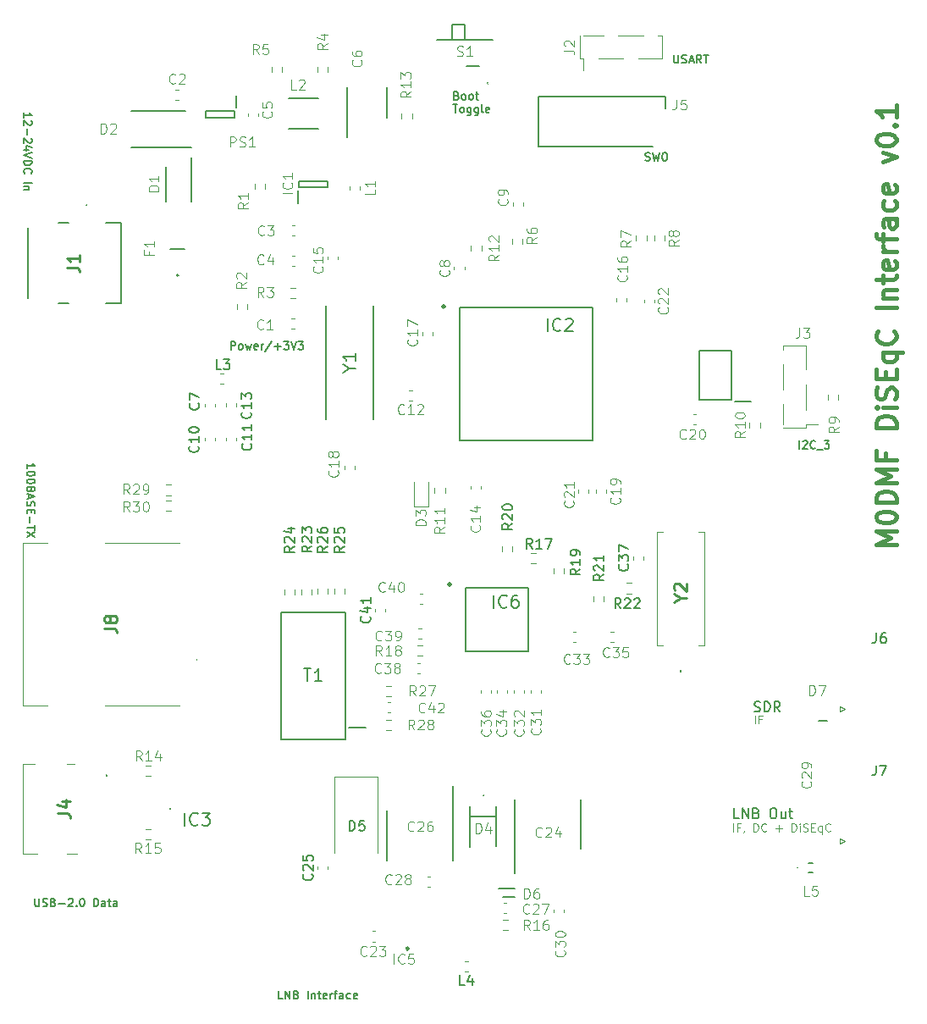
<source format=gbr>
%TF.GenerationSoftware,KiCad,Pcbnew,9.0.7*%
%TF.CreationDate,2026-02-08T15:09:09+00:00*%
%TF.ProjectId,lnb_control,6c6e625f-636f-46e7-9472-6f6c2e6b6963,rev?*%
%TF.SameCoordinates,Original*%
%TF.FileFunction,Legend,Top*%
%TF.FilePolarity,Positive*%
%FSLAX46Y46*%
G04 Gerber Fmt 4.6, Leading zero omitted, Abs format (unit mm)*
G04 Created by KiCad (PCBNEW 9.0.7) date 2026-02-08 15:09:09*
%MOMM*%
%LPD*%
G01*
G04 APERTURE LIST*
%ADD10C,0.160000*%
%ADD11C,0.100000*%
%ADD12C,0.400000*%
%ADD13C,0.200000*%
%ADD14C,0.125000*%
%ADD15C,0.254000*%
%ADD16C,0.150000*%
%ADD17C,0.158750*%
%ADD18C,0.120000*%
%ADD19C,0.250000*%
G04 APERTURE END LIST*
D10*
X51146224Y-60574786D02*
X51146224Y-60117643D01*
X51146224Y-60346215D02*
X51946224Y-60346215D01*
X51946224Y-60346215D02*
X51831939Y-60270024D01*
X51831939Y-60270024D02*
X51755748Y-60193834D01*
X51755748Y-60193834D02*
X51717653Y-60117643D01*
X51870034Y-60879548D02*
X51908129Y-60917644D01*
X51908129Y-60917644D02*
X51946224Y-60993834D01*
X51946224Y-60993834D02*
X51946224Y-61184310D01*
X51946224Y-61184310D02*
X51908129Y-61260501D01*
X51908129Y-61260501D02*
X51870034Y-61298596D01*
X51870034Y-61298596D02*
X51793843Y-61336691D01*
X51793843Y-61336691D02*
X51717653Y-61336691D01*
X51717653Y-61336691D02*
X51603367Y-61298596D01*
X51603367Y-61298596D02*
X51146224Y-60841453D01*
X51146224Y-60841453D02*
X51146224Y-61336691D01*
X51450986Y-61679549D02*
X51450986Y-62289073D01*
X51870034Y-62631929D02*
X51908129Y-62670025D01*
X51908129Y-62670025D02*
X51946224Y-62746215D01*
X51946224Y-62746215D02*
X51946224Y-62936691D01*
X51946224Y-62936691D02*
X51908129Y-63012882D01*
X51908129Y-63012882D02*
X51870034Y-63050977D01*
X51870034Y-63050977D02*
X51793843Y-63089072D01*
X51793843Y-63089072D02*
X51717653Y-63089072D01*
X51717653Y-63089072D02*
X51603367Y-63050977D01*
X51603367Y-63050977D02*
X51146224Y-62593834D01*
X51146224Y-62593834D02*
X51146224Y-63089072D01*
X51679558Y-63774787D02*
X51146224Y-63774787D01*
X51984320Y-63584311D02*
X51412891Y-63393834D01*
X51412891Y-63393834D02*
X51412891Y-63889073D01*
X51946224Y-64079549D02*
X51146224Y-64346216D01*
X51146224Y-64346216D02*
X51946224Y-64612882D01*
X51146224Y-64879549D02*
X51946224Y-64879549D01*
X51946224Y-64879549D02*
X51946224Y-65070025D01*
X51946224Y-65070025D02*
X51908129Y-65184311D01*
X51908129Y-65184311D02*
X51831939Y-65260501D01*
X51831939Y-65260501D02*
X51755748Y-65298596D01*
X51755748Y-65298596D02*
X51603367Y-65336692D01*
X51603367Y-65336692D02*
X51489081Y-65336692D01*
X51489081Y-65336692D02*
X51336700Y-65298596D01*
X51336700Y-65298596D02*
X51260510Y-65260501D01*
X51260510Y-65260501D02*
X51184320Y-65184311D01*
X51184320Y-65184311D02*
X51146224Y-65070025D01*
X51146224Y-65070025D02*
X51146224Y-64879549D01*
X51222415Y-66136692D02*
X51184320Y-66098596D01*
X51184320Y-66098596D02*
X51146224Y-65984311D01*
X51146224Y-65984311D02*
X51146224Y-65908120D01*
X51146224Y-65908120D02*
X51184320Y-65793834D01*
X51184320Y-65793834D02*
X51260510Y-65717644D01*
X51260510Y-65717644D02*
X51336700Y-65679549D01*
X51336700Y-65679549D02*
X51489081Y-65641453D01*
X51489081Y-65641453D02*
X51603367Y-65641453D01*
X51603367Y-65641453D02*
X51755748Y-65679549D01*
X51755748Y-65679549D02*
X51831939Y-65717644D01*
X51831939Y-65717644D02*
X51908129Y-65793834D01*
X51908129Y-65793834D02*
X51946224Y-65908120D01*
X51946224Y-65908120D02*
X51946224Y-65984311D01*
X51946224Y-65984311D02*
X51908129Y-66098596D01*
X51908129Y-66098596D02*
X51870034Y-66136692D01*
X51146224Y-67089073D02*
X51946224Y-67089073D01*
X51679558Y-67470025D02*
X51146224Y-67470025D01*
X51603367Y-67470025D02*
X51641462Y-67508120D01*
X51641462Y-67508120D02*
X51679558Y-67584310D01*
X51679558Y-67584310D02*
X51679558Y-67698596D01*
X51679558Y-67698596D02*
X51641462Y-67774787D01*
X51641462Y-67774787D02*
X51565272Y-67812882D01*
X51565272Y-67812882D02*
X51146224Y-67812882D01*
X71855739Y-83753775D02*
X71855739Y-82953775D01*
X71855739Y-82953775D02*
X72160501Y-82953775D01*
X72160501Y-82953775D02*
X72236691Y-82991870D01*
X72236691Y-82991870D02*
X72274786Y-83029965D01*
X72274786Y-83029965D02*
X72312882Y-83106156D01*
X72312882Y-83106156D02*
X72312882Y-83220441D01*
X72312882Y-83220441D02*
X72274786Y-83296632D01*
X72274786Y-83296632D02*
X72236691Y-83334727D01*
X72236691Y-83334727D02*
X72160501Y-83372822D01*
X72160501Y-83372822D02*
X71855739Y-83372822D01*
X72770024Y-83753775D02*
X72693834Y-83715680D01*
X72693834Y-83715680D02*
X72655739Y-83677584D01*
X72655739Y-83677584D02*
X72617643Y-83601394D01*
X72617643Y-83601394D02*
X72617643Y-83372822D01*
X72617643Y-83372822D02*
X72655739Y-83296632D01*
X72655739Y-83296632D02*
X72693834Y-83258537D01*
X72693834Y-83258537D02*
X72770024Y-83220441D01*
X72770024Y-83220441D02*
X72884310Y-83220441D01*
X72884310Y-83220441D02*
X72960501Y-83258537D01*
X72960501Y-83258537D02*
X72998596Y-83296632D01*
X72998596Y-83296632D02*
X73036691Y-83372822D01*
X73036691Y-83372822D02*
X73036691Y-83601394D01*
X73036691Y-83601394D02*
X72998596Y-83677584D01*
X72998596Y-83677584D02*
X72960501Y-83715680D01*
X72960501Y-83715680D02*
X72884310Y-83753775D01*
X72884310Y-83753775D02*
X72770024Y-83753775D01*
X73303358Y-83220441D02*
X73455739Y-83753775D01*
X73455739Y-83753775D02*
X73608120Y-83372822D01*
X73608120Y-83372822D02*
X73760501Y-83753775D01*
X73760501Y-83753775D02*
X73912882Y-83220441D01*
X74522406Y-83715680D02*
X74446215Y-83753775D01*
X74446215Y-83753775D02*
X74293834Y-83753775D01*
X74293834Y-83753775D02*
X74217644Y-83715680D01*
X74217644Y-83715680D02*
X74179548Y-83639489D01*
X74179548Y-83639489D02*
X74179548Y-83334727D01*
X74179548Y-83334727D02*
X74217644Y-83258537D01*
X74217644Y-83258537D02*
X74293834Y-83220441D01*
X74293834Y-83220441D02*
X74446215Y-83220441D01*
X74446215Y-83220441D02*
X74522406Y-83258537D01*
X74522406Y-83258537D02*
X74560501Y-83334727D01*
X74560501Y-83334727D02*
X74560501Y-83410918D01*
X74560501Y-83410918D02*
X74179548Y-83487108D01*
X74903358Y-83753775D02*
X74903358Y-83220441D01*
X74903358Y-83372822D02*
X74941453Y-83296632D01*
X74941453Y-83296632D02*
X74979548Y-83258537D01*
X74979548Y-83258537D02*
X75055739Y-83220441D01*
X75055739Y-83220441D02*
X75131929Y-83220441D01*
X75970024Y-82915680D02*
X75284310Y-83944251D01*
X76236691Y-83449013D02*
X76846215Y-83449013D01*
X76541453Y-83753775D02*
X76541453Y-83144251D01*
X77150976Y-82953775D02*
X77646214Y-82953775D01*
X77646214Y-82953775D02*
X77379548Y-83258537D01*
X77379548Y-83258537D02*
X77493833Y-83258537D01*
X77493833Y-83258537D02*
X77570024Y-83296632D01*
X77570024Y-83296632D02*
X77608119Y-83334727D01*
X77608119Y-83334727D02*
X77646214Y-83410918D01*
X77646214Y-83410918D02*
X77646214Y-83601394D01*
X77646214Y-83601394D02*
X77608119Y-83677584D01*
X77608119Y-83677584D02*
X77570024Y-83715680D01*
X77570024Y-83715680D02*
X77493833Y-83753775D01*
X77493833Y-83753775D02*
X77265262Y-83753775D01*
X77265262Y-83753775D02*
X77189071Y-83715680D01*
X77189071Y-83715680D02*
X77150976Y-83677584D01*
X77874786Y-82953775D02*
X78141453Y-83753775D01*
X78141453Y-83753775D02*
X78408119Y-82953775D01*
X78598595Y-82953775D02*
X79093833Y-82953775D01*
X79093833Y-82953775D02*
X78827167Y-83258537D01*
X78827167Y-83258537D02*
X78941452Y-83258537D01*
X78941452Y-83258537D02*
X79017643Y-83296632D01*
X79017643Y-83296632D02*
X79055738Y-83334727D01*
X79055738Y-83334727D02*
X79093833Y-83410918D01*
X79093833Y-83410918D02*
X79093833Y-83601394D01*
X79093833Y-83601394D02*
X79055738Y-83677584D01*
X79055738Y-83677584D02*
X79017643Y-83715680D01*
X79017643Y-83715680D02*
X78941452Y-83753775D01*
X78941452Y-83753775D02*
X78712881Y-83753775D01*
X78712881Y-83753775D02*
X78636690Y-83715680D01*
X78636690Y-83715680D02*
X78598595Y-83677584D01*
D11*
X124286265Y-121126895D02*
X124286265Y-120326895D01*
X124933883Y-120707847D02*
X124667217Y-120707847D01*
X124667217Y-121126895D02*
X124667217Y-120326895D01*
X124667217Y-120326895D02*
X125048169Y-120326895D01*
X122096265Y-131926895D02*
X122096265Y-131126895D01*
X122743883Y-131507847D02*
X122477217Y-131507847D01*
X122477217Y-131926895D02*
X122477217Y-131126895D01*
X122477217Y-131126895D02*
X122858169Y-131126895D01*
X123201026Y-131888800D02*
X123201026Y-131926895D01*
X123201026Y-131926895D02*
X123162931Y-132003085D01*
X123162931Y-132003085D02*
X123124835Y-132041180D01*
X124153407Y-131926895D02*
X124153407Y-131126895D01*
X124153407Y-131126895D02*
X124343883Y-131126895D01*
X124343883Y-131126895D02*
X124458169Y-131164990D01*
X124458169Y-131164990D02*
X124534359Y-131241180D01*
X124534359Y-131241180D02*
X124572454Y-131317371D01*
X124572454Y-131317371D02*
X124610550Y-131469752D01*
X124610550Y-131469752D02*
X124610550Y-131584038D01*
X124610550Y-131584038D02*
X124572454Y-131736419D01*
X124572454Y-131736419D02*
X124534359Y-131812609D01*
X124534359Y-131812609D02*
X124458169Y-131888800D01*
X124458169Y-131888800D02*
X124343883Y-131926895D01*
X124343883Y-131926895D02*
X124153407Y-131926895D01*
X125410550Y-131850704D02*
X125372454Y-131888800D01*
X125372454Y-131888800D02*
X125258169Y-131926895D01*
X125258169Y-131926895D02*
X125181978Y-131926895D01*
X125181978Y-131926895D02*
X125067692Y-131888800D01*
X125067692Y-131888800D02*
X124991502Y-131812609D01*
X124991502Y-131812609D02*
X124953407Y-131736419D01*
X124953407Y-131736419D02*
X124915311Y-131584038D01*
X124915311Y-131584038D02*
X124915311Y-131469752D01*
X124915311Y-131469752D02*
X124953407Y-131317371D01*
X124953407Y-131317371D02*
X124991502Y-131241180D01*
X124991502Y-131241180D02*
X125067692Y-131164990D01*
X125067692Y-131164990D02*
X125181978Y-131126895D01*
X125181978Y-131126895D02*
X125258169Y-131126895D01*
X125258169Y-131126895D02*
X125372454Y-131164990D01*
X125372454Y-131164990D02*
X125410550Y-131203085D01*
X126362931Y-131622133D02*
X126972455Y-131622133D01*
X126667693Y-131926895D02*
X126667693Y-131317371D01*
X127962931Y-131926895D02*
X127962931Y-131126895D01*
X127962931Y-131126895D02*
X128153407Y-131126895D01*
X128153407Y-131126895D02*
X128267693Y-131164990D01*
X128267693Y-131164990D02*
X128343883Y-131241180D01*
X128343883Y-131241180D02*
X128381978Y-131317371D01*
X128381978Y-131317371D02*
X128420074Y-131469752D01*
X128420074Y-131469752D02*
X128420074Y-131584038D01*
X128420074Y-131584038D02*
X128381978Y-131736419D01*
X128381978Y-131736419D02*
X128343883Y-131812609D01*
X128343883Y-131812609D02*
X128267693Y-131888800D01*
X128267693Y-131888800D02*
X128153407Y-131926895D01*
X128153407Y-131926895D02*
X127962931Y-131926895D01*
X128762931Y-131926895D02*
X128762931Y-131393561D01*
X128762931Y-131126895D02*
X128724835Y-131164990D01*
X128724835Y-131164990D02*
X128762931Y-131203085D01*
X128762931Y-131203085D02*
X128801026Y-131164990D01*
X128801026Y-131164990D02*
X128762931Y-131126895D01*
X128762931Y-131126895D02*
X128762931Y-131203085D01*
X129105787Y-131888800D02*
X129220073Y-131926895D01*
X129220073Y-131926895D02*
X129410549Y-131926895D01*
X129410549Y-131926895D02*
X129486740Y-131888800D01*
X129486740Y-131888800D02*
X129524835Y-131850704D01*
X129524835Y-131850704D02*
X129562930Y-131774514D01*
X129562930Y-131774514D02*
X129562930Y-131698323D01*
X129562930Y-131698323D02*
X129524835Y-131622133D01*
X129524835Y-131622133D02*
X129486740Y-131584038D01*
X129486740Y-131584038D02*
X129410549Y-131545942D01*
X129410549Y-131545942D02*
X129258168Y-131507847D01*
X129258168Y-131507847D02*
X129181978Y-131469752D01*
X129181978Y-131469752D02*
X129143883Y-131431657D01*
X129143883Y-131431657D02*
X129105787Y-131355466D01*
X129105787Y-131355466D02*
X129105787Y-131279276D01*
X129105787Y-131279276D02*
X129143883Y-131203085D01*
X129143883Y-131203085D02*
X129181978Y-131164990D01*
X129181978Y-131164990D02*
X129258168Y-131126895D01*
X129258168Y-131126895D02*
X129448645Y-131126895D01*
X129448645Y-131126895D02*
X129562930Y-131164990D01*
X129905788Y-131507847D02*
X130172454Y-131507847D01*
X130286740Y-131926895D02*
X129905788Y-131926895D01*
X129905788Y-131926895D02*
X129905788Y-131126895D01*
X129905788Y-131126895D02*
X130286740Y-131126895D01*
X130972455Y-131393561D02*
X130972455Y-132193561D01*
X130972455Y-131888800D02*
X130896264Y-131926895D01*
X130896264Y-131926895D02*
X130743883Y-131926895D01*
X130743883Y-131926895D02*
X130667693Y-131888800D01*
X130667693Y-131888800D02*
X130629598Y-131850704D01*
X130629598Y-131850704D02*
X130591502Y-131774514D01*
X130591502Y-131774514D02*
X130591502Y-131545942D01*
X130591502Y-131545942D02*
X130629598Y-131469752D01*
X130629598Y-131469752D02*
X130667693Y-131431657D01*
X130667693Y-131431657D02*
X130743883Y-131393561D01*
X130743883Y-131393561D02*
X130896264Y-131393561D01*
X130896264Y-131393561D02*
X130972455Y-131431657D01*
X131810551Y-131850704D02*
X131772455Y-131888800D01*
X131772455Y-131888800D02*
X131658170Y-131926895D01*
X131658170Y-131926895D02*
X131581979Y-131926895D01*
X131581979Y-131926895D02*
X131467693Y-131888800D01*
X131467693Y-131888800D02*
X131391503Y-131812609D01*
X131391503Y-131812609D02*
X131353408Y-131736419D01*
X131353408Y-131736419D02*
X131315312Y-131584038D01*
X131315312Y-131584038D02*
X131315312Y-131469752D01*
X131315312Y-131469752D02*
X131353408Y-131317371D01*
X131353408Y-131317371D02*
X131391503Y-131241180D01*
X131391503Y-131241180D02*
X131467693Y-131164990D01*
X131467693Y-131164990D02*
X131581979Y-131126895D01*
X131581979Y-131126895D02*
X131658170Y-131126895D01*
X131658170Y-131126895D02*
X131772455Y-131164990D01*
X131772455Y-131164990D02*
X131810551Y-131203085D01*
D10*
X94452405Y-58366772D02*
X94566691Y-58404867D01*
X94566691Y-58404867D02*
X94604786Y-58442963D01*
X94604786Y-58442963D02*
X94642882Y-58519153D01*
X94642882Y-58519153D02*
X94642882Y-58633439D01*
X94642882Y-58633439D02*
X94604786Y-58709629D01*
X94604786Y-58709629D02*
X94566691Y-58747725D01*
X94566691Y-58747725D02*
X94490501Y-58785820D01*
X94490501Y-58785820D02*
X94185739Y-58785820D01*
X94185739Y-58785820D02*
X94185739Y-57985820D01*
X94185739Y-57985820D02*
X94452405Y-57985820D01*
X94452405Y-57985820D02*
X94528596Y-58023915D01*
X94528596Y-58023915D02*
X94566691Y-58062010D01*
X94566691Y-58062010D02*
X94604786Y-58138201D01*
X94604786Y-58138201D02*
X94604786Y-58214391D01*
X94604786Y-58214391D02*
X94566691Y-58290582D01*
X94566691Y-58290582D02*
X94528596Y-58328677D01*
X94528596Y-58328677D02*
X94452405Y-58366772D01*
X94452405Y-58366772D02*
X94185739Y-58366772D01*
X95100024Y-58785820D02*
X95023834Y-58747725D01*
X95023834Y-58747725D02*
X94985739Y-58709629D01*
X94985739Y-58709629D02*
X94947643Y-58633439D01*
X94947643Y-58633439D02*
X94947643Y-58404867D01*
X94947643Y-58404867D02*
X94985739Y-58328677D01*
X94985739Y-58328677D02*
X95023834Y-58290582D01*
X95023834Y-58290582D02*
X95100024Y-58252486D01*
X95100024Y-58252486D02*
X95214310Y-58252486D01*
X95214310Y-58252486D02*
X95290501Y-58290582D01*
X95290501Y-58290582D02*
X95328596Y-58328677D01*
X95328596Y-58328677D02*
X95366691Y-58404867D01*
X95366691Y-58404867D02*
X95366691Y-58633439D01*
X95366691Y-58633439D02*
X95328596Y-58709629D01*
X95328596Y-58709629D02*
X95290501Y-58747725D01*
X95290501Y-58747725D02*
X95214310Y-58785820D01*
X95214310Y-58785820D02*
X95100024Y-58785820D01*
X95823834Y-58785820D02*
X95747644Y-58747725D01*
X95747644Y-58747725D02*
X95709549Y-58709629D01*
X95709549Y-58709629D02*
X95671453Y-58633439D01*
X95671453Y-58633439D02*
X95671453Y-58404867D01*
X95671453Y-58404867D02*
X95709549Y-58328677D01*
X95709549Y-58328677D02*
X95747644Y-58290582D01*
X95747644Y-58290582D02*
X95823834Y-58252486D01*
X95823834Y-58252486D02*
X95938120Y-58252486D01*
X95938120Y-58252486D02*
X96014311Y-58290582D01*
X96014311Y-58290582D02*
X96052406Y-58328677D01*
X96052406Y-58328677D02*
X96090501Y-58404867D01*
X96090501Y-58404867D02*
X96090501Y-58633439D01*
X96090501Y-58633439D02*
X96052406Y-58709629D01*
X96052406Y-58709629D02*
X96014311Y-58747725D01*
X96014311Y-58747725D02*
X95938120Y-58785820D01*
X95938120Y-58785820D02*
X95823834Y-58785820D01*
X96319073Y-58252486D02*
X96623835Y-58252486D01*
X96433359Y-57985820D02*
X96433359Y-58671534D01*
X96433359Y-58671534D02*
X96471454Y-58747725D01*
X96471454Y-58747725D02*
X96547644Y-58785820D01*
X96547644Y-58785820D02*
X96623835Y-58785820D01*
X94071453Y-59273775D02*
X94528596Y-59273775D01*
X94300024Y-60073775D02*
X94300024Y-59273775D01*
X94909548Y-60073775D02*
X94833358Y-60035680D01*
X94833358Y-60035680D02*
X94795263Y-59997584D01*
X94795263Y-59997584D02*
X94757167Y-59921394D01*
X94757167Y-59921394D02*
X94757167Y-59692822D01*
X94757167Y-59692822D02*
X94795263Y-59616632D01*
X94795263Y-59616632D02*
X94833358Y-59578537D01*
X94833358Y-59578537D02*
X94909548Y-59540441D01*
X94909548Y-59540441D02*
X95023834Y-59540441D01*
X95023834Y-59540441D02*
X95100025Y-59578537D01*
X95100025Y-59578537D02*
X95138120Y-59616632D01*
X95138120Y-59616632D02*
X95176215Y-59692822D01*
X95176215Y-59692822D02*
X95176215Y-59921394D01*
X95176215Y-59921394D02*
X95138120Y-59997584D01*
X95138120Y-59997584D02*
X95100025Y-60035680D01*
X95100025Y-60035680D02*
X95023834Y-60073775D01*
X95023834Y-60073775D02*
X94909548Y-60073775D01*
X95861930Y-59540441D02*
X95861930Y-60188060D01*
X95861930Y-60188060D02*
X95823835Y-60264251D01*
X95823835Y-60264251D02*
X95785739Y-60302346D01*
X95785739Y-60302346D02*
X95709549Y-60340441D01*
X95709549Y-60340441D02*
X95595263Y-60340441D01*
X95595263Y-60340441D02*
X95519073Y-60302346D01*
X95861930Y-60035680D02*
X95785739Y-60073775D01*
X95785739Y-60073775D02*
X95633358Y-60073775D01*
X95633358Y-60073775D02*
X95557168Y-60035680D01*
X95557168Y-60035680D02*
X95519073Y-59997584D01*
X95519073Y-59997584D02*
X95480977Y-59921394D01*
X95480977Y-59921394D02*
X95480977Y-59692822D01*
X95480977Y-59692822D02*
X95519073Y-59616632D01*
X95519073Y-59616632D02*
X95557168Y-59578537D01*
X95557168Y-59578537D02*
X95633358Y-59540441D01*
X95633358Y-59540441D02*
X95785739Y-59540441D01*
X95785739Y-59540441D02*
X95861930Y-59578537D01*
X96585740Y-59540441D02*
X96585740Y-60188060D01*
X96585740Y-60188060D02*
X96547645Y-60264251D01*
X96547645Y-60264251D02*
X96509549Y-60302346D01*
X96509549Y-60302346D02*
X96433359Y-60340441D01*
X96433359Y-60340441D02*
X96319073Y-60340441D01*
X96319073Y-60340441D02*
X96242883Y-60302346D01*
X96585740Y-60035680D02*
X96509549Y-60073775D01*
X96509549Y-60073775D02*
X96357168Y-60073775D01*
X96357168Y-60073775D02*
X96280978Y-60035680D01*
X96280978Y-60035680D02*
X96242883Y-59997584D01*
X96242883Y-59997584D02*
X96204787Y-59921394D01*
X96204787Y-59921394D02*
X96204787Y-59692822D01*
X96204787Y-59692822D02*
X96242883Y-59616632D01*
X96242883Y-59616632D02*
X96280978Y-59578537D01*
X96280978Y-59578537D02*
X96357168Y-59540441D01*
X96357168Y-59540441D02*
X96509549Y-59540441D01*
X96509549Y-59540441D02*
X96585740Y-59578537D01*
X97080978Y-60073775D02*
X97004788Y-60035680D01*
X97004788Y-60035680D02*
X96966693Y-59959489D01*
X96966693Y-59959489D02*
X96966693Y-59273775D01*
X97690503Y-60035680D02*
X97614312Y-60073775D01*
X97614312Y-60073775D02*
X97461931Y-60073775D01*
X97461931Y-60073775D02*
X97385741Y-60035680D01*
X97385741Y-60035680D02*
X97347645Y-59959489D01*
X97347645Y-59959489D02*
X97347645Y-59654727D01*
X97347645Y-59654727D02*
X97385741Y-59578537D01*
X97385741Y-59578537D02*
X97461931Y-59540441D01*
X97461931Y-59540441D02*
X97614312Y-59540441D01*
X97614312Y-59540441D02*
X97690503Y-59578537D01*
X97690503Y-59578537D02*
X97728598Y-59654727D01*
X97728598Y-59654727D02*
X97728598Y-59730918D01*
X97728598Y-59730918D02*
X97347645Y-59807108D01*
X116165739Y-54313775D02*
X116165739Y-54961394D01*
X116165739Y-54961394D02*
X116203834Y-55037584D01*
X116203834Y-55037584D02*
X116241929Y-55075680D01*
X116241929Y-55075680D02*
X116318120Y-55113775D01*
X116318120Y-55113775D02*
X116470501Y-55113775D01*
X116470501Y-55113775D02*
X116546691Y-55075680D01*
X116546691Y-55075680D02*
X116584786Y-55037584D01*
X116584786Y-55037584D02*
X116622882Y-54961394D01*
X116622882Y-54961394D02*
X116622882Y-54313775D01*
X116965738Y-55075680D02*
X117080024Y-55113775D01*
X117080024Y-55113775D02*
X117270500Y-55113775D01*
X117270500Y-55113775D02*
X117346691Y-55075680D01*
X117346691Y-55075680D02*
X117384786Y-55037584D01*
X117384786Y-55037584D02*
X117422881Y-54961394D01*
X117422881Y-54961394D02*
X117422881Y-54885203D01*
X117422881Y-54885203D02*
X117384786Y-54809013D01*
X117384786Y-54809013D02*
X117346691Y-54770918D01*
X117346691Y-54770918D02*
X117270500Y-54732822D01*
X117270500Y-54732822D02*
X117118119Y-54694727D01*
X117118119Y-54694727D02*
X117041929Y-54656632D01*
X117041929Y-54656632D02*
X117003834Y-54618537D01*
X117003834Y-54618537D02*
X116965738Y-54542346D01*
X116965738Y-54542346D02*
X116965738Y-54466156D01*
X116965738Y-54466156D02*
X117003834Y-54389965D01*
X117003834Y-54389965D02*
X117041929Y-54351870D01*
X117041929Y-54351870D02*
X117118119Y-54313775D01*
X117118119Y-54313775D02*
X117308596Y-54313775D01*
X117308596Y-54313775D02*
X117422881Y-54351870D01*
X117727643Y-54885203D02*
X118108596Y-54885203D01*
X117651453Y-55113775D02*
X117918120Y-54313775D01*
X117918120Y-54313775D02*
X118184786Y-55113775D01*
X118908596Y-55113775D02*
X118641929Y-54732822D01*
X118451453Y-55113775D02*
X118451453Y-54313775D01*
X118451453Y-54313775D02*
X118756215Y-54313775D01*
X118756215Y-54313775D02*
X118832405Y-54351870D01*
X118832405Y-54351870D02*
X118870500Y-54389965D01*
X118870500Y-54389965D02*
X118908596Y-54466156D01*
X118908596Y-54466156D02*
X118908596Y-54580441D01*
X118908596Y-54580441D02*
X118870500Y-54656632D01*
X118870500Y-54656632D02*
X118832405Y-54694727D01*
X118832405Y-54694727D02*
X118756215Y-54732822D01*
X118756215Y-54732822D02*
X118451453Y-54732822D01*
X119137167Y-54313775D02*
X119594310Y-54313775D01*
X119365738Y-55113775D02*
X119365738Y-54313775D01*
X113307643Y-64855680D02*
X113421929Y-64893775D01*
X113421929Y-64893775D02*
X113612405Y-64893775D01*
X113612405Y-64893775D02*
X113688596Y-64855680D01*
X113688596Y-64855680D02*
X113726691Y-64817584D01*
X113726691Y-64817584D02*
X113764786Y-64741394D01*
X113764786Y-64741394D02*
X113764786Y-64665203D01*
X113764786Y-64665203D02*
X113726691Y-64589013D01*
X113726691Y-64589013D02*
X113688596Y-64550918D01*
X113688596Y-64550918D02*
X113612405Y-64512822D01*
X113612405Y-64512822D02*
X113460024Y-64474727D01*
X113460024Y-64474727D02*
X113383834Y-64436632D01*
X113383834Y-64436632D02*
X113345739Y-64398537D01*
X113345739Y-64398537D02*
X113307643Y-64322346D01*
X113307643Y-64322346D02*
X113307643Y-64246156D01*
X113307643Y-64246156D02*
X113345739Y-64169965D01*
X113345739Y-64169965D02*
X113383834Y-64131870D01*
X113383834Y-64131870D02*
X113460024Y-64093775D01*
X113460024Y-64093775D02*
X113650501Y-64093775D01*
X113650501Y-64093775D02*
X113764786Y-64131870D01*
X114031453Y-64093775D02*
X114221929Y-64893775D01*
X114221929Y-64893775D02*
X114374310Y-64322346D01*
X114374310Y-64322346D02*
X114526691Y-64893775D01*
X114526691Y-64893775D02*
X114717168Y-64093775D01*
X115174311Y-64093775D02*
X115326692Y-64093775D01*
X115326692Y-64093775D02*
X115402882Y-64131870D01*
X115402882Y-64131870D02*
X115479073Y-64208060D01*
X115479073Y-64208060D02*
X115517168Y-64360441D01*
X115517168Y-64360441D02*
X115517168Y-64627108D01*
X115517168Y-64627108D02*
X115479073Y-64779489D01*
X115479073Y-64779489D02*
X115402882Y-64855680D01*
X115402882Y-64855680D02*
X115326692Y-64893775D01*
X115326692Y-64893775D02*
X115174311Y-64893775D01*
X115174311Y-64893775D02*
X115098120Y-64855680D01*
X115098120Y-64855680D02*
X115021930Y-64779489D01*
X115021930Y-64779489D02*
X114983834Y-64627108D01*
X114983834Y-64627108D02*
X114983834Y-64360441D01*
X114983834Y-64360441D02*
X115021930Y-64208060D01*
X115021930Y-64208060D02*
X115098120Y-64131870D01*
X115098120Y-64131870D02*
X115174311Y-64093775D01*
D12*
X138394438Y-103260652D02*
X136394438Y-103260652D01*
X136394438Y-103260652D02*
X137823009Y-102593985D01*
X137823009Y-102593985D02*
X136394438Y-101927319D01*
X136394438Y-101927319D02*
X138394438Y-101927319D01*
X136394438Y-100593986D02*
X136394438Y-100403509D01*
X136394438Y-100403509D02*
X136489676Y-100213033D01*
X136489676Y-100213033D02*
X136584914Y-100117795D01*
X136584914Y-100117795D02*
X136775390Y-100022557D01*
X136775390Y-100022557D02*
X137156342Y-99927319D01*
X137156342Y-99927319D02*
X137632533Y-99927319D01*
X137632533Y-99927319D02*
X138013485Y-100022557D01*
X138013485Y-100022557D02*
X138203961Y-100117795D01*
X138203961Y-100117795D02*
X138299200Y-100213033D01*
X138299200Y-100213033D02*
X138394438Y-100403509D01*
X138394438Y-100403509D02*
X138394438Y-100593986D01*
X138394438Y-100593986D02*
X138299200Y-100784462D01*
X138299200Y-100784462D02*
X138203961Y-100879700D01*
X138203961Y-100879700D02*
X138013485Y-100974938D01*
X138013485Y-100974938D02*
X137632533Y-101070176D01*
X137632533Y-101070176D02*
X137156342Y-101070176D01*
X137156342Y-101070176D02*
X136775390Y-100974938D01*
X136775390Y-100974938D02*
X136584914Y-100879700D01*
X136584914Y-100879700D02*
X136489676Y-100784462D01*
X136489676Y-100784462D02*
X136394438Y-100593986D01*
X138394438Y-99070176D02*
X136394438Y-99070176D01*
X136394438Y-99070176D02*
X136394438Y-98593986D01*
X136394438Y-98593986D02*
X136489676Y-98308271D01*
X136489676Y-98308271D02*
X136680152Y-98117795D01*
X136680152Y-98117795D02*
X136870628Y-98022557D01*
X136870628Y-98022557D02*
X137251580Y-97927319D01*
X137251580Y-97927319D02*
X137537295Y-97927319D01*
X137537295Y-97927319D02*
X137918247Y-98022557D01*
X137918247Y-98022557D02*
X138108723Y-98117795D01*
X138108723Y-98117795D02*
X138299200Y-98308271D01*
X138299200Y-98308271D02*
X138394438Y-98593986D01*
X138394438Y-98593986D02*
X138394438Y-99070176D01*
X138394438Y-97070176D02*
X136394438Y-97070176D01*
X136394438Y-97070176D02*
X137823009Y-96403509D01*
X137823009Y-96403509D02*
X136394438Y-95736843D01*
X136394438Y-95736843D02*
X138394438Y-95736843D01*
X137346819Y-94117795D02*
X137346819Y-94784462D01*
X138394438Y-94784462D02*
X136394438Y-94784462D01*
X136394438Y-94784462D02*
X136394438Y-93832081D01*
X138394438Y-91546366D02*
X136394438Y-91546366D01*
X136394438Y-91546366D02*
X136394438Y-91070176D01*
X136394438Y-91070176D02*
X136489676Y-90784461D01*
X136489676Y-90784461D02*
X136680152Y-90593985D01*
X136680152Y-90593985D02*
X136870628Y-90498747D01*
X136870628Y-90498747D02*
X137251580Y-90403509D01*
X137251580Y-90403509D02*
X137537295Y-90403509D01*
X137537295Y-90403509D02*
X137918247Y-90498747D01*
X137918247Y-90498747D02*
X138108723Y-90593985D01*
X138108723Y-90593985D02*
X138299200Y-90784461D01*
X138299200Y-90784461D02*
X138394438Y-91070176D01*
X138394438Y-91070176D02*
X138394438Y-91546366D01*
X138394438Y-89546366D02*
X137061104Y-89546366D01*
X136394438Y-89546366D02*
X136489676Y-89641604D01*
X136489676Y-89641604D02*
X136584914Y-89546366D01*
X136584914Y-89546366D02*
X136489676Y-89451128D01*
X136489676Y-89451128D02*
X136394438Y-89546366D01*
X136394438Y-89546366D02*
X136584914Y-89546366D01*
X138299200Y-88689223D02*
X138394438Y-88403509D01*
X138394438Y-88403509D02*
X138394438Y-87927318D01*
X138394438Y-87927318D02*
X138299200Y-87736842D01*
X138299200Y-87736842D02*
X138203961Y-87641604D01*
X138203961Y-87641604D02*
X138013485Y-87546366D01*
X138013485Y-87546366D02*
X137823009Y-87546366D01*
X137823009Y-87546366D02*
X137632533Y-87641604D01*
X137632533Y-87641604D02*
X137537295Y-87736842D01*
X137537295Y-87736842D02*
X137442057Y-87927318D01*
X137442057Y-87927318D02*
X137346819Y-88308271D01*
X137346819Y-88308271D02*
X137251580Y-88498747D01*
X137251580Y-88498747D02*
X137156342Y-88593985D01*
X137156342Y-88593985D02*
X136965866Y-88689223D01*
X136965866Y-88689223D02*
X136775390Y-88689223D01*
X136775390Y-88689223D02*
X136584914Y-88593985D01*
X136584914Y-88593985D02*
X136489676Y-88498747D01*
X136489676Y-88498747D02*
X136394438Y-88308271D01*
X136394438Y-88308271D02*
X136394438Y-87832080D01*
X136394438Y-87832080D02*
X136489676Y-87546366D01*
X137346819Y-86689223D02*
X137346819Y-86022556D01*
X138394438Y-85736842D02*
X138394438Y-86689223D01*
X138394438Y-86689223D02*
X136394438Y-86689223D01*
X136394438Y-86689223D02*
X136394438Y-85736842D01*
X137061104Y-84022556D02*
X139061104Y-84022556D01*
X138299200Y-84022556D02*
X138394438Y-84213032D01*
X138394438Y-84213032D02*
X138394438Y-84593985D01*
X138394438Y-84593985D02*
X138299200Y-84784461D01*
X138299200Y-84784461D02*
X138203961Y-84879699D01*
X138203961Y-84879699D02*
X138013485Y-84974937D01*
X138013485Y-84974937D02*
X137442057Y-84974937D01*
X137442057Y-84974937D02*
X137251580Y-84879699D01*
X137251580Y-84879699D02*
X137156342Y-84784461D01*
X137156342Y-84784461D02*
X137061104Y-84593985D01*
X137061104Y-84593985D02*
X137061104Y-84213032D01*
X137061104Y-84213032D02*
X137156342Y-84022556D01*
X138203961Y-81927318D02*
X138299200Y-82022556D01*
X138299200Y-82022556D02*
X138394438Y-82308270D01*
X138394438Y-82308270D02*
X138394438Y-82498746D01*
X138394438Y-82498746D02*
X138299200Y-82784461D01*
X138299200Y-82784461D02*
X138108723Y-82974937D01*
X138108723Y-82974937D02*
X137918247Y-83070175D01*
X137918247Y-83070175D02*
X137537295Y-83165413D01*
X137537295Y-83165413D02*
X137251580Y-83165413D01*
X137251580Y-83165413D02*
X136870628Y-83070175D01*
X136870628Y-83070175D02*
X136680152Y-82974937D01*
X136680152Y-82974937D02*
X136489676Y-82784461D01*
X136489676Y-82784461D02*
X136394438Y-82498746D01*
X136394438Y-82498746D02*
X136394438Y-82308270D01*
X136394438Y-82308270D02*
X136489676Y-82022556D01*
X136489676Y-82022556D02*
X136584914Y-81927318D01*
X138394438Y-79546365D02*
X136394438Y-79546365D01*
X137061104Y-78593984D02*
X138394438Y-78593984D01*
X137251580Y-78593984D02*
X137156342Y-78498746D01*
X137156342Y-78498746D02*
X137061104Y-78308270D01*
X137061104Y-78308270D02*
X137061104Y-78022555D01*
X137061104Y-78022555D02*
X137156342Y-77832079D01*
X137156342Y-77832079D02*
X137346819Y-77736841D01*
X137346819Y-77736841D02*
X138394438Y-77736841D01*
X137061104Y-77070174D02*
X137061104Y-76308270D01*
X136394438Y-76784460D02*
X138108723Y-76784460D01*
X138108723Y-76784460D02*
X138299200Y-76689222D01*
X138299200Y-76689222D02*
X138394438Y-76498746D01*
X138394438Y-76498746D02*
X138394438Y-76308270D01*
X138299200Y-74879698D02*
X138394438Y-75070174D01*
X138394438Y-75070174D02*
X138394438Y-75451127D01*
X138394438Y-75451127D02*
X138299200Y-75641603D01*
X138299200Y-75641603D02*
X138108723Y-75736841D01*
X138108723Y-75736841D02*
X137346819Y-75736841D01*
X137346819Y-75736841D02*
X137156342Y-75641603D01*
X137156342Y-75641603D02*
X137061104Y-75451127D01*
X137061104Y-75451127D02*
X137061104Y-75070174D01*
X137061104Y-75070174D02*
X137156342Y-74879698D01*
X137156342Y-74879698D02*
X137346819Y-74784460D01*
X137346819Y-74784460D02*
X137537295Y-74784460D01*
X137537295Y-74784460D02*
X137727771Y-75736841D01*
X138394438Y-73927317D02*
X137061104Y-73927317D01*
X137442057Y-73927317D02*
X137251580Y-73832079D01*
X137251580Y-73832079D02*
X137156342Y-73736841D01*
X137156342Y-73736841D02*
X137061104Y-73546365D01*
X137061104Y-73546365D02*
X137061104Y-73355888D01*
X137061104Y-72974936D02*
X137061104Y-72213032D01*
X138394438Y-72689222D02*
X136680152Y-72689222D01*
X136680152Y-72689222D02*
X136489676Y-72593984D01*
X136489676Y-72593984D02*
X136394438Y-72403508D01*
X136394438Y-72403508D02*
X136394438Y-72213032D01*
X138394438Y-70689222D02*
X137346819Y-70689222D01*
X137346819Y-70689222D02*
X137156342Y-70784460D01*
X137156342Y-70784460D02*
X137061104Y-70974936D01*
X137061104Y-70974936D02*
X137061104Y-71355889D01*
X137061104Y-71355889D02*
X137156342Y-71546365D01*
X138299200Y-70689222D02*
X138394438Y-70879698D01*
X138394438Y-70879698D02*
X138394438Y-71355889D01*
X138394438Y-71355889D02*
X138299200Y-71546365D01*
X138299200Y-71546365D02*
X138108723Y-71641603D01*
X138108723Y-71641603D02*
X137918247Y-71641603D01*
X137918247Y-71641603D02*
X137727771Y-71546365D01*
X137727771Y-71546365D02*
X137632533Y-71355889D01*
X137632533Y-71355889D02*
X137632533Y-70879698D01*
X137632533Y-70879698D02*
X137537295Y-70689222D01*
X138299200Y-68879698D02*
X138394438Y-69070174D01*
X138394438Y-69070174D02*
X138394438Y-69451127D01*
X138394438Y-69451127D02*
X138299200Y-69641603D01*
X138299200Y-69641603D02*
X138203961Y-69736841D01*
X138203961Y-69736841D02*
X138013485Y-69832079D01*
X138013485Y-69832079D02*
X137442057Y-69832079D01*
X137442057Y-69832079D02*
X137251580Y-69736841D01*
X137251580Y-69736841D02*
X137156342Y-69641603D01*
X137156342Y-69641603D02*
X137061104Y-69451127D01*
X137061104Y-69451127D02*
X137061104Y-69070174D01*
X137061104Y-69070174D02*
X137156342Y-68879698D01*
X138299200Y-67260650D02*
X138394438Y-67451126D01*
X138394438Y-67451126D02*
X138394438Y-67832079D01*
X138394438Y-67832079D02*
X138299200Y-68022555D01*
X138299200Y-68022555D02*
X138108723Y-68117793D01*
X138108723Y-68117793D02*
X137346819Y-68117793D01*
X137346819Y-68117793D02*
X137156342Y-68022555D01*
X137156342Y-68022555D02*
X137061104Y-67832079D01*
X137061104Y-67832079D02*
X137061104Y-67451126D01*
X137061104Y-67451126D02*
X137156342Y-67260650D01*
X137156342Y-67260650D02*
X137346819Y-67165412D01*
X137346819Y-67165412D02*
X137537295Y-67165412D01*
X137537295Y-67165412D02*
X137727771Y-68117793D01*
X137061104Y-64974935D02*
X138394438Y-64498745D01*
X138394438Y-64498745D02*
X137061104Y-64022554D01*
X136394438Y-62879697D02*
X136394438Y-62689220D01*
X136394438Y-62689220D02*
X136489676Y-62498744D01*
X136489676Y-62498744D02*
X136584914Y-62403506D01*
X136584914Y-62403506D02*
X136775390Y-62308268D01*
X136775390Y-62308268D02*
X137156342Y-62213030D01*
X137156342Y-62213030D02*
X137632533Y-62213030D01*
X137632533Y-62213030D02*
X138013485Y-62308268D01*
X138013485Y-62308268D02*
X138203961Y-62403506D01*
X138203961Y-62403506D02*
X138299200Y-62498744D01*
X138299200Y-62498744D02*
X138394438Y-62689220D01*
X138394438Y-62689220D02*
X138394438Y-62879697D01*
X138394438Y-62879697D02*
X138299200Y-63070173D01*
X138299200Y-63070173D02*
X138203961Y-63165411D01*
X138203961Y-63165411D02*
X138013485Y-63260649D01*
X138013485Y-63260649D02*
X137632533Y-63355887D01*
X137632533Y-63355887D02*
X137156342Y-63355887D01*
X137156342Y-63355887D02*
X136775390Y-63260649D01*
X136775390Y-63260649D02*
X136584914Y-63165411D01*
X136584914Y-63165411D02*
X136489676Y-63070173D01*
X136489676Y-63070173D02*
X136394438Y-62879697D01*
X138203961Y-61355887D02*
X138299200Y-61260649D01*
X138299200Y-61260649D02*
X138394438Y-61355887D01*
X138394438Y-61355887D02*
X138299200Y-61451125D01*
X138299200Y-61451125D02*
X138203961Y-61355887D01*
X138203961Y-61355887D02*
X138394438Y-61355887D01*
X138394438Y-59355887D02*
X138394438Y-60498744D01*
X138394438Y-59927316D02*
X136394438Y-59927316D01*
X136394438Y-59927316D02*
X136680152Y-60117792D01*
X136680152Y-60117792D02*
X136870628Y-60308268D01*
X136870628Y-60308268D02*
X136965866Y-60498744D01*
D10*
X51446224Y-95634786D02*
X51446224Y-95177643D01*
X51446224Y-95406215D02*
X52246224Y-95406215D01*
X52246224Y-95406215D02*
X52131939Y-95330024D01*
X52131939Y-95330024D02*
X52055748Y-95253834D01*
X52055748Y-95253834D02*
X52017653Y-95177643D01*
X52246224Y-96130025D02*
X52246224Y-96206215D01*
X52246224Y-96206215D02*
X52208129Y-96282406D01*
X52208129Y-96282406D02*
X52170034Y-96320501D01*
X52170034Y-96320501D02*
X52093843Y-96358596D01*
X52093843Y-96358596D02*
X51941462Y-96396691D01*
X51941462Y-96396691D02*
X51750986Y-96396691D01*
X51750986Y-96396691D02*
X51598605Y-96358596D01*
X51598605Y-96358596D02*
X51522415Y-96320501D01*
X51522415Y-96320501D02*
X51484320Y-96282406D01*
X51484320Y-96282406D02*
X51446224Y-96206215D01*
X51446224Y-96206215D02*
X51446224Y-96130025D01*
X51446224Y-96130025D02*
X51484320Y-96053834D01*
X51484320Y-96053834D02*
X51522415Y-96015739D01*
X51522415Y-96015739D02*
X51598605Y-95977644D01*
X51598605Y-95977644D02*
X51750986Y-95939548D01*
X51750986Y-95939548D02*
X51941462Y-95939548D01*
X51941462Y-95939548D02*
X52093843Y-95977644D01*
X52093843Y-95977644D02*
X52170034Y-96015739D01*
X52170034Y-96015739D02*
X52208129Y-96053834D01*
X52208129Y-96053834D02*
X52246224Y-96130025D01*
X52246224Y-96891930D02*
X52246224Y-96968120D01*
X52246224Y-96968120D02*
X52208129Y-97044311D01*
X52208129Y-97044311D02*
X52170034Y-97082406D01*
X52170034Y-97082406D02*
X52093843Y-97120501D01*
X52093843Y-97120501D02*
X51941462Y-97158596D01*
X51941462Y-97158596D02*
X51750986Y-97158596D01*
X51750986Y-97158596D02*
X51598605Y-97120501D01*
X51598605Y-97120501D02*
X51522415Y-97082406D01*
X51522415Y-97082406D02*
X51484320Y-97044311D01*
X51484320Y-97044311D02*
X51446224Y-96968120D01*
X51446224Y-96968120D02*
X51446224Y-96891930D01*
X51446224Y-96891930D02*
X51484320Y-96815739D01*
X51484320Y-96815739D02*
X51522415Y-96777644D01*
X51522415Y-96777644D02*
X51598605Y-96739549D01*
X51598605Y-96739549D02*
X51750986Y-96701453D01*
X51750986Y-96701453D02*
X51941462Y-96701453D01*
X51941462Y-96701453D02*
X52093843Y-96739549D01*
X52093843Y-96739549D02*
X52170034Y-96777644D01*
X52170034Y-96777644D02*
X52208129Y-96815739D01*
X52208129Y-96815739D02*
X52246224Y-96891930D01*
X51865272Y-97768120D02*
X51827177Y-97882406D01*
X51827177Y-97882406D02*
X51789081Y-97920501D01*
X51789081Y-97920501D02*
X51712891Y-97958597D01*
X51712891Y-97958597D02*
X51598605Y-97958597D01*
X51598605Y-97958597D02*
X51522415Y-97920501D01*
X51522415Y-97920501D02*
X51484320Y-97882406D01*
X51484320Y-97882406D02*
X51446224Y-97806216D01*
X51446224Y-97806216D02*
X51446224Y-97501454D01*
X51446224Y-97501454D02*
X52246224Y-97501454D01*
X52246224Y-97501454D02*
X52246224Y-97768120D01*
X52246224Y-97768120D02*
X52208129Y-97844311D01*
X52208129Y-97844311D02*
X52170034Y-97882406D01*
X52170034Y-97882406D02*
X52093843Y-97920501D01*
X52093843Y-97920501D02*
X52017653Y-97920501D01*
X52017653Y-97920501D02*
X51941462Y-97882406D01*
X51941462Y-97882406D02*
X51903367Y-97844311D01*
X51903367Y-97844311D02*
X51865272Y-97768120D01*
X51865272Y-97768120D02*
X51865272Y-97501454D01*
X51674796Y-98263358D02*
X51674796Y-98644311D01*
X51446224Y-98187168D02*
X52246224Y-98453835D01*
X52246224Y-98453835D02*
X51446224Y-98720501D01*
X51484320Y-98949072D02*
X51446224Y-99063358D01*
X51446224Y-99063358D02*
X51446224Y-99253834D01*
X51446224Y-99253834D02*
X51484320Y-99330025D01*
X51484320Y-99330025D02*
X51522415Y-99368120D01*
X51522415Y-99368120D02*
X51598605Y-99406215D01*
X51598605Y-99406215D02*
X51674796Y-99406215D01*
X51674796Y-99406215D02*
X51750986Y-99368120D01*
X51750986Y-99368120D02*
X51789081Y-99330025D01*
X51789081Y-99330025D02*
X51827177Y-99253834D01*
X51827177Y-99253834D02*
X51865272Y-99101453D01*
X51865272Y-99101453D02*
X51903367Y-99025263D01*
X51903367Y-99025263D02*
X51941462Y-98987168D01*
X51941462Y-98987168D02*
X52017653Y-98949072D01*
X52017653Y-98949072D02*
X52093843Y-98949072D01*
X52093843Y-98949072D02*
X52170034Y-98987168D01*
X52170034Y-98987168D02*
X52208129Y-99025263D01*
X52208129Y-99025263D02*
X52246224Y-99101453D01*
X52246224Y-99101453D02*
X52246224Y-99291930D01*
X52246224Y-99291930D02*
X52208129Y-99406215D01*
X51865272Y-99749073D02*
X51865272Y-100015739D01*
X51446224Y-100130025D02*
X51446224Y-99749073D01*
X51446224Y-99749073D02*
X52246224Y-99749073D01*
X52246224Y-99749073D02*
X52246224Y-100130025D01*
X51750986Y-100472883D02*
X51750986Y-101082407D01*
X52246224Y-101349073D02*
X52246224Y-101806216D01*
X51446224Y-101577644D02*
X52246224Y-101577644D01*
X52246224Y-101996692D02*
X51446224Y-102530026D01*
X52246224Y-102530026D02*
X51446224Y-101996692D01*
X52245739Y-138623775D02*
X52245739Y-139271394D01*
X52245739Y-139271394D02*
X52283834Y-139347584D01*
X52283834Y-139347584D02*
X52321929Y-139385680D01*
X52321929Y-139385680D02*
X52398120Y-139423775D01*
X52398120Y-139423775D02*
X52550501Y-139423775D01*
X52550501Y-139423775D02*
X52626691Y-139385680D01*
X52626691Y-139385680D02*
X52664786Y-139347584D01*
X52664786Y-139347584D02*
X52702882Y-139271394D01*
X52702882Y-139271394D02*
X52702882Y-138623775D01*
X53045738Y-139385680D02*
X53160024Y-139423775D01*
X53160024Y-139423775D02*
X53350500Y-139423775D01*
X53350500Y-139423775D02*
X53426691Y-139385680D01*
X53426691Y-139385680D02*
X53464786Y-139347584D01*
X53464786Y-139347584D02*
X53502881Y-139271394D01*
X53502881Y-139271394D02*
X53502881Y-139195203D01*
X53502881Y-139195203D02*
X53464786Y-139119013D01*
X53464786Y-139119013D02*
X53426691Y-139080918D01*
X53426691Y-139080918D02*
X53350500Y-139042822D01*
X53350500Y-139042822D02*
X53198119Y-139004727D01*
X53198119Y-139004727D02*
X53121929Y-138966632D01*
X53121929Y-138966632D02*
X53083834Y-138928537D01*
X53083834Y-138928537D02*
X53045738Y-138852346D01*
X53045738Y-138852346D02*
X53045738Y-138776156D01*
X53045738Y-138776156D02*
X53083834Y-138699965D01*
X53083834Y-138699965D02*
X53121929Y-138661870D01*
X53121929Y-138661870D02*
X53198119Y-138623775D01*
X53198119Y-138623775D02*
X53388596Y-138623775D01*
X53388596Y-138623775D02*
X53502881Y-138661870D01*
X54112405Y-139004727D02*
X54226691Y-139042822D01*
X54226691Y-139042822D02*
X54264786Y-139080918D01*
X54264786Y-139080918D02*
X54302882Y-139157108D01*
X54302882Y-139157108D02*
X54302882Y-139271394D01*
X54302882Y-139271394D02*
X54264786Y-139347584D01*
X54264786Y-139347584D02*
X54226691Y-139385680D01*
X54226691Y-139385680D02*
X54150501Y-139423775D01*
X54150501Y-139423775D02*
X53845739Y-139423775D01*
X53845739Y-139423775D02*
X53845739Y-138623775D01*
X53845739Y-138623775D02*
X54112405Y-138623775D01*
X54112405Y-138623775D02*
X54188596Y-138661870D01*
X54188596Y-138661870D02*
X54226691Y-138699965D01*
X54226691Y-138699965D02*
X54264786Y-138776156D01*
X54264786Y-138776156D02*
X54264786Y-138852346D01*
X54264786Y-138852346D02*
X54226691Y-138928537D01*
X54226691Y-138928537D02*
X54188596Y-138966632D01*
X54188596Y-138966632D02*
X54112405Y-139004727D01*
X54112405Y-139004727D02*
X53845739Y-139004727D01*
X54645739Y-139119013D02*
X55255263Y-139119013D01*
X55598119Y-138699965D02*
X55636215Y-138661870D01*
X55636215Y-138661870D02*
X55712405Y-138623775D01*
X55712405Y-138623775D02*
X55902881Y-138623775D01*
X55902881Y-138623775D02*
X55979072Y-138661870D01*
X55979072Y-138661870D02*
X56017167Y-138699965D01*
X56017167Y-138699965D02*
X56055262Y-138776156D01*
X56055262Y-138776156D02*
X56055262Y-138852346D01*
X56055262Y-138852346D02*
X56017167Y-138966632D01*
X56017167Y-138966632D02*
X55560024Y-139423775D01*
X55560024Y-139423775D02*
X56055262Y-139423775D01*
X56398120Y-139347584D02*
X56436215Y-139385680D01*
X56436215Y-139385680D02*
X56398120Y-139423775D01*
X56398120Y-139423775D02*
X56360024Y-139385680D01*
X56360024Y-139385680D02*
X56398120Y-139347584D01*
X56398120Y-139347584D02*
X56398120Y-139423775D01*
X56931453Y-138623775D02*
X57007643Y-138623775D01*
X57007643Y-138623775D02*
X57083834Y-138661870D01*
X57083834Y-138661870D02*
X57121929Y-138699965D01*
X57121929Y-138699965D02*
X57160024Y-138776156D01*
X57160024Y-138776156D02*
X57198119Y-138928537D01*
X57198119Y-138928537D02*
X57198119Y-139119013D01*
X57198119Y-139119013D02*
X57160024Y-139271394D01*
X57160024Y-139271394D02*
X57121929Y-139347584D01*
X57121929Y-139347584D02*
X57083834Y-139385680D01*
X57083834Y-139385680D02*
X57007643Y-139423775D01*
X57007643Y-139423775D02*
X56931453Y-139423775D01*
X56931453Y-139423775D02*
X56855262Y-139385680D01*
X56855262Y-139385680D02*
X56817167Y-139347584D01*
X56817167Y-139347584D02*
X56779072Y-139271394D01*
X56779072Y-139271394D02*
X56740976Y-139119013D01*
X56740976Y-139119013D02*
X56740976Y-138928537D01*
X56740976Y-138928537D02*
X56779072Y-138776156D01*
X56779072Y-138776156D02*
X56817167Y-138699965D01*
X56817167Y-138699965D02*
X56855262Y-138661870D01*
X56855262Y-138661870D02*
X56931453Y-138623775D01*
X58150501Y-139423775D02*
X58150501Y-138623775D01*
X58150501Y-138623775D02*
X58340977Y-138623775D01*
X58340977Y-138623775D02*
X58455263Y-138661870D01*
X58455263Y-138661870D02*
X58531453Y-138738060D01*
X58531453Y-138738060D02*
X58569548Y-138814251D01*
X58569548Y-138814251D02*
X58607644Y-138966632D01*
X58607644Y-138966632D02*
X58607644Y-139080918D01*
X58607644Y-139080918D02*
X58569548Y-139233299D01*
X58569548Y-139233299D02*
X58531453Y-139309489D01*
X58531453Y-139309489D02*
X58455263Y-139385680D01*
X58455263Y-139385680D02*
X58340977Y-139423775D01*
X58340977Y-139423775D02*
X58150501Y-139423775D01*
X59293358Y-139423775D02*
X59293358Y-139004727D01*
X59293358Y-139004727D02*
X59255263Y-138928537D01*
X59255263Y-138928537D02*
X59179072Y-138890441D01*
X59179072Y-138890441D02*
X59026691Y-138890441D01*
X59026691Y-138890441D02*
X58950501Y-138928537D01*
X59293358Y-139385680D02*
X59217167Y-139423775D01*
X59217167Y-139423775D02*
X59026691Y-139423775D01*
X59026691Y-139423775D02*
X58950501Y-139385680D01*
X58950501Y-139385680D02*
X58912405Y-139309489D01*
X58912405Y-139309489D02*
X58912405Y-139233299D01*
X58912405Y-139233299D02*
X58950501Y-139157108D01*
X58950501Y-139157108D02*
X59026691Y-139119013D01*
X59026691Y-139119013D02*
X59217167Y-139119013D01*
X59217167Y-139119013D02*
X59293358Y-139080918D01*
X59560025Y-138890441D02*
X59864787Y-138890441D01*
X59674311Y-138623775D02*
X59674311Y-139309489D01*
X59674311Y-139309489D02*
X59712406Y-139385680D01*
X59712406Y-139385680D02*
X59788596Y-139423775D01*
X59788596Y-139423775D02*
X59864787Y-139423775D01*
X60474311Y-139423775D02*
X60474311Y-139004727D01*
X60474311Y-139004727D02*
X60436216Y-138928537D01*
X60436216Y-138928537D02*
X60360025Y-138890441D01*
X60360025Y-138890441D02*
X60207644Y-138890441D01*
X60207644Y-138890441D02*
X60131454Y-138928537D01*
X60474311Y-139385680D02*
X60398120Y-139423775D01*
X60398120Y-139423775D02*
X60207644Y-139423775D01*
X60207644Y-139423775D02*
X60131454Y-139385680D01*
X60131454Y-139385680D02*
X60093358Y-139309489D01*
X60093358Y-139309489D02*
X60093358Y-139233299D01*
X60093358Y-139233299D02*
X60131454Y-139157108D01*
X60131454Y-139157108D02*
X60207644Y-139119013D01*
X60207644Y-139119013D02*
X60398120Y-139119013D01*
X60398120Y-139119013D02*
X60474311Y-139080918D01*
X77036691Y-148663775D02*
X76655739Y-148663775D01*
X76655739Y-148663775D02*
X76655739Y-147863775D01*
X77303358Y-148663775D02*
X77303358Y-147863775D01*
X77303358Y-147863775D02*
X77760501Y-148663775D01*
X77760501Y-148663775D02*
X77760501Y-147863775D01*
X78408119Y-148244727D02*
X78522405Y-148282822D01*
X78522405Y-148282822D02*
X78560500Y-148320918D01*
X78560500Y-148320918D02*
X78598596Y-148397108D01*
X78598596Y-148397108D02*
X78598596Y-148511394D01*
X78598596Y-148511394D02*
X78560500Y-148587584D01*
X78560500Y-148587584D02*
X78522405Y-148625680D01*
X78522405Y-148625680D02*
X78446215Y-148663775D01*
X78446215Y-148663775D02*
X78141453Y-148663775D01*
X78141453Y-148663775D02*
X78141453Y-147863775D01*
X78141453Y-147863775D02*
X78408119Y-147863775D01*
X78408119Y-147863775D02*
X78484310Y-147901870D01*
X78484310Y-147901870D02*
X78522405Y-147939965D01*
X78522405Y-147939965D02*
X78560500Y-148016156D01*
X78560500Y-148016156D02*
X78560500Y-148092346D01*
X78560500Y-148092346D02*
X78522405Y-148168537D01*
X78522405Y-148168537D02*
X78484310Y-148206632D01*
X78484310Y-148206632D02*
X78408119Y-148244727D01*
X78408119Y-148244727D02*
X78141453Y-148244727D01*
X79550977Y-148663775D02*
X79550977Y-147863775D01*
X79931929Y-148130441D02*
X79931929Y-148663775D01*
X79931929Y-148206632D02*
X79970024Y-148168537D01*
X79970024Y-148168537D02*
X80046214Y-148130441D01*
X80046214Y-148130441D02*
X80160500Y-148130441D01*
X80160500Y-148130441D02*
X80236691Y-148168537D01*
X80236691Y-148168537D02*
X80274786Y-148244727D01*
X80274786Y-148244727D02*
X80274786Y-148663775D01*
X80541453Y-148130441D02*
X80846215Y-148130441D01*
X80655739Y-147863775D02*
X80655739Y-148549489D01*
X80655739Y-148549489D02*
X80693834Y-148625680D01*
X80693834Y-148625680D02*
X80770024Y-148663775D01*
X80770024Y-148663775D02*
X80846215Y-148663775D01*
X81417644Y-148625680D02*
X81341453Y-148663775D01*
X81341453Y-148663775D02*
X81189072Y-148663775D01*
X81189072Y-148663775D02*
X81112882Y-148625680D01*
X81112882Y-148625680D02*
X81074786Y-148549489D01*
X81074786Y-148549489D02*
X81074786Y-148244727D01*
X81074786Y-148244727D02*
X81112882Y-148168537D01*
X81112882Y-148168537D02*
X81189072Y-148130441D01*
X81189072Y-148130441D02*
X81341453Y-148130441D01*
X81341453Y-148130441D02*
X81417644Y-148168537D01*
X81417644Y-148168537D02*
X81455739Y-148244727D01*
X81455739Y-148244727D02*
X81455739Y-148320918D01*
X81455739Y-148320918D02*
X81074786Y-148397108D01*
X81798596Y-148663775D02*
X81798596Y-148130441D01*
X81798596Y-148282822D02*
X81836691Y-148206632D01*
X81836691Y-148206632D02*
X81874786Y-148168537D01*
X81874786Y-148168537D02*
X81950977Y-148130441D01*
X81950977Y-148130441D02*
X82027167Y-148130441D01*
X82179548Y-148130441D02*
X82484310Y-148130441D01*
X82293834Y-148663775D02*
X82293834Y-147978060D01*
X82293834Y-147978060D02*
X82331929Y-147901870D01*
X82331929Y-147901870D02*
X82408119Y-147863775D01*
X82408119Y-147863775D02*
X82484310Y-147863775D01*
X83093834Y-148663775D02*
X83093834Y-148244727D01*
X83093834Y-148244727D02*
X83055739Y-148168537D01*
X83055739Y-148168537D02*
X82979548Y-148130441D01*
X82979548Y-148130441D02*
X82827167Y-148130441D01*
X82827167Y-148130441D02*
X82750977Y-148168537D01*
X83093834Y-148625680D02*
X83017643Y-148663775D01*
X83017643Y-148663775D02*
X82827167Y-148663775D01*
X82827167Y-148663775D02*
X82750977Y-148625680D01*
X82750977Y-148625680D02*
X82712881Y-148549489D01*
X82712881Y-148549489D02*
X82712881Y-148473299D01*
X82712881Y-148473299D02*
X82750977Y-148397108D01*
X82750977Y-148397108D02*
X82827167Y-148359013D01*
X82827167Y-148359013D02*
X83017643Y-148359013D01*
X83017643Y-148359013D02*
X83093834Y-148320918D01*
X83817644Y-148625680D02*
X83741453Y-148663775D01*
X83741453Y-148663775D02*
X83589072Y-148663775D01*
X83589072Y-148663775D02*
X83512882Y-148625680D01*
X83512882Y-148625680D02*
X83474787Y-148587584D01*
X83474787Y-148587584D02*
X83436691Y-148511394D01*
X83436691Y-148511394D02*
X83436691Y-148282822D01*
X83436691Y-148282822D02*
X83474787Y-148206632D01*
X83474787Y-148206632D02*
X83512882Y-148168537D01*
X83512882Y-148168537D02*
X83589072Y-148130441D01*
X83589072Y-148130441D02*
X83741453Y-148130441D01*
X83741453Y-148130441D02*
X83817644Y-148168537D01*
X84465263Y-148625680D02*
X84389072Y-148663775D01*
X84389072Y-148663775D02*
X84236691Y-148663775D01*
X84236691Y-148663775D02*
X84160501Y-148625680D01*
X84160501Y-148625680D02*
X84122405Y-148549489D01*
X84122405Y-148549489D02*
X84122405Y-148244727D01*
X84122405Y-148244727D02*
X84160501Y-148168537D01*
X84160501Y-148168537D02*
X84236691Y-148130441D01*
X84236691Y-148130441D02*
X84389072Y-148130441D01*
X84389072Y-148130441D02*
X84465263Y-148168537D01*
X84465263Y-148168537D02*
X84503358Y-148244727D01*
X84503358Y-148244727D02*
X84503358Y-148320918D01*
X84503358Y-148320918D02*
X84122405Y-148397108D01*
D13*
X124202054Y-119909600D02*
X124344911Y-119957219D01*
X124344911Y-119957219D02*
X124583006Y-119957219D01*
X124583006Y-119957219D02*
X124678244Y-119909600D01*
X124678244Y-119909600D02*
X124725863Y-119861980D01*
X124725863Y-119861980D02*
X124773482Y-119766742D01*
X124773482Y-119766742D02*
X124773482Y-119671504D01*
X124773482Y-119671504D02*
X124725863Y-119576266D01*
X124725863Y-119576266D02*
X124678244Y-119528647D01*
X124678244Y-119528647D02*
X124583006Y-119481028D01*
X124583006Y-119481028D02*
X124392530Y-119433409D01*
X124392530Y-119433409D02*
X124297292Y-119385790D01*
X124297292Y-119385790D02*
X124249673Y-119338171D01*
X124249673Y-119338171D02*
X124202054Y-119242933D01*
X124202054Y-119242933D02*
X124202054Y-119147695D01*
X124202054Y-119147695D02*
X124249673Y-119052457D01*
X124249673Y-119052457D02*
X124297292Y-119004838D01*
X124297292Y-119004838D02*
X124392530Y-118957219D01*
X124392530Y-118957219D02*
X124630625Y-118957219D01*
X124630625Y-118957219D02*
X124773482Y-119004838D01*
X125202054Y-119957219D02*
X125202054Y-118957219D01*
X125202054Y-118957219D02*
X125440149Y-118957219D01*
X125440149Y-118957219D02*
X125583006Y-119004838D01*
X125583006Y-119004838D02*
X125678244Y-119100076D01*
X125678244Y-119100076D02*
X125725863Y-119195314D01*
X125725863Y-119195314D02*
X125773482Y-119385790D01*
X125773482Y-119385790D02*
X125773482Y-119528647D01*
X125773482Y-119528647D02*
X125725863Y-119719123D01*
X125725863Y-119719123D02*
X125678244Y-119814361D01*
X125678244Y-119814361D02*
X125583006Y-119909600D01*
X125583006Y-119909600D02*
X125440149Y-119957219D01*
X125440149Y-119957219D02*
X125202054Y-119957219D01*
X126773482Y-119957219D02*
X126440149Y-119481028D01*
X126202054Y-119957219D02*
X126202054Y-118957219D01*
X126202054Y-118957219D02*
X126583006Y-118957219D01*
X126583006Y-118957219D02*
X126678244Y-119004838D01*
X126678244Y-119004838D02*
X126725863Y-119052457D01*
X126725863Y-119052457D02*
X126773482Y-119147695D01*
X126773482Y-119147695D02*
X126773482Y-119290552D01*
X126773482Y-119290552D02*
X126725863Y-119385790D01*
X126725863Y-119385790D02*
X126678244Y-119433409D01*
X126678244Y-119433409D02*
X126583006Y-119481028D01*
X126583006Y-119481028D02*
X126202054Y-119481028D01*
X122685863Y-130617219D02*
X122209673Y-130617219D01*
X122209673Y-130617219D02*
X122209673Y-129617219D01*
X123019197Y-130617219D02*
X123019197Y-129617219D01*
X123019197Y-129617219D02*
X123590625Y-130617219D01*
X123590625Y-130617219D02*
X123590625Y-129617219D01*
X124400149Y-130093409D02*
X124543006Y-130141028D01*
X124543006Y-130141028D02*
X124590625Y-130188647D01*
X124590625Y-130188647D02*
X124638244Y-130283885D01*
X124638244Y-130283885D02*
X124638244Y-130426742D01*
X124638244Y-130426742D02*
X124590625Y-130521980D01*
X124590625Y-130521980D02*
X124543006Y-130569600D01*
X124543006Y-130569600D02*
X124447768Y-130617219D01*
X124447768Y-130617219D02*
X124066816Y-130617219D01*
X124066816Y-130617219D02*
X124066816Y-129617219D01*
X124066816Y-129617219D02*
X124400149Y-129617219D01*
X124400149Y-129617219D02*
X124495387Y-129664838D01*
X124495387Y-129664838D02*
X124543006Y-129712457D01*
X124543006Y-129712457D02*
X124590625Y-129807695D01*
X124590625Y-129807695D02*
X124590625Y-129902933D01*
X124590625Y-129902933D02*
X124543006Y-129998171D01*
X124543006Y-129998171D02*
X124495387Y-130045790D01*
X124495387Y-130045790D02*
X124400149Y-130093409D01*
X124400149Y-130093409D02*
X124066816Y-130093409D01*
X126019197Y-129617219D02*
X126209673Y-129617219D01*
X126209673Y-129617219D02*
X126304911Y-129664838D01*
X126304911Y-129664838D02*
X126400149Y-129760076D01*
X126400149Y-129760076D02*
X126447768Y-129950552D01*
X126447768Y-129950552D02*
X126447768Y-130283885D01*
X126447768Y-130283885D02*
X126400149Y-130474361D01*
X126400149Y-130474361D02*
X126304911Y-130569600D01*
X126304911Y-130569600D02*
X126209673Y-130617219D01*
X126209673Y-130617219D02*
X126019197Y-130617219D01*
X126019197Y-130617219D02*
X125923959Y-130569600D01*
X125923959Y-130569600D02*
X125828721Y-130474361D01*
X125828721Y-130474361D02*
X125781102Y-130283885D01*
X125781102Y-130283885D02*
X125781102Y-129950552D01*
X125781102Y-129950552D02*
X125828721Y-129760076D01*
X125828721Y-129760076D02*
X125923959Y-129664838D01*
X125923959Y-129664838D02*
X126019197Y-129617219D01*
X127304911Y-129950552D02*
X127304911Y-130617219D01*
X126876340Y-129950552D02*
X126876340Y-130474361D01*
X126876340Y-130474361D02*
X126923959Y-130569600D01*
X126923959Y-130569600D02*
X127019197Y-130617219D01*
X127019197Y-130617219D02*
X127162054Y-130617219D01*
X127162054Y-130617219D02*
X127257292Y-130569600D01*
X127257292Y-130569600D02*
X127304911Y-130521980D01*
X127638245Y-129950552D02*
X128019197Y-129950552D01*
X127781102Y-129617219D02*
X127781102Y-130474361D01*
X127781102Y-130474361D02*
X127828721Y-130569600D01*
X127828721Y-130569600D02*
X127923959Y-130617219D01*
X127923959Y-130617219D02*
X128019197Y-130617219D01*
D10*
X128715739Y-93683775D02*
X128715739Y-92883775D01*
X129058595Y-92959965D02*
X129096691Y-92921870D01*
X129096691Y-92921870D02*
X129172881Y-92883775D01*
X129172881Y-92883775D02*
X129363357Y-92883775D01*
X129363357Y-92883775D02*
X129439548Y-92921870D01*
X129439548Y-92921870D02*
X129477643Y-92959965D01*
X129477643Y-92959965D02*
X129515738Y-93036156D01*
X129515738Y-93036156D02*
X129515738Y-93112346D01*
X129515738Y-93112346D02*
X129477643Y-93226632D01*
X129477643Y-93226632D02*
X129020500Y-93683775D01*
X129020500Y-93683775D02*
X129515738Y-93683775D01*
X130315739Y-93607584D02*
X130277643Y-93645680D01*
X130277643Y-93645680D02*
X130163358Y-93683775D01*
X130163358Y-93683775D02*
X130087167Y-93683775D01*
X130087167Y-93683775D02*
X129972881Y-93645680D01*
X129972881Y-93645680D02*
X129896691Y-93569489D01*
X129896691Y-93569489D02*
X129858596Y-93493299D01*
X129858596Y-93493299D02*
X129820500Y-93340918D01*
X129820500Y-93340918D02*
X129820500Y-93226632D01*
X129820500Y-93226632D02*
X129858596Y-93074251D01*
X129858596Y-93074251D02*
X129896691Y-92998060D01*
X129896691Y-92998060D02*
X129972881Y-92921870D01*
X129972881Y-92921870D02*
X130087167Y-92883775D01*
X130087167Y-92883775D02*
X130163358Y-92883775D01*
X130163358Y-92883775D02*
X130277643Y-92921870D01*
X130277643Y-92921870D02*
X130315739Y-92959965D01*
X130468120Y-93759965D02*
X131077643Y-93759965D01*
X131191929Y-92883775D02*
X131687167Y-92883775D01*
X131687167Y-92883775D02*
X131420501Y-93188537D01*
X131420501Y-93188537D02*
X131534786Y-93188537D01*
X131534786Y-93188537D02*
X131610977Y-93226632D01*
X131610977Y-93226632D02*
X131649072Y-93264727D01*
X131649072Y-93264727D02*
X131687167Y-93340918D01*
X131687167Y-93340918D02*
X131687167Y-93531394D01*
X131687167Y-93531394D02*
X131649072Y-93607584D01*
X131649072Y-93607584D02*
X131610977Y-93645680D01*
X131610977Y-93645680D02*
X131534786Y-93683775D01*
X131534786Y-93683775D02*
X131306215Y-93683775D01*
X131306215Y-93683775D02*
X131230024Y-93645680D01*
X131230024Y-93645680D02*
X131191929Y-93607584D01*
D14*
X117357142Y-92610880D02*
X117309523Y-92658500D01*
X117309523Y-92658500D02*
X117166666Y-92706119D01*
X117166666Y-92706119D02*
X117071428Y-92706119D01*
X117071428Y-92706119D02*
X116928571Y-92658500D01*
X116928571Y-92658500D02*
X116833333Y-92563261D01*
X116833333Y-92563261D02*
X116785714Y-92468023D01*
X116785714Y-92468023D02*
X116738095Y-92277547D01*
X116738095Y-92277547D02*
X116738095Y-92134690D01*
X116738095Y-92134690D02*
X116785714Y-91944214D01*
X116785714Y-91944214D02*
X116833333Y-91848976D01*
X116833333Y-91848976D02*
X116928571Y-91753738D01*
X116928571Y-91753738D02*
X117071428Y-91706119D01*
X117071428Y-91706119D02*
X117166666Y-91706119D01*
X117166666Y-91706119D02*
X117309523Y-91753738D01*
X117309523Y-91753738D02*
X117357142Y-91801357D01*
X117738095Y-91801357D02*
X117785714Y-91753738D01*
X117785714Y-91753738D02*
X117880952Y-91706119D01*
X117880952Y-91706119D02*
X118119047Y-91706119D01*
X118119047Y-91706119D02*
X118214285Y-91753738D01*
X118214285Y-91753738D02*
X118261904Y-91801357D01*
X118261904Y-91801357D02*
X118309523Y-91896595D01*
X118309523Y-91896595D02*
X118309523Y-91991833D01*
X118309523Y-91991833D02*
X118261904Y-92134690D01*
X118261904Y-92134690D02*
X117690476Y-92706119D01*
X117690476Y-92706119D02*
X118309523Y-92706119D01*
X118928571Y-91706119D02*
X119023809Y-91706119D01*
X119023809Y-91706119D02*
X119119047Y-91753738D01*
X119119047Y-91753738D02*
X119166666Y-91801357D01*
X119166666Y-91801357D02*
X119214285Y-91896595D01*
X119214285Y-91896595D02*
X119261904Y-92087071D01*
X119261904Y-92087071D02*
X119261904Y-92325166D01*
X119261904Y-92325166D02*
X119214285Y-92515642D01*
X119214285Y-92515642D02*
X119166666Y-92610880D01*
X119166666Y-92610880D02*
X119119047Y-92658500D01*
X119119047Y-92658500D02*
X119023809Y-92706119D01*
X119023809Y-92706119D02*
X118928571Y-92706119D01*
X118928571Y-92706119D02*
X118833333Y-92658500D01*
X118833333Y-92658500D02*
X118785714Y-92610880D01*
X118785714Y-92610880D02*
X118738095Y-92515642D01*
X118738095Y-92515642D02*
X118690476Y-92325166D01*
X118690476Y-92325166D02*
X118690476Y-92087071D01*
X118690476Y-92087071D02*
X118738095Y-91896595D01*
X118738095Y-91896595D02*
X118785714Y-91801357D01*
X118785714Y-91801357D02*
X118833333Y-91753738D01*
X118833333Y-91753738D02*
X118928571Y-91706119D01*
X87257142Y-107910880D02*
X87209523Y-107958500D01*
X87209523Y-107958500D02*
X87066666Y-108006119D01*
X87066666Y-108006119D02*
X86971428Y-108006119D01*
X86971428Y-108006119D02*
X86828571Y-107958500D01*
X86828571Y-107958500D02*
X86733333Y-107863261D01*
X86733333Y-107863261D02*
X86685714Y-107768023D01*
X86685714Y-107768023D02*
X86638095Y-107577547D01*
X86638095Y-107577547D02*
X86638095Y-107434690D01*
X86638095Y-107434690D02*
X86685714Y-107244214D01*
X86685714Y-107244214D02*
X86733333Y-107148976D01*
X86733333Y-107148976D02*
X86828571Y-107053738D01*
X86828571Y-107053738D02*
X86971428Y-107006119D01*
X86971428Y-107006119D02*
X87066666Y-107006119D01*
X87066666Y-107006119D02*
X87209523Y-107053738D01*
X87209523Y-107053738D02*
X87257142Y-107101357D01*
X88114285Y-107339452D02*
X88114285Y-108006119D01*
X87876190Y-106958500D02*
X87638095Y-107672785D01*
X87638095Y-107672785D02*
X88257142Y-107672785D01*
X88828571Y-107006119D02*
X88923809Y-107006119D01*
X88923809Y-107006119D02*
X89019047Y-107053738D01*
X89019047Y-107053738D02*
X89066666Y-107101357D01*
X89066666Y-107101357D02*
X89114285Y-107196595D01*
X89114285Y-107196595D02*
X89161904Y-107387071D01*
X89161904Y-107387071D02*
X89161904Y-107625166D01*
X89161904Y-107625166D02*
X89114285Y-107815642D01*
X89114285Y-107815642D02*
X89066666Y-107910880D01*
X89066666Y-107910880D02*
X89019047Y-107958500D01*
X89019047Y-107958500D02*
X88923809Y-108006119D01*
X88923809Y-108006119D02*
X88828571Y-108006119D01*
X88828571Y-108006119D02*
X88733333Y-107958500D01*
X88733333Y-107958500D02*
X88685714Y-107910880D01*
X88685714Y-107910880D02*
X88638095Y-107815642D01*
X88638095Y-107815642D02*
X88590476Y-107625166D01*
X88590476Y-107625166D02*
X88590476Y-107387071D01*
X88590476Y-107387071D02*
X88638095Y-107196595D01*
X88638095Y-107196595D02*
X88685714Y-107101357D01*
X88685714Y-107101357D02*
X88733333Y-107053738D01*
X88733333Y-107053738D02*
X88828571Y-107006119D01*
X110690880Y-98580357D02*
X110738500Y-98627976D01*
X110738500Y-98627976D02*
X110786119Y-98770833D01*
X110786119Y-98770833D02*
X110786119Y-98866071D01*
X110786119Y-98866071D02*
X110738500Y-99008928D01*
X110738500Y-99008928D02*
X110643261Y-99104166D01*
X110643261Y-99104166D02*
X110548023Y-99151785D01*
X110548023Y-99151785D02*
X110357547Y-99199404D01*
X110357547Y-99199404D02*
X110214690Y-99199404D01*
X110214690Y-99199404D02*
X110024214Y-99151785D01*
X110024214Y-99151785D02*
X109928976Y-99104166D01*
X109928976Y-99104166D02*
X109833738Y-99008928D01*
X109833738Y-99008928D02*
X109786119Y-98866071D01*
X109786119Y-98866071D02*
X109786119Y-98770833D01*
X109786119Y-98770833D02*
X109833738Y-98627976D01*
X109833738Y-98627976D02*
X109881357Y-98580357D01*
X110786119Y-97627976D02*
X110786119Y-98199404D01*
X110786119Y-97913690D02*
X109786119Y-97913690D01*
X109786119Y-97913690D02*
X109928976Y-98008928D01*
X109928976Y-98008928D02*
X110024214Y-98104166D01*
X110024214Y-98104166D02*
X110071833Y-98199404D01*
X110786119Y-97151785D02*
X110786119Y-96961309D01*
X110786119Y-96961309D02*
X110738500Y-96866071D01*
X110738500Y-96866071D02*
X110690880Y-96818452D01*
X110690880Y-96818452D02*
X110548023Y-96723214D01*
X110548023Y-96723214D02*
X110357547Y-96675595D01*
X110357547Y-96675595D02*
X109976595Y-96675595D01*
X109976595Y-96675595D02*
X109881357Y-96723214D01*
X109881357Y-96723214D02*
X109833738Y-96770833D01*
X109833738Y-96770833D02*
X109786119Y-96866071D01*
X109786119Y-96866071D02*
X109786119Y-97056547D01*
X109786119Y-97056547D02*
X109833738Y-97151785D01*
X109833738Y-97151785D02*
X109881357Y-97199404D01*
X109881357Y-97199404D02*
X109976595Y-97247023D01*
X109976595Y-97247023D02*
X110214690Y-97247023D01*
X110214690Y-97247023D02*
X110309928Y-97199404D01*
X110309928Y-97199404D02*
X110357547Y-97151785D01*
X110357547Y-97151785D02*
X110405166Y-97056547D01*
X110405166Y-97056547D02*
X110405166Y-96866071D01*
X110405166Y-96866071D02*
X110357547Y-96770833D01*
X110357547Y-96770833D02*
X110309928Y-96723214D01*
X110309928Y-96723214D02*
X110214690Y-96675595D01*
X129673333Y-138356119D02*
X129197143Y-138356119D01*
X129197143Y-138356119D02*
X129197143Y-137356119D01*
X130482857Y-137356119D02*
X130006667Y-137356119D01*
X130006667Y-137356119D02*
X129959048Y-137832309D01*
X129959048Y-137832309D02*
X130006667Y-137784690D01*
X130006667Y-137784690D02*
X130101905Y-137737071D01*
X130101905Y-137737071D02*
X130340000Y-137737071D01*
X130340000Y-137737071D02*
X130435238Y-137784690D01*
X130435238Y-137784690D02*
X130482857Y-137832309D01*
X130482857Y-137832309D02*
X130530476Y-137927547D01*
X130530476Y-137927547D02*
X130530476Y-138165642D01*
X130530476Y-138165642D02*
X130482857Y-138260880D01*
X130482857Y-138260880D02*
X130435238Y-138308500D01*
X130435238Y-138308500D02*
X130340000Y-138356119D01*
X130340000Y-138356119D02*
X130101905Y-138356119D01*
X130101905Y-138356119D02*
X130006667Y-138308500D01*
X130006667Y-138308500D02*
X129959048Y-138260880D01*
X132636119Y-91466666D02*
X132159928Y-91799999D01*
X132636119Y-92038094D02*
X131636119Y-92038094D01*
X131636119Y-92038094D02*
X131636119Y-91657142D01*
X131636119Y-91657142D02*
X131683738Y-91561904D01*
X131683738Y-91561904D02*
X131731357Y-91514285D01*
X131731357Y-91514285D02*
X131826595Y-91466666D01*
X131826595Y-91466666D02*
X131969452Y-91466666D01*
X131969452Y-91466666D02*
X132064690Y-91514285D01*
X132064690Y-91514285D02*
X132112309Y-91561904D01*
X132112309Y-91561904D02*
X132159928Y-91657142D01*
X132159928Y-91657142D02*
X132159928Y-92038094D01*
X132636119Y-90990475D02*
X132636119Y-90799999D01*
X132636119Y-90799999D02*
X132588500Y-90704761D01*
X132588500Y-90704761D02*
X132540880Y-90657142D01*
X132540880Y-90657142D02*
X132398023Y-90561904D01*
X132398023Y-90561904D02*
X132207547Y-90514285D01*
X132207547Y-90514285D02*
X131826595Y-90514285D01*
X131826595Y-90514285D02*
X131731357Y-90561904D01*
X131731357Y-90561904D02*
X131683738Y-90609523D01*
X131683738Y-90609523D02*
X131636119Y-90704761D01*
X131636119Y-90704761D02*
X131636119Y-90895237D01*
X131636119Y-90895237D02*
X131683738Y-90990475D01*
X131683738Y-90990475D02*
X131731357Y-91038094D01*
X131731357Y-91038094D02*
X131826595Y-91085713D01*
X131826595Y-91085713D02*
X132064690Y-91085713D01*
X132064690Y-91085713D02*
X132159928Y-91038094D01*
X132159928Y-91038094D02*
X132207547Y-90990475D01*
X132207547Y-90990475D02*
X132255166Y-90895237D01*
X132255166Y-90895237D02*
X132255166Y-90704761D01*
X132255166Y-90704761D02*
X132207547Y-90609523D01*
X132207547Y-90609523D02*
X132159928Y-90561904D01*
X132159928Y-90561904D02*
X132064690Y-90514285D01*
D15*
X54542318Y-130088332D02*
X55449461Y-130088332D01*
X55449461Y-130088332D02*
X55630889Y-130148809D01*
X55630889Y-130148809D02*
X55751842Y-130269761D01*
X55751842Y-130269761D02*
X55812318Y-130451190D01*
X55812318Y-130451190D02*
X55812318Y-130572142D01*
X54965651Y-128939285D02*
X55812318Y-128939285D01*
X54481842Y-129241666D02*
X55388984Y-129544047D01*
X55388984Y-129544047D02*
X55388984Y-128757856D01*
D14*
X75890880Y-59966666D02*
X75938500Y-60014285D01*
X75938500Y-60014285D02*
X75986119Y-60157142D01*
X75986119Y-60157142D02*
X75986119Y-60252380D01*
X75986119Y-60252380D02*
X75938500Y-60395237D01*
X75938500Y-60395237D02*
X75843261Y-60490475D01*
X75843261Y-60490475D02*
X75748023Y-60538094D01*
X75748023Y-60538094D02*
X75557547Y-60585713D01*
X75557547Y-60585713D02*
X75414690Y-60585713D01*
X75414690Y-60585713D02*
X75224214Y-60538094D01*
X75224214Y-60538094D02*
X75128976Y-60490475D01*
X75128976Y-60490475D02*
X75033738Y-60395237D01*
X75033738Y-60395237D02*
X74986119Y-60252380D01*
X74986119Y-60252380D02*
X74986119Y-60157142D01*
X74986119Y-60157142D02*
X75033738Y-60014285D01*
X75033738Y-60014285D02*
X75081357Y-59966666D01*
X74986119Y-59061904D02*
X74986119Y-59538094D01*
X74986119Y-59538094D02*
X75462309Y-59585713D01*
X75462309Y-59585713D02*
X75414690Y-59538094D01*
X75414690Y-59538094D02*
X75367071Y-59442856D01*
X75367071Y-59442856D02*
X75367071Y-59204761D01*
X75367071Y-59204761D02*
X75414690Y-59109523D01*
X75414690Y-59109523D02*
X75462309Y-59061904D01*
X75462309Y-59061904D02*
X75557547Y-59014285D01*
X75557547Y-59014285D02*
X75795642Y-59014285D01*
X75795642Y-59014285D02*
X75890880Y-59061904D01*
X75890880Y-59061904D02*
X75938500Y-59109523D01*
X75938500Y-59109523D02*
X75986119Y-59204761D01*
X75986119Y-59204761D02*
X75986119Y-59442856D01*
X75986119Y-59442856D02*
X75938500Y-59538094D01*
X75938500Y-59538094D02*
X75890880Y-59585713D01*
X81506119Y-53166666D02*
X81029928Y-53499999D01*
X81506119Y-53738094D02*
X80506119Y-53738094D01*
X80506119Y-53738094D02*
X80506119Y-53357142D01*
X80506119Y-53357142D02*
X80553738Y-53261904D01*
X80553738Y-53261904D02*
X80601357Y-53214285D01*
X80601357Y-53214285D02*
X80696595Y-53166666D01*
X80696595Y-53166666D02*
X80839452Y-53166666D01*
X80839452Y-53166666D02*
X80934690Y-53214285D01*
X80934690Y-53214285D02*
X80982309Y-53261904D01*
X80982309Y-53261904D02*
X81029928Y-53357142D01*
X81029928Y-53357142D02*
X81029928Y-53738094D01*
X80839452Y-52309523D02*
X81506119Y-52309523D01*
X80458500Y-52547618D02*
X81172785Y-52785713D01*
X81172785Y-52785713D02*
X81172785Y-52166666D01*
D16*
X109154819Y-106242857D02*
X108678628Y-106576190D01*
X109154819Y-106814285D02*
X108154819Y-106814285D01*
X108154819Y-106814285D02*
X108154819Y-106433333D01*
X108154819Y-106433333D02*
X108202438Y-106338095D01*
X108202438Y-106338095D02*
X108250057Y-106290476D01*
X108250057Y-106290476D02*
X108345295Y-106242857D01*
X108345295Y-106242857D02*
X108488152Y-106242857D01*
X108488152Y-106242857D02*
X108583390Y-106290476D01*
X108583390Y-106290476D02*
X108631009Y-106338095D01*
X108631009Y-106338095D02*
X108678628Y-106433333D01*
X108678628Y-106433333D02*
X108678628Y-106814285D01*
X108250057Y-105861904D02*
X108202438Y-105814285D01*
X108202438Y-105814285D02*
X108154819Y-105719047D01*
X108154819Y-105719047D02*
X108154819Y-105480952D01*
X108154819Y-105480952D02*
X108202438Y-105385714D01*
X108202438Y-105385714D02*
X108250057Y-105338095D01*
X108250057Y-105338095D02*
X108345295Y-105290476D01*
X108345295Y-105290476D02*
X108440533Y-105290476D01*
X108440533Y-105290476D02*
X108583390Y-105338095D01*
X108583390Y-105338095D02*
X109154819Y-105909523D01*
X109154819Y-105909523D02*
X109154819Y-105290476D01*
X109154819Y-104338095D02*
X109154819Y-104909523D01*
X109154819Y-104623809D02*
X108154819Y-104623809D01*
X108154819Y-104623809D02*
X108297676Y-104719047D01*
X108297676Y-104719047D02*
X108392914Y-104814285D01*
X108392914Y-104814285D02*
X108440533Y-104909523D01*
D14*
X78006119Y-68126189D02*
X77006119Y-68126189D01*
X77910880Y-67078571D02*
X77958500Y-67126190D01*
X77958500Y-67126190D02*
X78006119Y-67269047D01*
X78006119Y-67269047D02*
X78006119Y-67364285D01*
X78006119Y-67364285D02*
X77958500Y-67507142D01*
X77958500Y-67507142D02*
X77863261Y-67602380D01*
X77863261Y-67602380D02*
X77768023Y-67649999D01*
X77768023Y-67649999D02*
X77577547Y-67697618D01*
X77577547Y-67697618D02*
X77434690Y-67697618D01*
X77434690Y-67697618D02*
X77244214Y-67649999D01*
X77244214Y-67649999D02*
X77148976Y-67602380D01*
X77148976Y-67602380D02*
X77053738Y-67507142D01*
X77053738Y-67507142D02*
X77006119Y-67364285D01*
X77006119Y-67364285D02*
X77006119Y-67269047D01*
X77006119Y-67269047D02*
X77053738Y-67126190D01*
X77053738Y-67126190D02*
X77101357Y-67078571D01*
X78006119Y-66126190D02*
X78006119Y-66697618D01*
X78006119Y-66411904D02*
X77006119Y-66411904D01*
X77006119Y-66411904D02*
X77148976Y-66507142D01*
X77148976Y-66507142D02*
X77244214Y-66602380D01*
X77244214Y-66602380D02*
X77291833Y-66697618D01*
D16*
X83711905Y-131854819D02*
X83711905Y-130854819D01*
X83711905Y-130854819D02*
X83950000Y-130854819D01*
X83950000Y-130854819D02*
X84092857Y-130902438D01*
X84092857Y-130902438D02*
X84188095Y-130997676D01*
X84188095Y-130997676D02*
X84235714Y-131092914D01*
X84235714Y-131092914D02*
X84283333Y-131283390D01*
X84283333Y-131283390D02*
X84283333Y-131426247D01*
X84283333Y-131426247D02*
X84235714Y-131616723D01*
X84235714Y-131616723D02*
X84188095Y-131711961D01*
X84188095Y-131711961D02*
X84092857Y-131807200D01*
X84092857Y-131807200D02*
X83950000Y-131854819D01*
X83950000Y-131854819D02*
X83711905Y-131854819D01*
X85188095Y-130854819D02*
X84711905Y-130854819D01*
X84711905Y-130854819D02*
X84664286Y-131331009D01*
X84664286Y-131331009D02*
X84711905Y-131283390D01*
X84711905Y-131283390D02*
X84807143Y-131235771D01*
X84807143Y-131235771D02*
X85045238Y-131235771D01*
X85045238Y-131235771D02*
X85140476Y-131283390D01*
X85140476Y-131283390D02*
X85188095Y-131331009D01*
X85188095Y-131331009D02*
X85235714Y-131426247D01*
X85235714Y-131426247D02*
X85235714Y-131664342D01*
X85235714Y-131664342D02*
X85188095Y-131759580D01*
X85188095Y-131759580D02*
X85140476Y-131807200D01*
X85140476Y-131807200D02*
X85045238Y-131854819D01*
X85045238Y-131854819D02*
X84807143Y-131854819D01*
X84807143Y-131854819D02*
X84711905Y-131807200D01*
X84711905Y-131807200D02*
X84664286Y-131759580D01*
D17*
X83724509Y-85654761D02*
X84329271Y-85654761D01*
X83059271Y-86078094D02*
X83724509Y-85654761D01*
X83724509Y-85654761D02*
X83059271Y-85231427D01*
X84329271Y-84142856D02*
X84329271Y-84868571D01*
X84329271Y-84505714D02*
X83059271Y-84505714D01*
X83059271Y-84505714D02*
X83240699Y-84626666D01*
X83240699Y-84626666D02*
X83361652Y-84747618D01*
X83361652Y-84747618D02*
X83422128Y-84868571D01*
D14*
X111856119Y-72866666D02*
X111379928Y-73199999D01*
X111856119Y-73438094D02*
X110856119Y-73438094D01*
X110856119Y-73438094D02*
X110856119Y-73057142D01*
X110856119Y-73057142D02*
X110903738Y-72961904D01*
X110903738Y-72961904D02*
X110951357Y-72914285D01*
X110951357Y-72914285D02*
X111046595Y-72866666D01*
X111046595Y-72866666D02*
X111189452Y-72866666D01*
X111189452Y-72866666D02*
X111284690Y-72914285D01*
X111284690Y-72914285D02*
X111332309Y-72961904D01*
X111332309Y-72961904D02*
X111379928Y-73057142D01*
X111379928Y-73057142D02*
X111379928Y-73438094D01*
X110856119Y-72533332D02*
X110856119Y-71866666D01*
X110856119Y-71866666D02*
X111856119Y-72295237D01*
X102456119Y-72516666D02*
X101979928Y-72849999D01*
X102456119Y-73088094D02*
X101456119Y-73088094D01*
X101456119Y-73088094D02*
X101456119Y-72707142D01*
X101456119Y-72707142D02*
X101503738Y-72611904D01*
X101503738Y-72611904D02*
X101551357Y-72564285D01*
X101551357Y-72564285D02*
X101646595Y-72516666D01*
X101646595Y-72516666D02*
X101789452Y-72516666D01*
X101789452Y-72516666D02*
X101884690Y-72564285D01*
X101884690Y-72564285D02*
X101932309Y-72611904D01*
X101932309Y-72611904D02*
X101979928Y-72707142D01*
X101979928Y-72707142D02*
X101979928Y-73088094D01*
X101456119Y-71659523D02*
X101456119Y-71849999D01*
X101456119Y-71849999D02*
X101503738Y-71945237D01*
X101503738Y-71945237D02*
X101551357Y-71992856D01*
X101551357Y-71992856D02*
X101694214Y-72088094D01*
X101694214Y-72088094D02*
X101884690Y-72135713D01*
X101884690Y-72135713D02*
X102265642Y-72135713D01*
X102265642Y-72135713D02*
X102360880Y-72088094D01*
X102360880Y-72088094D02*
X102408500Y-72040475D01*
X102408500Y-72040475D02*
X102456119Y-71945237D01*
X102456119Y-71945237D02*
X102456119Y-71754761D01*
X102456119Y-71754761D02*
X102408500Y-71659523D01*
X102408500Y-71659523D02*
X102360880Y-71611904D01*
X102360880Y-71611904D02*
X102265642Y-71564285D01*
X102265642Y-71564285D02*
X102027547Y-71564285D01*
X102027547Y-71564285D02*
X101932309Y-71611904D01*
X101932309Y-71611904D02*
X101884690Y-71659523D01*
X101884690Y-71659523D02*
X101837071Y-71754761D01*
X101837071Y-71754761D02*
X101837071Y-71945237D01*
X101837071Y-71945237D02*
X101884690Y-72040475D01*
X101884690Y-72040475D02*
X101932309Y-72088094D01*
X101932309Y-72088094D02*
X102027547Y-72135713D01*
X105788392Y-115092130D02*
X105740773Y-115139750D01*
X105740773Y-115139750D02*
X105597916Y-115187369D01*
X105597916Y-115187369D02*
X105502678Y-115187369D01*
X105502678Y-115187369D02*
X105359821Y-115139750D01*
X105359821Y-115139750D02*
X105264583Y-115044511D01*
X105264583Y-115044511D02*
X105216964Y-114949273D01*
X105216964Y-114949273D02*
X105169345Y-114758797D01*
X105169345Y-114758797D02*
X105169345Y-114615940D01*
X105169345Y-114615940D02*
X105216964Y-114425464D01*
X105216964Y-114425464D02*
X105264583Y-114330226D01*
X105264583Y-114330226D02*
X105359821Y-114234988D01*
X105359821Y-114234988D02*
X105502678Y-114187369D01*
X105502678Y-114187369D02*
X105597916Y-114187369D01*
X105597916Y-114187369D02*
X105740773Y-114234988D01*
X105740773Y-114234988D02*
X105788392Y-114282607D01*
X106121726Y-114187369D02*
X106740773Y-114187369D01*
X106740773Y-114187369D02*
X106407440Y-114568321D01*
X106407440Y-114568321D02*
X106550297Y-114568321D01*
X106550297Y-114568321D02*
X106645535Y-114615940D01*
X106645535Y-114615940D02*
X106693154Y-114663559D01*
X106693154Y-114663559D02*
X106740773Y-114758797D01*
X106740773Y-114758797D02*
X106740773Y-114996892D01*
X106740773Y-114996892D02*
X106693154Y-115092130D01*
X106693154Y-115092130D02*
X106645535Y-115139750D01*
X106645535Y-115139750D02*
X106550297Y-115187369D01*
X106550297Y-115187369D02*
X106264583Y-115187369D01*
X106264583Y-115187369D02*
X106169345Y-115139750D01*
X106169345Y-115139750D02*
X106121726Y-115092130D01*
X107074107Y-114187369D02*
X107693154Y-114187369D01*
X107693154Y-114187369D02*
X107359821Y-114568321D01*
X107359821Y-114568321D02*
X107502678Y-114568321D01*
X107502678Y-114568321D02*
X107597916Y-114615940D01*
X107597916Y-114615940D02*
X107645535Y-114663559D01*
X107645535Y-114663559D02*
X107693154Y-114758797D01*
X107693154Y-114758797D02*
X107693154Y-114996892D01*
X107693154Y-114996892D02*
X107645535Y-115092130D01*
X107645535Y-115092130D02*
X107597916Y-115139750D01*
X107597916Y-115139750D02*
X107502678Y-115187369D01*
X107502678Y-115187369D02*
X107216964Y-115187369D01*
X107216964Y-115187369D02*
X107121726Y-115139750D01*
X107121726Y-115139750D02*
X107074107Y-115092130D01*
D16*
X68609580Y-89141666D02*
X68657200Y-89189285D01*
X68657200Y-89189285D02*
X68704819Y-89332142D01*
X68704819Y-89332142D02*
X68704819Y-89427380D01*
X68704819Y-89427380D02*
X68657200Y-89570237D01*
X68657200Y-89570237D02*
X68561961Y-89665475D01*
X68561961Y-89665475D02*
X68466723Y-89713094D01*
X68466723Y-89713094D02*
X68276247Y-89760713D01*
X68276247Y-89760713D02*
X68133390Y-89760713D01*
X68133390Y-89760713D02*
X67942914Y-89713094D01*
X67942914Y-89713094D02*
X67847676Y-89665475D01*
X67847676Y-89665475D02*
X67752438Y-89570237D01*
X67752438Y-89570237D02*
X67704819Y-89427380D01*
X67704819Y-89427380D02*
X67704819Y-89332142D01*
X67704819Y-89332142D02*
X67752438Y-89189285D01*
X67752438Y-89189285D02*
X67800057Y-89141666D01*
X67704819Y-88808332D02*
X67704819Y-88141666D01*
X67704819Y-88141666D02*
X68704819Y-88570237D01*
D15*
X55454318Y-75548332D02*
X56361461Y-75548332D01*
X56361461Y-75548332D02*
X56542889Y-75608809D01*
X56542889Y-75608809D02*
X56663842Y-75729761D01*
X56663842Y-75729761D02*
X56724318Y-75911190D01*
X56724318Y-75911190D02*
X56724318Y-76032142D01*
X56724318Y-74278332D02*
X56724318Y-75004047D01*
X56724318Y-74641190D02*
X55454318Y-74641190D01*
X55454318Y-74641190D02*
X55635746Y-74762142D01*
X55635746Y-74762142D02*
X55756699Y-74883094D01*
X55756699Y-74883094D02*
X55817175Y-75004047D01*
D16*
X85729580Y-110442857D02*
X85777200Y-110490476D01*
X85777200Y-110490476D02*
X85824819Y-110633333D01*
X85824819Y-110633333D02*
X85824819Y-110728571D01*
X85824819Y-110728571D02*
X85777200Y-110871428D01*
X85777200Y-110871428D02*
X85681961Y-110966666D01*
X85681961Y-110966666D02*
X85586723Y-111014285D01*
X85586723Y-111014285D02*
X85396247Y-111061904D01*
X85396247Y-111061904D02*
X85253390Y-111061904D01*
X85253390Y-111061904D02*
X85062914Y-111014285D01*
X85062914Y-111014285D02*
X84967676Y-110966666D01*
X84967676Y-110966666D02*
X84872438Y-110871428D01*
X84872438Y-110871428D02*
X84824819Y-110728571D01*
X84824819Y-110728571D02*
X84824819Y-110633333D01*
X84824819Y-110633333D02*
X84872438Y-110490476D01*
X84872438Y-110490476D02*
X84920057Y-110442857D01*
X85158152Y-109585714D02*
X85824819Y-109585714D01*
X84777200Y-109823809D02*
X85491485Y-110061904D01*
X85491485Y-110061904D02*
X85491485Y-109442857D01*
X85824819Y-108538095D02*
X85824819Y-109109523D01*
X85824819Y-108823809D02*
X84824819Y-108823809D01*
X84824819Y-108823809D02*
X84967676Y-108919047D01*
X84967676Y-108919047D02*
X85062914Y-109014285D01*
X85062914Y-109014285D02*
X85110533Y-109109523D01*
D14*
X94488095Y-54373500D02*
X94630952Y-54421119D01*
X94630952Y-54421119D02*
X94869047Y-54421119D01*
X94869047Y-54421119D02*
X94964285Y-54373500D01*
X94964285Y-54373500D02*
X95011904Y-54325880D01*
X95011904Y-54325880D02*
X95059523Y-54230642D01*
X95059523Y-54230642D02*
X95059523Y-54135404D01*
X95059523Y-54135404D02*
X95011904Y-54040166D01*
X95011904Y-54040166D02*
X94964285Y-53992547D01*
X94964285Y-53992547D02*
X94869047Y-53944928D01*
X94869047Y-53944928D02*
X94678571Y-53897309D01*
X94678571Y-53897309D02*
X94583333Y-53849690D01*
X94583333Y-53849690D02*
X94535714Y-53802071D01*
X94535714Y-53802071D02*
X94488095Y-53706833D01*
X94488095Y-53706833D02*
X94488095Y-53611595D01*
X94488095Y-53611595D02*
X94535714Y-53516357D01*
X94535714Y-53516357D02*
X94583333Y-53468738D01*
X94583333Y-53468738D02*
X94678571Y-53421119D01*
X94678571Y-53421119D02*
X94916666Y-53421119D01*
X94916666Y-53421119D02*
X95059523Y-53468738D01*
X96011904Y-54421119D02*
X95440476Y-54421119D01*
X95726190Y-54421119D02*
X95726190Y-53421119D01*
X95726190Y-53421119D02*
X95630952Y-53563976D01*
X95630952Y-53563976D02*
X95535714Y-53659214D01*
X95535714Y-53659214D02*
X95440476Y-53706833D01*
X105196119Y-53858333D02*
X105910404Y-53858333D01*
X105910404Y-53858333D02*
X106053261Y-53905952D01*
X106053261Y-53905952D02*
X106148500Y-54001190D01*
X106148500Y-54001190D02*
X106196119Y-54144047D01*
X106196119Y-54144047D02*
X106196119Y-54239285D01*
X105291357Y-53429761D02*
X105243738Y-53382142D01*
X105243738Y-53382142D02*
X105196119Y-53286904D01*
X105196119Y-53286904D02*
X105196119Y-53048809D01*
X105196119Y-53048809D02*
X105243738Y-52953571D01*
X105243738Y-52953571D02*
X105291357Y-52905952D01*
X105291357Y-52905952D02*
X105386595Y-52858333D01*
X105386595Y-52858333D02*
X105481833Y-52858333D01*
X105481833Y-52858333D02*
X105624690Y-52905952D01*
X105624690Y-52905952D02*
X106196119Y-53477380D01*
X106196119Y-53477380D02*
X106196119Y-52858333D01*
X90357142Y-118356119D02*
X90023809Y-117879928D01*
X89785714Y-118356119D02*
X89785714Y-117356119D01*
X89785714Y-117356119D02*
X90166666Y-117356119D01*
X90166666Y-117356119D02*
X90261904Y-117403738D01*
X90261904Y-117403738D02*
X90309523Y-117451357D01*
X90309523Y-117451357D02*
X90357142Y-117546595D01*
X90357142Y-117546595D02*
X90357142Y-117689452D01*
X90357142Y-117689452D02*
X90309523Y-117784690D01*
X90309523Y-117784690D02*
X90261904Y-117832309D01*
X90261904Y-117832309D02*
X90166666Y-117879928D01*
X90166666Y-117879928D02*
X89785714Y-117879928D01*
X90738095Y-117451357D02*
X90785714Y-117403738D01*
X90785714Y-117403738D02*
X90880952Y-117356119D01*
X90880952Y-117356119D02*
X91119047Y-117356119D01*
X91119047Y-117356119D02*
X91214285Y-117403738D01*
X91214285Y-117403738D02*
X91261904Y-117451357D01*
X91261904Y-117451357D02*
X91309523Y-117546595D01*
X91309523Y-117546595D02*
X91309523Y-117641833D01*
X91309523Y-117641833D02*
X91261904Y-117784690D01*
X91261904Y-117784690D02*
X90690476Y-118356119D01*
X90690476Y-118356119D02*
X91309523Y-118356119D01*
X91642857Y-117356119D02*
X92309523Y-117356119D01*
X92309523Y-117356119D02*
X91880952Y-118356119D01*
D15*
X59187318Y-111613332D02*
X60094461Y-111613332D01*
X60094461Y-111613332D02*
X60275889Y-111673809D01*
X60275889Y-111673809D02*
X60396842Y-111794761D01*
X60396842Y-111794761D02*
X60457318Y-111976190D01*
X60457318Y-111976190D02*
X60457318Y-112097142D01*
X59731603Y-110827142D02*
X59671127Y-110948094D01*
X59671127Y-110948094D02*
X59610651Y-111008571D01*
X59610651Y-111008571D02*
X59489699Y-111069047D01*
X59489699Y-111069047D02*
X59429222Y-111069047D01*
X59429222Y-111069047D02*
X59308270Y-111008571D01*
X59308270Y-111008571D02*
X59247794Y-110948094D01*
X59247794Y-110948094D02*
X59187318Y-110827142D01*
X59187318Y-110827142D02*
X59187318Y-110585237D01*
X59187318Y-110585237D02*
X59247794Y-110464285D01*
X59247794Y-110464285D02*
X59308270Y-110403809D01*
X59308270Y-110403809D02*
X59429222Y-110343332D01*
X59429222Y-110343332D02*
X59489699Y-110343332D01*
X59489699Y-110343332D02*
X59610651Y-110403809D01*
X59610651Y-110403809D02*
X59671127Y-110464285D01*
X59671127Y-110464285D02*
X59731603Y-110585237D01*
X59731603Y-110585237D02*
X59731603Y-110827142D01*
X59731603Y-110827142D02*
X59792080Y-110948094D01*
X59792080Y-110948094D02*
X59852556Y-111008571D01*
X59852556Y-111008571D02*
X59973508Y-111069047D01*
X59973508Y-111069047D02*
X60215413Y-111069047D01*
X60215413Y-111069047D02*
X60336365Y-111008571D01*
X60336365Y-111008571D02*
X60396842Y-110948094D01*
X60396842Y-110948094D02*
X60457318Y-110827142D01*
X60457318Y-110827142D02*
X60457318Y-110585237D01*
X60457318Y-110585237D02*
X60396842Y-110464285D01*
X60396842Y-110464285D02*
X60336365Y-110403809D01*
X60336365Y-110403809D02*
X60215413Y-110343332D01*
X60215413Y-110343332D02*
X59973508Y-110343332D01*
X59973508Y-110343332D02*
X59852556Y-110403809D01*
X59852556Y-110403809D02*
X59792080Y-110464285D01*
X59792080Y-110464285D02*
X59731603Y-110585237D01*
D14*
X75083333Y-81660880D02*
X75035714Y-81708500D01*
X75035714Y-81708500D02*
X74892857Y-81756119D01*
X74892857Y-81756119D02*
X74797619Y-81756119D01*
X74797619Y-81756119D02*
X74654762Y-81708500D01*
X74654762Y-81708500D02*
X74559524Y-81613261D01*
X74559524Y-81613261D02*
X74511905Y-81518023D01*
X74511905Y-81518023D02*
X74464286Y-81327547D01*
X74464286Y-81327547D02*
X74464286Y-81184690D01*
X74464286Y-81184690D02*
X74511905Y-80994214D01*
X74511905Y-80994214D02*
X74559524Y-80898976D01*
X74559524Y-80898976D02*
X74654762Y-80803738D01*
X74654762Y-80803738D02*
X74797619Y-80756119D01*
X74797619Y-80756119D02*
X74892857Y-80756119D01*
X74892857Y-80756119D02*
X75035714Y-80803738D01*
X75035714Y-80803738D02*
X75083333Y-80851357D01*
X76035714Y-81756119D02*
X75464286Y-81756119D01*
X75750000Y-81756119D02*
X75750000Y-80756119D01*
X75750000Y-80756119D02*
X75654762Y-80898976D01*
X75654762Y-80898976D02*
X75559524Y-80994214D01*
X75559524Y-80994214D02*
X75464286Y-81041833D01*
X71785714Y-63486119D02*
X71785714Y-62486119D01*
X71785714Y-62486119D02*
X72166666Y-62486119D01*
X72166666Y-62486119D02*
X72261904Y-62533738D01*
X72261904Y-62533738D02*
X72309523Y-62581357D01*
X72309523Y-62581357D02*
X72357142Y-62676595D01*
X72357142Y-62676595D02*
X72357142Y-62819452D01*
X72357142Y-62819452D02*
X72309523Y-62914690D01*
X72309523Y-62914690D02*
X72261904Y-62962309D01*
X72261904Y-62962309D02*
X72166666Y-63009928D01*
X72166666Y-63009928D02*
X71785714Y-63009928D01*
X72738095Y-63438500D02*
X72880952Y-63486119D01*
X72880952Y-63486119D02*
X73119047Y-63486119D01*
X73119047Y-63486119D02*
X73214285Y-63438500D01*
X73214285Y-63438500D02*
X73261904Y-63390880D01*
X73261904Y-63390880D02*
X73309523Y-63295642D01*
X73309523Y-63295642D02*
X73309523Y-63200404D01*
X73309523Y-63200404D02*
X73261904Y-63105166D01*
X73261904Y-63105166D02*
X73214285Y-63057547D01*
X73214285Y-63057547D02*
X73119047Y-63009928D01*
X73119047Y-63009928D02*
X72928571Y-62962309D01*
X72928571Y-62962309D02*
X72833333Y-62914690D01*
X72833333Y-62914690D02*
X72785714Y-62867071D01*
X72785714Y-62867071D02*
X72738095Y-62771833D01*
X72738095Y-62771833D02*
X72738095Y-62676595D01*
X72738095Y-62676595D02*
X72785714Y-62581357D01*
X72785714Y-62581357D02*
X72833333Y-62533738D01*
X72833333Y-62533738D02*
X72928571Y-62486119D01*
X72928571Y-62486119D02*
X73166666Y-62486119D01*
X73166666Y-62486119D02*
X73309523Y-62533738D01*
X74261904Y-63486119D02*
X73690476Y-63486119D01*
X73976190Y-63486119D02*
X73976190Y-62486119D01*
X73976190Y-62486119D02*
X73880952Y-62628976D01*
X73880952Y-62628976D02*
X73785714Y-62724214D01*
X73785714Y-62724214D02*
X73690476Y-62771833D01*
X82510880Y-95842857D02*
X82558500Y-95890476D01*
X82558500Y-95890476D02*
X82606119Y-96033333D01*
X82606119Y-96033333D02*
X82606119Y-96128571D01*
X82606119Y-96128571D02*
X82558500Y-96271428D01*
X82558500Y-96271428D02*
X82463261Y-96366666D01*
X82463261Y-96366666D02*
X82368023Y-96414285D01*
X82368023Y-96414285D02*
X82177547Y-96461904D01*
X82177547Y-96461904D02*
X82034690Y-96461904D01*
X82034690Y-96461904D02*
X81844214Y-96414285D01*
X81844214Y-96414285D02*
X81748976Y-96366666D01*
X81748976Y-96366666D02*
X81653738Y-96271428D01*
X81653738Y-96271428D02*
X81606119Y-96128571D01*
X81606119Y-96128571D02*
X81606119Y-96033333D01*
X81606119Y-96033333D02*
X81653738Y-95890476D01*
X81653738Y-95890476D02*
X81701357Y-95842857D01*
X82606119Y-94890476D02*
X82606119Y-95461904D01*
X82606119Y-95176190D02*
X81606119Y-95176190D01*
X81606119Y-95176190D02*
X81748976Y-95271428D01*
X81748976Y-95271428D02*
X81844214Y-95366666D01*
X81844214Y-95366666D02*
X81891833Y-95461904D01*
X82034690Y-94319047D02*
X81987071Y-94414285D01*
X81987071Y-94414285D02*
X81939452Y-94461904D01*
X81939452Y-94461904D02*
X81844214Y-94509523D01*
X81844214Y-94509523D02*
X81796595Y-94509523D01*
X81796595Y-94509523D02*
X81701357Y-94461904D01*
X81701357Y-94461904D02*
X81653738Y-94414285D01*
X81653738Y-94414285D02*
X81606119Y-94319047D01*
X81606119Y-94319047D02*
X81606119Y-94128571D01*
X81606119Y-94128571D02*
X81653738Y-94033333D01*
X81653738Y-94033333D02*
X81701357Y-93985714D01*
X81701357Y-93985714D02*
X81796595Y-93938095D01*
X81796595Y-93938095D02*
X81844214Y-93938095D01*
X81844214Y-93938095D02*
X81939452Y-93985714D01*
X81939452Y-93985714D02*
X81987071Y-94033333D01*
X81987071Y-94033333D02*
X82034690Y-94128571D01*
X82034690Y-94128571D02*
X82034690Y-94319047D01*
X82034690Y-94319047D02*
X82082309Y-94414285D01*
X82082309Y-94414285D02*
X82129928Y-94461904D01*
X82129928Y-94461904D02*
X82225166Y-94509523D01*
X82225166Y-94509523D02*
X82415642Y-94509523D01*
X82415642Y-94509523D02*
X82510880Y-94461904D01*
X82510880Y-94461904D02*
X82558500Y-94414285D01*
X82558500Y-94414285D02*
X82606119Y-94319047D01*
X82606119Y-94319047D02*
X82606119Y-94128571D01*
X82606119Y-94128571D02*
X82558500Y-94033333D01*
X82558500Y-94033333D02*
X82510880Y-93985714D01*
X82510880Y-93985714D02*
X82415642Y-93938095D01*
X82415642Y-93938095D02*
X82225166Y-93938095D01*
X82225166Y-93938095D02*
X82129928Y-93985714D01*
X82129928Y-93985714D02*
X82082309Y-94033333D01*
X82082309Y-94033333D02*
X82034690Y-94128571D01*
D16*
X106804819Y-105692857D02*
X106328628Y-106026190D01*
X106804819Y-106264285D02*
X105804819Y-106264285D01*
X105804819Y-106264285D02*
X105804819Y-105883333D01*
X105804819Y-105883333D02*
X105852438Y-105788095D01*
X105852438Y-105788095D02*
X105900057Y-105740476D01*
X105900057Y-105740476D02*
X105995295Y-105692857D01*
X105995295Y-105692857D02*
X106138152Y-105692857D01*
X106138152Y-105692857D02*
X106233390Y-105740476D01*
X106233390Y-105740476D02*
X106281009Y-105788095D01*
X106281009Y-105788095D02*
X106328628Y-105883333D01*
X106328628Y-105883333D02*
X106328628Y-106264285D01*
X106804819Y-104740476D02*
X106804819Y-105311904D01*
X106804819Y-105026190D02*
X105804819Y-105026190D01*
X105804819Y-105026190D02*
X105947676Y-105121428D01*
X105947676Y-105121428D02*
X106042914Y-105216666D01*
X106042914Y-105216666D02*
X106090533Y-105311904D01*
X106804819Y-104264285D02*
X106804819Y-104073809D01*
X106804819Y-104073809D02*
X106757200Y-103978571D01*
X106757200Y-103978571D02*
X106709580Y-103930952D01*
X106709580Y-103930952D02*
X106566723Y-103835714D01*
X106566723Y-103835714D02*
X106376247Y-103788095D01*
X106376247Y-103788095D02*
X105995295Y-103788095D01*
X105995295Y-103788095D02*
X105900057Y-103835714D01*
X105900057Y-103835714D02*
X105852438Y-103883333D01*
X105852438Y-103883333D02*
X105804819Y-103978571D01*
X105804819Y-103978571D02*
X105804819Y-104169047D01*
X105804819Y-104169047D02*
X105852438Y-104264285D01*
X105852438Y-104264285D02*
X105900057Y-104311904D01*
X105900057Y-104311904D02*
X105995295Y-104359523D01*
X105995295Y-104359523D02*
X106233390Y-104359523D01*
X106233390Y-104359523D02*
X106328628Y-104311904D01*
X106328628Y-104311904D02*
X106376247Y-104264285D01*
X106376247Y-104264285D02*
X106423866Y-104169047D01*
X106423866Y-104169047D02*
X106423866Y-103978571D01*
X106423866Y-103978571D02*
X106376247Y-103883333D01*
X106376247Y-103883333D02*
X106328628Y-103835714D01*
X106328628Y-103835714D02*
X106233390Y-103788095D01*
D14*
X62959142Y-124871119D02*
X62625809Y-124394928D01*
X62387714Y-124871119D02*
X62387714Y-123871119D01*
X62387714Y-123871119D02*
X62768666Y-123871119D01*
X62768666Y-123871119D02*
X62863904Y-123918738D01*
X62863904Y-123918738D02*
X62911523Y-123966357D01*
X62911523Y-123966357D02*
X62959142Y-124061595D01*
X62959142Y-124061595D02*
X62959142Y-124204452D01*
X62959142Y-124204452D02*
X62911523Y-124299690D01*
X62911523Y-124299690D02*
X62863904Y-124347309D01*
X62863904Y-124347309D02*
X62768666Y-124394928D01*
X62768666Y-124394928D02*
X62387714Y-124394928D01*
X63911523Y-124871119D02*
X63340095Y-124871119D01*
X63625809Y-124871119D02*
X63625809Y-123871119D01*
X63625809Y-123871119D02*
X63530571Y-124013976D01*
X63530571Y-124013976D02*
X63435333Y-124109214D01*
X63435333Y-124109214D02*
X63340095Y-124156833D01*
X64768666Y-124204452D02*
X64768666Y-124871119D01*
X64530571Y-123823500D02*
X64292476Y-124537785D01*
X64292476Y-124537785D02*
X64911523Y-124537785D01*
D16*
X110857142Y-109629819D02*
X110523809Y-109153628D01*
X110285714Y-109629819D02*
X110285714Y-108629819D01*
X110285714Y-108629819D02*
X110666666Y-108629819D01*
X110666666Y-108629819D02*
X110761904Y-108677438D01*
X110761904Y-108677438D02*
X110809523Y-108725057D01*
X110809523Y-108725057D02*
X110857142Y-108820295D01*
X110857142Y-108820295D02*
X110857142Y-108963152D01*
X110857142Y-108963152D02*
X110809523Y-109058390D01*
X110809523Y-109058390D02*
X110761904Y-109106009D01*
X110761904Y-109106009D02*
X110666666Y-109153628D01*
X110666666Y-109153628D02*
X110285714Y-109153628D01*
X111238095Y-108725057D02*
X111285714Y-108677438D01*
X111285714Y-108677438D02*
X111380952Y-108629819D01*
X111380952Y-108629819D02*
X111619047Y-108629819D01*
X111619047Y-108629819D02*
X111714285Y-108677438D01*
X111714285Y-108677438D02*
X111761904Y-108725057D01*
X111761904Y-108725057D02*
X111809523Y-108820295D01*
X111809523Y-108820295D02*
X111809523Y-108915533D01*
X111809523Y-108915533D02*
X111761904Y-109058390D01*
X111761904Y-109058390D02*
X111190476Y-109629819D01*
X111190476Y-109629819D02*
X111809523Y-109629819D01*
X112190476Y-108725057D02*
X112238095Y-108677438D01*
X112238095Y-108677438D02*
X112333333Y-108629819D01*
X112333333Y-108629819D02*
X112571428Y-108629819D01*
X112571428Y-108629819D02*
X112666666Y-108677438D01*
X112666666Y-108677438D02*
X112714285Y-108725057D01*
X112714285Y-108725057D02*
X112761904Y-108820295D01*
X112761904Y-108820295D02*
X112761904Y-108915533D01*
X112761904Y-108915533D02*
X112714285Y-109058390D01*
X112714285Y-109058390D02*
X112142857Y-109629819D01*
X112142857Y-109629819D02*
X112761904Y-109629819D01*
D14*
X93206119Y-101492857D02*
X92729928Y-101826190D01*
X93206119Y-102064285D02*
X92206119Y-102064285D01*
X92206119Y-102064285D02*
X92206119Y-101683333D01*
X92206119Y-101683333D02*
X92253738Y-101588095D01*
X92253738Y-101588095D02*
X92301357Y-101540476D01*
X92301357Y-101540476D02*
X92396595Y-101492857D01*
X92396595Y-101492857D02*
X92539452Y-101492857D01*
X92539452Y-101492857D02*
X92634690Y-101540476D01*
X92634690Y-101540476D02*
X92682309Y-101588095D01*
X92682309Y-101588095D02*
X92729928Y-101683333D01*
X92729928Y-101683333D02*
X92729928Y-102064285D01*
X93206119Y-100540476D02*
X93206119Y-101111904D01*
X93206119Y-100826190D02*
X92206119Y-100826190D01*
X92206119Y-100826190D02*
X92348976Y-100921428D01*
X92348976Y-100921428D02*
X92444214Y-101016666D01*
X92444214Y-101016666D02*
X92491833Y-101111904D01*
X93206119Y-99588095D02*
X93206119Y-100159523D01*
X93206119Y-99873809D02*
X92206119Y-99873809D01*
X92206119Y-99873809D02*
X92348976Y-99969047D01*
X92348976Y-99969047D02*
X92444214Y-100064285D01*
X92444214Y-100064285D02*
X92491833Y-100159523D01*
D16*
X83204819Y-103442857D02*
X82728628Y-103776190D01*
X83204819Y-104014285D02*
X82204819Y-104014285D01*
X82204819Y-104014285D02*
X82204819Y-103633333D01*
X82204819Y-103633333D02*
X82252438Y-103538095D01*
X82252438Y-103538095D02*
X82300057Y-103490476D01*
X82300057Y-103490476D02*
X82395295Y-103442857D01*
X82395295Y-103442857D02*
X82538152Y-103442857D01*
X82538152Y-103442857D02*
X82633390Y-103490476D01*
X82633390Y-103490476D02*
X82681009Y-103538095D01*
X82681009Y-103538095D02*
X82728628Y-103633333D01*
X82728628Y-103633333D02*
X82728628Y-104014285D01*
X82300057Y-103061904D02*
X82252438Y-103014285D01*
X82252438Y-103014285D02*
X82204819Y-102919047D01*
X82204819Y-102919047D02*
X82204819Y-102680952D01*
X82204819Y-102680952D02*
X82252438Y-102585714D01*
X82252438Y-102585714D02*
X82300057Y-102538095D01*
X82300057Y-102538095D02*
X82395295Y-102490476D01*
X82395295Y-102490476D02*
X82490533Y-102490476D01*
X82490533Y-102490476D02*
X82633390Y-102538095D01*
X82633390Y-102538095D02*
X83204819Y-103109523D01*
X83204819Y-103109523D02*
X83204819Y-102490476D01*
X82204819Y-101585714D02*
X82204819Y-102061904D01*
X82204819Y-102061904D02*
X82681009Y-102109523D01*
X82681009Y-102109523D02*
X82633390Y-102061904D01*
X82633390Y-102061904D02*
X82585771Y-101966666D01*
X82585771Y-101966666D02*
X82585771Y-101728571D01*
X82585771Y-101728571D02*
X82633390Y-101633333D01*
X82633390Y-101633333D02*
X82681009Y-101585714D01*
X82681009Y-101585714D02*
X82776247Y-101538095D01*
X82776247Y-101538095D02*
X83014342Y-101538095D01*
X83014342Y-101538095D02*
X83109580Y-101585714D01*
X83109580Y-101585714D02*
X83157200Y-101633333D01*
X83157200Y-101633333D02*
X83204819Y-101728571D01*
X83204819Y-101728571D02*
X83204819Y-101966666D01*
X83204819Y-101966666D02*
X83157200Y-102061904D01*
X83157200Y-102061904D02*
X83109580Y-102109523D01*
D14*
X96361905Y-132106119D02*
X96361905Y-131106119D01*
X96361905Y-131106119D02*
X96600000Y-131106119D01*
X96600000Y-131106119D02*
X96742857Y-131153738D01*
X96742857Y-131153738D02*
X96838095Y-131248976D01*
X96838095Y-131248976D02*
X96885714Y-131344214D01*
X96885714Y-131344214D02*
X96933333Y-131534690D01*
X96933333Y-131534690D02*
X96933333Y-131677547D01*
X96933333Y-131677547D02*
X96885714Y-131868023D01*
X96885714Y-131868023D02*
X96838095Y-131963261D01*
X96838095Y-131963261D02*
X96742857Y-132058500D01*
X96742857Y-132058500D02*
X96600000Y-132106119D01*
X96600000Y-132106119D02*
X96361905Y-132106119D01*
X97790476Y-131439452D02*
X97790476Y-132106119D01*
X97552381Y-131058500D02*
X97314286Y-131772785D01*
X97314286Y-131772785D02*
X97933333Y-131772785D01*
X116406666Y-58776119D02*
X116406666Y-59490404D01*
X116406666Y-59490404D02*
X116359047Y-59633261D01*
X116359047Y-59633261D02*
X116263809Y-59728500D01*
X116263809Y-59728500D02*
X116120952Y-59776119D01*
X116120952Y-59776119D02*
X116025714Y-59776119D01*
X117359047Y-58776119D02*
X116882857Y-58776119D01*
X116882857Y-58776119D02*
X116835238Y-59252309D01*
X116835238Y-59252309D02*
X116882857Y-59204690D01*
X116882857Y-59204690D02*
X116978095Y-59157071D01*
X116978095Y-59157071D02*
X117216190Y-59157071D01*
X117216190Y-59157071D02*
X117311428Y-59204690D01*
X117311428Y-59204690D02*
X117359047Y-59252309D01*
X117359047Y-59252309D02*
X117406666Y-59347547D01*
X117406666Y-59347547D02*
X117406666Y-59585642D01*
X117406666Y-59585642D02*
X117359047Y-59680880D01*
X117359047Y-59680880D02*
X117311428Y-59728500D01*
X117311428Y-59728500D02*
X117216190Y-59776119D01*
X117216190Y-59776119D02*
X116978095Y-59776119D01*
X116978095Y-59776119D02*
X116882857Y-59728500D01*
X116882857Y-59728500D02*
X116835238Y-59680880D01*
X84860880Y-54816666D02*
X84908500Y-54864285D01*
X84908500Y-54864285D02*
X84956119Y-55007142D01*
X84956119Y-55007142D02*
X84956119Y-55102380D01*
X84956119Y-55102380D02*
X84908500Y-55245237D01*
X84908500Y-55245237D02*
X84813261Y-55340475D01*
X84813261Y-55340475D02*
X84718023Y-55388094D01*
X84718023Y-55388094D02*
X84527547Y-55435713D01*
X84527547Y-55435713D02*
X84384690Y-55435713D01*
X84384690Y-55435713D02*
X84194214Y-55388094D01*
X84194214Y-55388094D02*
X84098976Y-55340475D01*
X84098976Y-55340475D02*
X84003738Y-55245237D01*
X84003738Y-55245237D02*
X83956119Y-55102380D01*
X83956119Y-55102380D02*
X83956119Y-55007142D01*
X83956119Y-55007142D02*
X84003738Y-54864285D01*
X84003738Y-54864285D02*
X84051357Y-54816666D01*
X83956119Y-53959523D02*
X83956119Y-54149999D01*
X83956119Y-54149999D02*
X84003738Y-54245237D01*
X84003738Y-54245237D02*
X84051357Y-54292856D01*
X84051357Y-54292856D02*
X84194214Y-54388094D01*
X84194214Y-54388094D02*
X84384690Y-54435713D01*
X84384690Y-54435713D02*
X84765642Y-54435713D01*
X84765642Y-54435713D02*
X84860880Y-54388094D01*
X84860880Y-54388094D02*
X84908500Y-54340475D01*
X84908500Y-54340475D02*
X84956119Y-54245237D01*
X84956119Y-54245237D02*
X84956119Y-54054761D01*
X84956119Y-54054761D02*
X84908500Y-53959523D01*
X84908500Y-53959523D02*
X84860880Y-53911904D01*
X84860880Y-53911904D02*
X84765642Y-53864285D01*
X84765642Y-53864285D02*
X84527547Y-53864285D01*
X84527547Y-53864285D02*
X84432309Y-53911904D01*
X84432309Y-53911904D02*
X84384690Y-53959523D01*
X84384690Y-53959523D02*
X84337071Y-54054761D01*
X84337071Y-54054761D02*
X84337071Y-54245237D01*
X84337071Y-54245237D02*
X84384690Y-54340475D01*
X84384690Y-54340475D02*
X84432309Y-54388094D01*
X84432309Y-54388094D02*
X84527547Y-54435713D01*
X75133333Y-78506119D02*
X74800000Y-78029928D01*
X74561905Y-78506119D02*
X74561905Y-77506119D01*
X74561905Y-77506119D02*
X74942857Y-77506119D01*
X74942857Y-77506119D02*
X75038095Y-77553738D01*
X75038095Y-77553738D02*
X75085714Y-77601357D01*
X75085714Y-77601357D02*
X75133333Y-77696595D01*
X75133333Y-77696595D02*
X75133333Y-77839452D01*
X75133333Y-77839452D02*
X75085714Y-77934690D01*
X75085714Y-77934690D02*
X75038095Y-77982309D01*
X75038095Y-77982309D02*
X74942857Y-78029928D01*
X74942857Y-78029928D02*
X74561905Y-78029928D01*
X75466667Y-77506119D02*
X76085714Y-77506119D01*
X76085714Y-77506119D02*
X75752381Y-77887071D01*
X75752381Y-77887071D02*
X75895238Y-77887071D01*
X75895238Y-77887071D02*
X75990476Y-77934690D01*
X75990476Y-77934690D02*
X76038095Y-77982309D01*
X76038095Y-77982309D02*
X76085714Y-78077547D01*
X76085714Y-78077547D02*
X76085714Y-78315642D01*
X76085714Y-78315642D02*
X76038095Y-78410880D01*
X76038095Y-78410880D02*
X75990476Y-78458500D01*
X75990476Y-78458500D02*
X75895238Y-78506119D01*
X75895238Y-78506119D02*
X75609524Y-78506119D01*
X75609524Y-78506119D02*
X75514286Y-78458500D01*
X75514286Y-78458500D02*
X75466667Y-78410880D01*
D16*
X73859580Y-93167857D02*
X73907200Y-93215476D01*
X73907200Y-93215476D02*
X73954819Y-93358333D01*
X73954819Y-93358333D02*
X73954819Y-93453571D01*
X73954819Y-93453571D02*
X73907200Y-93596428D01*
X73907200Y-93596428D02*
X73811961Y-93691666D01*
X73811961Y-93691666D02*
X73716723Y-93739285D01*
X73716723Y-93739285D02*
X73526247Y-93786904D01*
X73526247Y-93786904D02*
X73383390Y-93786904D01*
X73383390Y-93786904D02*
X73192914Y-93739285D01*
X73192914Y-93739285D02*
X73097676Y-93691666D01*
X73097676Y-93691666D02*
X73002438Y-93596428D01*
X73002438Y-93596428D02*
X72954819Y-93453571D01*
X72954819Y-93453571D02*
X72954819Y-93358333D01*
X72954819Y-93358333D02*
X73002438Y-93215476D01*
X73002438Y-93215476D02*
X73050057Y-93167857D01*
X73954819Y-92215476D02*
X73954819Y-92786904D01*
X73954819Y-92501190D02*
X72954819Y-92501190D01*
X72954819Y-92501190D02*
X73097676Y-92596428D01*
X73097676Y-92596428D02*
X73192914Y-92691666D01*
X73192914Y-92691666D02*
X73240533Y-92786904D01*
X73954819Y-91263095D02*
X73954819Y-91834523D01*
X73954819Y-91548809D02*
X72954819Y-91548809D01*
X72954819Y-91548809D02*
X73097676Y-91644047D01*
X73097676Y-91644047D02*
X73192914Y-91739285D01*
X73192914Y-91739285D02*
X73240533Y-91834523D01*
D14*
X78383333Y-57756119D02*
X77907143Y-57756119D01*
X77907143Y-57756119D02*
X77907143Y-56756119D01*
X78669048Y-56851357D02*
X78716667Y-56803738D01*
X78716667Y-56803738D02*
X78811905Y-56756119D01*
X78811905Y-56756119D02*
X79050000Y-56756119D01*
X79050000Y-56756119D02*
X79145238Y-56803738D01*
X79145238Y-56803738D02*
X79192857Y-56851357D01*
X79192857Y-56851357D02*
X79240476Y-56946595D01*
X79240476Y-56946595D02*
X79240476Y-57041833D01*
X79240476Y-57041833D02*
X79192857Y-57184690D01*
X79192857Y-57184690D02*
X78621429Y-57756119D01*
X78621429Y-57756119D02*
X79240476Y-57756119D01*
D16*
X68559580Y-93417857D02*
X68607200Y-93465476D01*
X68607200Y-93465476D02*
X68654819Y-93608333D01*
X68654819Y-93608333D02*
X68654819Y-93703571D01*
X68654819Y-93703571D02*
X68607200Y-93846428D01*
X68607200Y-93846428D02*
X68511961Y-93941666D01*
X68511961Y-93941666D02*
X68416723Y-93989285D01*
X68416723Y-93989285D02*
X68226247Y-94036904D01*
X68226247Y-94036904D02*
X68083390Y-94036904D01*
X68083390Y-94036904D02*
X67892914Y-93989285D01*
X67892914Y-93989285D02*
X67797676Y-93941666D01*
X67797676Y-93941666D02*
X67702438Y-93846428D01*
X67702438Y-93846428D02*
X67654819Y-93703571D01*
X67654819Y-93703571D02*
X67654819Y-93608333D01*
X67654819Y-93608333D02*
X67702438Y-93465476D01*
X67702438Y-93465476D02*
X67750057Y-93417857D01*
X68654819Y-92465476D02*
X68654819Y-93036904D01*
X68654819Y-92751190D02*
X67654819Y-92751190D01*
X67654819Y-92751190D02*
X67797676Y-92846428D01*
X67797676Y-92846428D02*
X67892914Y-92941666D01*
X67892914Y-92941666D02*
X67940533Y-93036904D01*
X67654819Y-91846428D02*
X67654819Y-91751190D01*
X67654819Y-91751190D02*
X67702438Y-91655952D01*
X67702438Y-91655952D02*
X67750057Y-91608333D01*
X67750057Y-91608333D02*
X67845295Y-91560714D01*
X67845295Y-91560714D02*
X68035771Y-91513095D01*
X68035771Y-91513095D02*
X68273866Y-91513095D01*
X68273866Y-91513095D02*
X68464342Y-91560714D01*
X68464342Y-91560714D02*
X68559580Y-91608333D01*
X68559580Y-91608333D02*
X68607200Y-91655952D01*
X68607200Y-91655952D02*
X68654819Y-91751190D01*
X68654819Y-91751190D02*
X68654819Y-91846428D01*
X68654819Y-91846428D02*
X68607200Y-91941666D01*
X68607200Y-91941666D02*
X68559580Y-91989285D01*
X68559580Y-91989285D02*
X68464342Y-92036904D01*
X68464342Y-92036904D02*
X68273866Y-92084523D01*
X68273866Y-92084523D02*
X68035771Y-92084523D01*
X68035771Y-92084523D02*
X67845295Y-92036904D01*
X67845295Y-92036904D02*
X67750057Y-91989285D01*
X67750057Y-91989285D02*
X67702438Y-91941666D01*
X67702438Y-91941666D02*
X67654819Y-91846428D01*
D14*
X63672309Y-73963333D02*
X63672309Y-74296666D01*
X64196119Y-74296666D02*
X63196119Y-74296666D01*
X63196119Y-74296666D02*
X63196119Y-73820476D01*
X64196119Y-72915714D02*
X64196119Y-73487142D01*
X64196119Y-73201428D02*
X63196119Y-73201428D01*
X63196119Y-73201428D02*
X63338976Y-73296666D01*
X63338976Y-73296666D02*
X63434214Y-73391904D01*
X63434214Y-73391904D02*
X63481833Y-73487142D01*
X80960880Y-75455357D02*
X81008500Y-75502976D01*
X81008500Y-75502976D02*
X81056119Y-75645833D01*
X81056119Y-75645833D02*
X81056119Y-75741071D01*
X81056119Y-75741071D02*
X81008500Y-75883928D01*
X81008500Y-75883928D02*
X80913261Y-75979166D01*
X80913261Y-75979166D02*
X80818023Y-76026785D01*
X80818023Y-76026785D02*
X80627547Y-76074404D01*
X80627547Y-76074404D02*
X80484690Y-76074404D01*
X80484690Y-76074404D02*
X80294214Y-76026785D01*
X80294214Y-76026785D02*
X80198976Y-75979166D01*
X80198976Y-75979166D02*
X80103738Y-75883928D01*
X80103738Y-75883928D02*
X80056119Y-75741071D01*
X80056119Y-75741071D02*
X80056119Y-75645833D01*
X80056119Y-75645833D02*
X80103738Y-75502976D01*
X80103738Y-75502976D02*
X80151357Y-75455357D01*
X81056119Y-74502976D02*
X81056119Y-75074404D01*
X81056119Y-74788690D02*
X80056119Y-74788690D01*
X80056119Y-74788690D02*
X80198976Y-74883928D01*
X80198976Y-74883928D02*
X80294214Y-74979166D01*
X80294214Y-74979166D02*
X80341833Y-75074404D01*
X80056119Y-73598214D02*
X80056119Y-74074404D01*
X80056119Y-74074404D02*
X80532309Y-74122023D01*
X80532309Y-74122023D02*
X80484690Y-74074404D01*
X80484690Y-74074404D02*
X80437071Y-73979166D01*
X80437071Y-73979166D02*
X80437071Y-73741071D01*
X80437071Y-73741071D02*
X80484690Y-73645833D01*
X80484690Y-73645833D02*
X80532309Y-73598214D01*
X80532309Y-73598214D02*
X80627547Y-73550595D01*
X80627547Y-73550595D02*
X80865642Y-73550595D01*
X80865642Y-73550595D02*
X80960880Y-73598214D01*
X80960880Y-73598214D02*
X81008500Y-73645833D01*
X81008500Y-73645833D02*
X81056119Y-73741071D01*
X81056119Y-73741071D02*
X81056119Y-73979166D01*
X81056119Y-73979166D02*
X81008500Y-74074404D01*
X81008500Y-74074404D02*
X80960880Y-74122023D01*
X101192813Y-138627684D02*
X101192813Y-137627684D01*
X101192813Y-137627684D02*
X101430908Y-137627684D01*
X101430908Y-137627684D02*
X101573765Y-137675303D01*
X101573765Y-137675303D02*
X101669003Y-137770541D01*
X101669003Y-137770541D02*
X101716622Y-137865779D01*
X101716622Y-137865779D02*
X101764241Y-138056255D01*
X101764241Y-138056255D02*
X101764241Y-138199112D01*
X101764241Y-138199112D02*
X101716622Y-138389588D01*
X101716622Y-138389588D02*
X101669003Y-138484826D01*
X101669003Y-138484826D02*
X101573765Y-138580065D01*
X101573765Y-138580065D02*
X101430908Y-138627684D01*
X101430908Y-138627684D02*
X101192813Y-138627684D01*
X102621384Y-137627684D02*
X102430908Y-137627684D01*
X102430908Y-137627684D02*
X102335670Y-137675303D01*
X102335670Y-137675303D02*
X102288051Y-137722922D01*
X102288051Y-137722922D02*
X102192813Y-137865779D01*
X102192813Y-137865779D02*
X102145194Y-138056255D01*
X102145194Y-138056255D02*
X102145194Y-138437207D01*
X102145194Y-138437207D02*
X102192813Y-138532445D01*
X102192813Y-138532445D02*
X102240432Y-138580065D01*
X102240432Y-138580065D02*
X102335670Y-138627684D01*
X102335670Y-138627684D02*
X102526146Y-138627684D01*
X102526146Y-138627684D02*
X102621384Y-138580065D01*
X102621384Y-138580065D02*
X102669003Y-138532445D01*
X102669003Y-138532445D02*
X102716622Y-138437207D01*
X102716622Y-138437207D02*
X102716622Y-138199112D01*
X102716622Y-138199112D02*
X102669003Y-138103874D01*
X102669003Y-138103874D02*
X102621384Y-138056255D01*
X102621384Y-138056255D02*
X102526146Y-138008636D01*
X102526146Y-138008636D02*
X102335670Y-138008636D01*
X102335670Y-138008636D02*
X102240432Y-138056255D01*
X102240432Y-138056255D02*
X102192813Y-138103874D01*
X102192813Y-138103874D02*
X102145194Y-138199112D01*
X129810880Y-126942857D02*
X129858500Y-126990476D01*
X129858500Y-126990476D02*
X129906119Y-127133333D01*
X129906119Y-127133333D02*
X129906119Y-127228571D01*
X129906119Y-127228571D02*
X129858500Y-127371428D01*
X129858500Y-127371428D02*
X129763261Y-127466666D01*
X129763261Y-127466666D02*
X129668023Y-127514285D01*
X129668023Y-127514285D02*
X129477547Y-127561904D01*
X129477547Y-127561904D02*
X129334690Y-127561904D01*
X129334690Y-127561904D02*
X129144214Y-127514285D01*
X129144214Y-127514285D02*
X129048976Y-127466666D01*
X129048976Y-127466666D02*
X128953738Y-127371428D01*
X128953738Y-127371428D02*
X128906119Y-127228571D01*
X128906119Y-127228571D02*
X128906119Y-127133333D01*
X128906119Y-127133333D02*
X128953738Y-126990476D01*
X128953738Y-126990476D02*
X129001357Y-126942857D01*
X129001357Y-126561904D02*
X128953738Y-126514285D01*
X128953738Y-126514285D02*
X128906119Y-126419047D01*
X128906119Y-126419047D02*
X128906119Y-126180952D01*
X128906119Y-126180952D02*
X128953738Y-126085714D01*
X128953738Y-126085714D02*
X129001357Y-126038095D01*
X129001357Y-126038095D02*
X129096595Y-125990476D01*
X129096595Y-125990476D02*
X129191833Y-125990476D01*
X129191833Y-125990476D02*
X129334690Y-126038095D01*
X129334690Y-126038095D02*
X129906119Y-126609523D01*
X129906119Y-126609523D02*
X129906119Y-125990476D01*
X129906119Y-125514285D02*
X129906119Y-125323809D01*
X129906119Y-125323809D02*
X129858500Y-125228571D01*
X129858500Y-125228571D02*
X129810880Y-125180952D01*
X129810880Y-125180952D02*
X129668023Y-125085714D01*
X129668023Y-125085714D02*
X129477547Y-125038095D01*
X129477547Y-125038095D02*
X129096595Y-125038095D01*
X129096595Y-125038095D02*
X129001357Y-125085714D01*
X129001357Y-125085714D02*
X128953738Y-125133333D01*
X128953738Y-125133333D02*
X128906119Y-125228571D01*
X128906119Y-125228571D02*
X128906119Y-125419047D01*
X128906119Y-125419047D02*
X128953738Y-125514285D01*
X128953738Y-125514285D02*
X129001357Y-125561904D01*
X129001357Y-125561904D02*
X129096595Y-125609523D01*
X129096595Y-125609523D02*
X129334690Y-125609523D01*
X129334690Y-125609523D02*
X129429928Y-125561904D01*
X129429928Y-125561904D02*
X129477547Y-125514285D01*
X129477547Y-125514285D02*
X129525166Y-125419047D01*
X129525166Y-125419047D02*
X129525166Y-125228571D01*
X129525166Y-125228571D02*
X129477547Y-125133333D01*
X129477547Y-125133333D02*
X129429928Y-125085714D01*
X129429928Y-125085714D02*
X129334690Y-125038095D01*
X129711905Y-118306119D02*
X129711905Y-117306119D01*
X129711905Y-117306119D02*
X129950000Y-117306119D01*
X129950000Y-117306119D02*
X130092857Y-117353738D01*
X130092857Y-117353738D02*
X130188095Y-117448976D01*
X130188095Y-117448976D02*
X130235714Y-117544214D01*
X130235714Y-117544214D02*
X130283333Y-117734690D01*
X130283333Y-117734690D02*
X130283333Y-117877547D01*
X130283333Y-117877547D02*
X130235714Y-118068023D01*
X130235714Y-118068023D02*
X130188095Y-118163261D01*
X130188095Y-118163261D02*
X130092857Y-118258500D01*
X130092857Y-118258500D02*
X129950000Y-118306119D01*
X129950000Y-118306119D02*
X129711905Y-118306119D01*
X130616667Y-117306119D02*
X131283333Y-117306119D01*
X131283333Y-117306119D02*
X130854762Y-118306119D01*
X64636119Y-67918094D02*
X63636119Y-67918094D01*
X63636119Y-67918094D02*
X63636119Y-67679999D01*
X63636119Y-67679999D02*
X63683738Y-67537142D01*
X63683738Y-67537142D02*
X63778976Y-67441904D01*
X63778976Y-67441904D02*
X63874214Y-67394285D01*
X63874214Y-67394285D02*
X64064690Y-67346666D01*
X64064690Y-67346666D02*
X64207547Y-67346666D01*
X64207547Y-67346666D02*
X64398023Y-67394285D01*
X64398023Y-67394285D02*
X64493261Y-67441904D01*
X64493261Y-67441904D02*
X64588500Y-67537142D01*
X64588500Y-67537142D02*
X64636119Y-67679999D01*
X64636119Y-67679999D02*
X64636119Y-67918094D01*
X64636119Y-66394285D02*
X64636119Y-66965713D01*
X64636119Y-66679999D02*
X63636119Y-66679999D01*
X63636119Y-66679999D02*
X63778976Y-66775237D01*
X63778976Y-66775237D02*
X63874214Y-66870475D01*
X63874214Y-66870475D02*
X63921833Y-66965713D01*
X86256119Y-67766666D02*
X86256119Y-68242856D01*
X86256119Y-68242856D02*
X85256119Y-68242856D01*
X86256119Y-66909523D02*
X86256119Y-67480951D01*
X86256119Y-67195237D02*
X85256119Y-67195237D01*
X85256119Y-67195237D02*
X85398976Y-67290475D01*
X85398976Y-67290475D02*
X85494214Y-67385713D01*
X85494214Y-67385713D02*
X85541833Y-67480951D01*
X74633333Y-54226119D02*
X74300000Y-53749928D01*
X74061905Y-54226119D02*
X74061905Y-53226119D01*
X74061905Y-53226119D02*
X74442857Y-53226119D01*
X74442857Y-53226119D02*
X74538095Y-53273738D01*
X74538095Y-53273738D02*
X74585714Y-53321357D01*
X74585714Y-53321357D02*
X74633333Y-53416595D01*
X74633333Y-53416595D02*
X74633333Y-53559452D01*
X74633333Y-53559452D02*
X74585714Y-53654690D01*
X74585714Y-53654690D02*
X74538095Y-53702309D01*
X74538095Y-53702309D02*
X74442857Y-53749928D01*
X74442857Y-53749928D02*
X74061905Y-53749928D01*
X75538095Y-53226119D02*
X75061905Y-53226119D01*
X75061905Y-53226119D02*
X75014286Y-53702309D01*
X75014286Y-53702309D02*
X75061905Y-53654690D01*
X75061905Y-53654690D02*
X75157143Y-53607071D01*
X75157143Y-53607071D02*
X75395238Y-53607071D01*
X75395238Y-53607071D02*
X75490476Y-53654690D01*
X75490476Y-53654690D02*
X75538095Y-53702309D01*
X75538095Y-53702309D02*
X75585714Y-53797547D01*
X75585714Y-53797547D02*
X75585714Y-54035642D01*
X75585714Y-54035642D02*
X75538095Y-54130880D01*
X75538095Y-54130880D02*
X75490476Y-54178500D01*
X75490476Y-54178500D02*
X75395238Y-54226119D01*
X75395238Y-54226119D02*
X75157143Y-54226119D01*
X75157143Y-54226119D02*
X75061905Y-54178500D01*
X75061905Y-54178500D02*
X75014286Y-54130880D01*
X128716666Y-81606119D02*
X128716666Y-82320404D01*
X128716666Y-82320404D02*
X128669047Y-82463261D01*
X128669047Y-82463261D02*
X128573809Y-82558500D01*
X128573809Y-82558500D02*
X128430952Y-82606119D01*
X128430952Y-82606119D02*
X128335714Y-82606119D01*
X129097619Y-81606119D02*
X129716666Y-81606119D01*
X129716666Y-81606119D02*
X129383333Y-81987071D01*
X129383333Y-81987071D02*
X129526190Y-81987071D01*
X129526190Y-81987071D02*
X129621428Y-82034690D01*
X129621428Y-82034690D02*
X129669047Y-82082309D01*
X129669047Y-82082309D02*
X129716666Y-82177547D01*
X129716666Y-82177547D02*
X129716666Y-82415642D01*
X129716666Y-82415642D02*
X129669047Y-82510880D01*
X129669047Y-82510880D02*
X129621428Y-82558500D01*
X129621428Y-82558500D02*
X129526190Y-82606119D01*
X129526190Y-82606119D02*
X129240476Y-82606119D01*
X129240476Y-82606119D02*
X129145238Y-82558500D01*
X129145238Y-82558500D02*
X129097619Y-82510880D01*
D17*
X103510237Y-81929271D02*
X103510237Y-80659271D01*
X104840714Y-81808318D02*
X104780238Y-81868795D01*
X104780238Y-81868795D02*
X104598809Y-81929271D01*
X104598809Y-81929271D02*
X104477857Y-81929271D01*
X104477857Y-81929271D02*
X104296428Y-81868795D01*
X104296428Y-81868795D02*
X104175476Y-81747842D01*
X104175476Y-81747842D02*
X104114999Y-81626890D01*
X104114999Y-81626890D02*
X104054523Y-81384985D01*
X104054523Y-81384985D02*
X104054523Y-81203556D01*
X104054523Y-81203556D02*
X104114999Y-80961652D01*
X104114999Y-80961652D02*
X104175476Y-80840699D01*
X104175476Y-80840699D02*
X104296428Y-80719747D01*
X104296428Y-80719747D02*
X104477857Y-80659271D01*
X104477857Y-80659271D02*
X104598809Y-80659271D01*
X104598809Y-80659271D02*
X104780238Y-80719747D01*
X104780238Y-80719747D02*
X104840714Y-80780223D01*
X105324523Y-80780223D02*
X105384999Y-80719747D01*
X105384999Y-80719747D02*
X105505952Y-80659271D01*
X105505952Y-80659271D02*
X105808333Y-80659271D01*
X105808333Y-80659271D02*
X105929285Y-80719747D01*
X105929285Y-80719747D02*
X105989761Y-80780223D01*
X105989761Y-80780223D02*
X106050238Y-80901175D01*
X106050238Y-80901175D02*
X106050238Y-81022128D01*
X106050238Y-81022128D02*
X105989761Y-81203556D01*
X105989761Y-81203556D02*
X105264047Y-81929271D01*
X105264047Y-81929271D02*
X106050238Y-81929271D01*
D14*
X58861905Y-62156119D02*
X58861905Y-61156119D01*
X58861905Y-61156119D02*
X59100000Y-61156119D01*
X59100000Y-61156119D02*
X59242857Y-61203738D01*
X59242857Y-61203738D02*
X59338095Y-61298976D01*
X59338095Y-61298976D02*
X59385714Y-61394214D01*
X59385714Y-61394214D02*
X59433333Y-61584690D01*
X59433333Y-61584690D02*
X59433333Y-61727547D01*
X59433333Y-61727547D02*
X59385714Y-61918023D01*
X59385714Y-61918023D02*
X59338095Y-62013261D01*
X59338095Y-62013261D02*
X59242857Y-62108500D01*
X59242857Y-62108500D02*
X59100000Y-62156119D01*
X59100000Y-62156119D02*
X58861905Y-62156119D01*
X59814286Y-61251357D02*
X59861905Y-61203738D01*
X59861905Y-61203738D02*
X59957143Y-61156119D01*
X59957143Y-61156119D02*
X60195238Y-61156119D01*
X60195238Y-61156119D02*
X60290476Y-61203738D01*
X60290476Y-61203738D02*
X60338095Y-61251357D01*
X60338095Y-61251357D02*
X60385714Y-61346595D01*
X60385714Y-61346595D02*
X60385714Y-61441833D01*
X60385714Y-61441833D02*
X60338095Y-61584690D01*
X60338095Y-61584690D02*
X59766667Y-62156119D01*
X59766667Y-62156119D02*
X60385714Y-62156119D01*
X91356119Y-101288094D02*
X90356119Y-101288094D01*
X90356119Y-101288094D02*
X90356119Y-101049999D01*
X90356119Y-101049999D02*
X90403738Y-100907142D01*
X90403738Y-100907142D02*
X90498976Y-100811904D01*
X90498976Y-100811904D02*
X90594214Y-100764285D01*
X90594214Y-100764285D02*
X90784690Y-100716666D01*
X90784690Y-100716666D02*
X90927547Y-100716666D01*
X90927547Y-100716666D02*
X91118023Y-100764285D01*
X91118023Y-100764285D02*
X91213261Y-100811904D01*
X91213261Y-100811904D02*
X91308500Y-100907142D01*
X91308500Y-100907142D02*
X91356119Y-101049999D01*
X91356119Y-101049999D02*
X91356119Y-101288094D01*
X90356119Y-100383332D02*
X90356119Y-99764285D01*
X90356119Y-99764285D02*
X90737071Y-100097618D01*
X90737071Y-100097618D02*
X90737071Y-99954761D01*
X90737071Y-99954761D02*
X90784690Y-99859523D01*
X90784690Y-99859523D02*
X90832309Y-99811904D01*
X90832309Y-99811904D02*
X90927547Y-99764285D01*
X90927547Y-99764285D02*
X91165642Y-99764285D01*
X91165642Y-99764285D02*
X91260880Y-99811904D01*
X91260880Y-99811904D02*
X91308500Y-99859523D01*
X91308500Y-99859523D02*
X91356119Y-99954761D01*
X91356119Y-99954761D02*
X91356119Y-100240475D01*
X91356119Y-100240475D02*
X91308500Y-100335713D01*
X91308500Y-100335713D02*
X91260880Y-100383332D01*
X101060880Y-121742857D02*
X101108500Y-121790476D01*
X101108500Y-121790476D02*
X101156119Y-121933333D01*
X101156119Y-121933333D02*
X101156119Y-122028571D01*
X101156119Y-122028571D02*
X101108500Y-122171428D01*
X101108500Y-122171428D02*
X101013261Y-122266666D01*
X101013261Y-122266666D02*
X100918023Y-122314285D01*
X100918023Y-122314285D02*
X100727547Y-122361904D01*
X100727547Y-122361904D02*
X100584690Y-122361904D01*
X100584690Y-122361904D02*
X100394214Y-122314285D01*
X100394214Y-122314285D02*
X100298976Y-122266666D01*
X100298976Y-122266666D02*
X100203738Y-122171428D01*
X100203738Y-122171428D02*
X100156119Y-122028571D01*
X100156119Y-122028571D02*
X100156119Y-121933333D01*
X100156119Y-121933333D02*
X100203738Y-121790476D01*
X100203738Y-121790476D02*
X100251357Y-121742857D01*
X100156119Y-121409523D02*
X100156119Y-120790476D01*
X100156119Y-120790476D02*
X100537071Y-121123809D01*
X100537071Y-121123809D02*
X100537071Y-120980952D01*
X100537071Y-120980952D02*
X100584690Y-120885714D01*
X100584690Y-120885714D02*
X100632309Y-120838095D01*
X100632309Y-120838095D02*
X100727547Y-120790476D01*
X100727547Y-120790476D02*
X100965642Y-120790476D01*
X100965642Y-120790476D02*
X101060880Y-120838095D01*
X101060880Y-120838095D02*
X101108500Y-120885714D01*
X101108500Y-120885714D02*
X101156119Y-120980952D01*
X101156119Y-120980952D02*
X101156119Y-121266666D01*
X101156119Y-121266666D02*
X101108500Y-121361904D01*
X101108500Y-121361904D02*
X101060880Y-121409523D01*
X100251357Y-120409523D02*
X100203738Y-120361904D01*
X100203738Y-120361904D02*
X100156119Y-120266666D01*
X100156119Y-120266666D02*
X100156119Y-120028571D01*
X100156119Y-120028571D02*
X100203738Y-119933333D01*
X100203738Y-119933333D02*
X100251357Y-119885714D01*
X100251357Y-119885714D02*
X100346595Y-119838095D01*
X100346595Y-119838095D02*
X100441833Y-119838095D01*
X100441833Y-119838095D02*
X100584690Y-119885714D01*
X100584690Y-119885714D02*
X101156119Y-120457142D01*
X101156119Y-120457142D02*
X101156119Y-119838095D01*
D16*
X78204819Y-103442857D02*
X77728628Y-103776190D01*
X78204819Y-104014285D02*
X77204819Y-104014285D01*
X77204819Y-104014285D02*
X77204819Y-103633333D01*
X77204819Y-103633333D02*
X77252438Y-103538095D01*
X77252438Y-103538095D02*
X77300057Y-103490476D01*
X77300057Y-103490476D02*
X77395295Y-103442857D01*
X77395295Y-103442857D02*
X77538152Y-103442857D01*
X77538152Y-103442857D02*
X77633390Y-103490476D01*
X77633390Y-103490476D02*
X77681009Y-103538095D01*
X77681009Y-103538095D02*
X77728628Y-103633333D01*
X77728628Y-103633333D02*
X77728628Y-104014285D01*
X77300057Y-103061904D02*
X77252438Y-103014285D01*
X77252438Y-103014285D02*
X77204819Y-102919047D01*
X77204819Y-102919047D02*
X77204819Y-102680952D01*
X77204819Y-102680952D02*
X77252438Y-102585714D01*
X77252438Y-102585714D02*
X77300057Y-102538095D01*
X77300057Y-102538095D02*
X77395295Y-102490476D01*
X77395295Y-102490476D02*
X77490533Y-102490476D01*
X77490533Y-102490476D02*
X77633390Y-102538095D01*
X77633390Y-102538095D02*
X78204819Y-103109523D01*
X78204819Y-103109523D02*
X78204819Y-102490476D01*
X77538152Y-101633333D02*
X78204819Y-101633333D01*
X77157200Y-101871428D02*
X77871485Y-102109523D01*
X77871485Y-102109523D02*
X77871485Y-101490476D01*
D14*
X98656119Y-74280357D02*
X98179928Y-74613690D01*
X98656119Y-74851785D02*
X97656119Y-74851785D01*
X97656119Y-74851785D02*
X97656119Y-74470833D01*
X97656119Y-74470833D02*
X97703738Y-74375595D01*
X97703738Y-74375595D02*
X97751357Y-74327976D01*
X97751357Y-74327976D02*
X97846595Y-74280357D01*
X97846595Y-74280357D02*
X97989452Y-74280357D01*
X97989452Y-74280357D02*
X98084690Y-74327976D01*
X98084690Y-74327976D02*
X98132309Y-74375595D01*
X98132309Y-74375595D02*
X98179928Y-74470833D01*
X98179928Y-74470833D02*
X98179928Y-74851785D01*
X98656119Y-73327976D02*
X98656119Y-73899404D01*
X98656119Y-73613690D02*
X97656119Y-73613690D01*
X97656119Y-73613690D02*
X97798976Y-73708928D01*
X97798976Y-73708928D02*
X97894214Y-73804166D01*
X97894214Y-73804166D02*
X97941833Y-73899404D01*
X97751357Y-72947023D02*
X97703738Y-72899404D01*
X97703738Y-72899404D02*
X97656119Y-72804166D01*
X97656119Y-72804166D02*
X97656119Y-72566071D01*
X97656119Y-72566071D02*
X97703738Y-72470833D01*
X97703738Y-72470833D02*
X97751357Y-72423214D01*
X97751357Y-72423214D02*
X97846595Y-72375595D01*
X97846595Y-72375595D02*
X97941833Y-72375595D01*
X97941833Y-72375595D02*
X98084690Y-72423214D01*
X98084690Y-72423214D02*
X98656119Y-72994642D01*
X98656119Y-72994642D02*
X98656119Y-72375595D01*
X73556119Y-69066666D02*
X73079928Y-69399999D01*
X73556119Y-69638094D02*
X72556119Y-69638094D01*
X72556119Y-69638094D02*
X72556119Y-69257142D01*
X72556119Y-69257142D02*
X72603738Y-69161904D01*
X72603738Y-69161904D02*
X72651357Y-69114285D01*
X72651357Y-69114285D02*
X72746595Y-69066666D01*
X72746595Y-69066666D02*
X72889452Y-69066666D01*
X72889452Y-69066666D02*
X72984690Y-69114285D01*
X72984690Y-69114285D02*
X73032309Y-69161904D01*
X73032309Y-69161904D02*
X73079928Y-69257142D01*
X73079928Y-69257142D02*
X73079928Y-69638094D01*
X73556119Y-68114285D02*
X73556119Y-68685713D01*
X73556119Y-68399999D02*
X72556119Y-68399999D01*
X72556119Y-68399999D02*
X72698976Y-68495237D01*
X72698976Y-68495237D02*
X72794214Y-68590475D01*
X72794214Y-68590475D02*
X72841833Y-68685713D01*
X61734642Y-99946119D02*
X61401309Y-99469928D01*
X61163214Y-99946119D02*
X61163214Y-98946119D01*
X61163214Y-98946119D02*
X61544166Y-98946119D01*
X61544166Y-98946119D02*
X61639404Y-98993738D01*
X61639404Y-98993738D02*
X61687023Y-99041357D01*
X61687023Y-99041357D02*
X61734642Y-99136595D01*
X61734642Y-99136595D02*
X61734642Y-99279452D01*
X61734642Y-99279452D02*
X61687023Y-99374690D01*
X61687023Y-99374690D02*
X61639404Y-99422309D01*
X61639404Y-99422309D02*
X61544166Y-99469928D01*
X61544166Y-99469928D02*
X61163214Y-99469928D01*
X62067976Y-98946119D02*
X62687023Y-98946119D01*
X62687023Y-98946119D02*
X62353690Y-99327071D01*
X62353690Y-99327071D02*
X62496547Y-99327071D01*
X62496547Y-99327071D02*
X62591785Y-99374690D01*
X62591785Y-99374690D02*
X62639404Y-99422309D01*
X62639404Y-99422309D02*
X62687023Y-99517547D01*
X62687023Y-99517547D02*
X62687023Y-99755642D01*
X62687023Y-99755642D02*
X62639404Y-99850880D01*
X62639404Y-99850880D02*
X62591785Y-99898500D01*
X62591785Y-99898500D02*
X62496547Y-99946119D01*
X62496547Y-99946119D02*
X62210833Y-99946119D01*
X62210833Y-99946119D02*
X62115595Y-99898500D01*
X62115595Y-99898500D02*
X62067976Y-99850880D01*
X63306071Y-98946119D02*
X63401309Y-98946119D01*
X63401309Y-98946119D02*
X63496547Y-98993738D01*
X63496547Y-98993738D02*
X63544166Y-99041357D01*
X63544166Y-99041357D02*
X63591785Y-99136595D01*
X63591785Y-99136595D02*
X63639404Y-99327071D01*
X63639404Y-99327071D02*
X63639404Y-99565166D01*
X63639404Y-99565166D02*
X63591785Y-99755642D01*
X63591785Y-99755642D02*
X63544166Y-99850880D01*
X63544166Y-99850880D02*
X63496547Y-99898500D01*
X63496547Y-99898500D02*
X63401309Y-99946119D01*
X63401309Y-99946119D02*
X63306071Y-99946119D01*
X63306071Y-99946119D02*
X63210833Y-99898500D01*
X63210833Y-99898500D02*
X63163214Y-99850880D01*
X63163214Y-99850880D02*
X63115595Y-99755642D01*
X63115595Y-99755642D02*
X63067976Y-99565166D01*
X63067976Y-99565166D02*
X63067976Y-99327071D01*
X63067976Y-99327071D02*
X63115595Y-99136595D01*
X63115595Y-99136595D02*
X63163214Y-99041357D01*
X63163214Y-99041357D02*
X63210833Y-98993738D01*
X63210833Y-98993738D02*
X63306071Y-98946119D01*
X90207142Y-121756119D02*
X89873809Y-121279928D01*
X89635714Y-121756119D02*
X89635714Y-120756119D01*
X89635714Y-120756119D02*
X90016666Y-120756119D01*
X90016666Y-120756119D02*
X90111904Y-120803738D01*
X90111904Y-120803738D02*
X90159523Y-120851357D01*
X90159523Y-120851357D02*
X90207142Y-120946595D01*
X90207142Y-120946595D02*
X90207142Y-121089452D01*
X90207142Y-121089452D02*
X90159523Y-121184690D01*
X90159523Y-121184690D02*
X90111904Y-121232309D01*
X90111904Y-121232309D02*
X90016666Y-121279928D01*
X90016666Y-121279928D02*
X89635714Y-121279928D01*
X90588095Y-120851357D02*
X90635714Y-120803738D01*
X90635714Y-120803738D02*
X90730952Y-120756119D01*
X90730952Y-120756119D02*
X90969047Y-120756119D01*
X90969047Y-120756119D02*
X91064285Y-120803738D01*
X91064285Y-120803738D02*
X91111904Y-120851357D01*
X91111904Y-120851357D02*
X91159523Y-120946595D01*
X91159523Y-120946595D02*
X91159523Y-121041833D01*
X91159523Y-121041833D02*
X91111904Y-121184690D01*
X91111904Y-121184690D02*
X90540476Y-121756119D01*
X90540476Y-121756119D02*
X91159523Y-121756119D01*
X91730952Y-121184690D02*
X91635714Y-121137071D01*
X91635714Y-121137071D02*
X91588095Y-121089452D01*
X91588095Y-121089452D02*
X91540476Y-120994214D01*
X91540476Y-120994214D02*
X91540476Y-120946595D01*
X91540476Y-120946595D02*
X91588095Y-120851357D01*
X91588095Y-120851357D02*
X91635714Y-120803738D01*
X91635714Y-120803738D02*
X91730952Y-120756119D01*
X91730952Y-120756119D02*
X91921428Y-120756119D01*
X91921428Y-120756119D02*
X92016666Y-120803738D01*
X92016666Y-120803738D02*
X92064285Y-120851357D01*
X92064285Y-120851357D02*
X92111904Y-120946595D01*
X92111904Y-120946595D02*
X92111904Y-120994214D01*
X92111904Y-120994214D02*
X92064285Y-121089452D01*
X92064285Y-121089452D02*
X92016666Y-121137071D01*
X92016666Y-121137071D02*
X91921428Y-121184690D01*
X91921428Y-121184690D02*
X91730952Y-121184690D01*
X91730952Y-121184690D02*
X91635714Y-121232309D01*
X91635714Y-121232309D02*
X91588095Y-121279928D01*
X91588095Y-121279928D02*
X91540476Y-121375166D01*
X91540476Y-121375166D02*
X91540476Y-121565642D01*
X91540476Y-121565642D02*
X91588095Y-121660880D01*
X91588095Y-121660880D02*
X91635714Y-121708500D01*
X91635714Y-121708500D02*
X91730952Y-121756119D01*
X91730952Y-121756119D02*
X91921428Y-121756119D01*
X91921428Y-121756119D02*
X92016666Y-121708500D01*
X92016666Y-121708500D02*
X92064285Y-121660880D01*
X92064285Y-121660880D02*
X92111904Y-121565642D01*
X92111904Y-121565642D02*
X92111904Y-121375166D01*
X92111904Y-121375166D02*
X92064285Y-121279928D01*
X92064285Y-121279928D02*
X92016666Y-121232309D01*
X92016666Y-121232309D02*
X91921428Y-121184690D01*
X86857142Y-116010880D02*
X86809523Y-116058500D01*
X86809523Y-116058500D02*
X86666666Y-116106119D01*
X86666666Y-116106119D02*
X86571428Y-116106119D01*
X86571428Y-116106119D02*
X86428571Y-116058500D01*
X86428571Y-116058500D02*
X86333333Y-115963261D01*
X86333333Y-115963261D02*
X86285714Y-115868023D01*
X86285714Y-115868023D02*
X86238095Y-115677547D01*
X86238095Y-115677547D02*
X86238095Y-115534690D01*
X86238095Y-115534690D02*
X86285714Y-115344214D01*
X86285714Y-115344214D02*
X86333333Y-115248976D01*
X86333333Y-115248976D02*
X86428571Y-115153738D01*
X86428571Y-115153738D02*
X86571428Y-115106119D01*
X86571428Y-115106119D02*
X86666666Y-115106119D01*
X86666666Y-115106119D02*
X86809523Y-115153738D01*
X86809523Y-115153738D02*
X86857142Y-115201357D01*
X87190476Y-115106119D02*
X87809523Y-115106119D01*
X87809523Y-115106119D02*
X87476190Y-115487071D01*
X87476190Y-115487071D02*
X87619047Y-115487071D01*
X87619047Y-115487071D02*
X87714285Y-115534690D01*
X87714285Y-115534690D02*
X87761904Y-115582309D01*
X87761904Y-115582309D02*
X87809523Y-115677547D01*
X87809523Y-115677547D02*
X87809523Y-115915642D01*
X87809523Y-115915642D02*
X87761904Y-116010880D01*
X87761904Y-116010880D02*
X87714285Y-116058500D01*
X87714285Y-116058500D02*
X87619047Y-116106119D01*
X87619047Y-116106119D02*
X87333333Y-116106119D01*
X87333333Y-116106119D02*
X87238095Y-116058500D01*
X87238095Y-116058500D02*
X87190476Y-116010880D01*
X88380952Y-115534690D02*
X88285714Y-115487071D01*
X88285714Y-115487071D02*
X88238095Y-115439452D01*
X88238095Y-115439452D02*
X88190476Y-115344214D01*
X88190476Y-115344214D02*
X88190476Y-115296595D01*
X88190476Y-115296595D02*
X88238095Y-115201357D01*
X88238095Y-115201357D02*
X88285714Y-115153738D01*
X88285714Y-115153738D02*
X88380952Y-115106119D01*
X88380952Y-115106119D02*
X88571428Y-115106119D01*
X88571428Y-115106119D02*
X88666666Y-115153738D01*
X88666666Y-115153738D02*
X88714285Y-115201357D01*
X88714285Y-115201357D02*
X88761904Y-115296595D01*
X88761904Y-115296595D02*
X88761904Y-115344214D01*
X88761904Y-115344214D02*
X88714285Y-115439452D01*
X88714285Y-115439452D02*
X88666666Y-115487071D01*
X88666666Y-115487071D02*
X88571428Y-115534690D01*
X88571428Y-115534690D02*
X88380952Y-115534690D01*
X88380952Y-115534690D02*
X88285714Y-115582309D01*
X88285714Y-115582309D02*
X88238095Y-115629928D01*
X88238095Y-115629928D02*
X88190476Y-115725166D01*
X88190476Y-115725166D02*
X88190476Y-115915642D01*
X88190476Y-115915642D02*
X88238095Y-116010880D01*
X88238095Y-116010880D02*
X88285714Y-116058500D01*
X88285714Y-116058500D02*
X88380952Y-116106119D01*
X88380952Y-116106119D02*
X88571428Y-116106119D01*
X88571428Y-116106119D02*
X88666666Y-116058500D01*
X88666666Y-116058500D02*
X88714285Y-116010880D01*
X88714285Y-116010880D02*
X88761904Y-115915642D01*
X88761904Y-115915642D02*
X88761904Y-115725166D01*
X88761904Y-115725166D02*
X88714285Y-115629928D01*
X88714285Y-115629928D02*
X88666666Y-115582309D01*
X88666666Y-115582309D02*
X88571428Y-115534690D01*
X101738050Y-141777684D02*
X101404717Y-141301493D01*
X101166622Y-141777684D02*
X101166622Y-140777684D01*
X101166622Y-140777684D02*
X101547574Y-140777684D01*
X101547574Y-140777684D02*
X101642812Y-140825303D01*
X101642812Y-140825303D02*
X101690431Y-140872922D01*
X101690431Y-140872922D02*
X101738050Y-140968160D01*
X101738050Y-140968160D02*
X101738050Y-141111017D01*
X101738050Y-141111017D02*
X101690431Y-141206255D01*
X101690431Y-141206255D02*
X101642812Y-141253874D01*
X101642812Y-141253874D02*
X101547574Y-141301493D01*
X101547574Y-141301493D02*
X101166622Y-141301493D01*
X102690431Y-141777684D02*
X102119003Y-141777684D01*
X102404717Y-141777684D02*
X102404717Y-140777684D01*
X102404717Y-140777684D02*
X102309479Y-140920541D01*
X102309479Y-140920541D02*
X102214241Y-141015779D01*
X102214241Y-141015779D02*
X102119003Y-141063398D01*
X103547574Y-140777684D02*
X103357098Y-140777684D01*
X103357098Y-140777684D02*
X103261860Y-140825303D01*
X103261860Y-140825303D02*
X103214241Y-140872922D01*
X103214241Y-140872922D02*
X103119003Y-141015779D01*
X103119003Y-141015779D02*
X103071384Y-141206255D01*
X103071384Y-141206255D02*
X103071384Y-141587207D01*
X103071384Y-141587207D02*
X103119003Y-141682445D01*
X103119003Y-141682445D02*
X103166622Y-141730065D01*
X103166622Y-141730065D02*
X103261860Y-141777684D01*
X103261860Y-141777684D02*
X103452336Y-141777684D01*
X103452336Y-141777684D02*
X103547574Y-141730065D01*
X103547574Y-141730065D02*
X103595193Y-141682445D01*
X103595193Y-141682445D02*
X103642812Y-141587207D01*
X103642812Y-141587207D02*
X103642812Y-141349112D01*
X103642812Y-141349112D02*
X103595193Y-141253874D01*
X103595193Y-141253874D02*
X103547574Y-141206255D01*
X103547574Y-141206255D02*
X103452336Y-141158636D01*
X103452336Y-141158636D02*
X103261860Y-141158636D01*
X103261860Y-141158636D02*
X103166622Y-141206255D01*
X103166622Y-141206255D02*
X103119003Y-141253874D01*
X103119003Y-141253874D02*
X103071384Y-141349112D01*
X61717142Y-98206119D02*
X61383809Y-97729928D01*
X61145714Y-98206119D02*
X61145714Y-97206119D01*
X61145714Y-97206119D02*
X61526666Y-97206119D01*
X61526666Y-97206119D02*
X61621904Y-97253738D01*
X61621904Y-97253738D02*
X61669523Y-97301357D01*
X61669523Y-97301357D02*
X61717142Y-97396595D01*
X61717142Y-97396595D02*
X61717142Y-97539452D01*
X61717142Y-97539452D02*
X61669523Y-97634690D01*
X61669523Y-97634690D02*
X61621904Y-97682309D01*
X61621904Y-97682309D02*
X61526666Y-97729928D01*
X61526666Y-97729928D02*
X61145714Y-97729928D01*
X62098095Y-97301357D02*
X62145714Y-97253738D01*
X62145714Y-97253738D02*
X62240952Y-97206119D01*
X62240952Y-97206119D02*
X62479047Y-97206119D01*
X62479047Y-97206119D02*
X62574285Y-97253738D01*
X62574285Y-97253738D02*
X62621904Y-97301357D01*
X62621904Y-97301357D02*
X62669523Y-97396595D01*
X62669523Y-97396595D02*
X62669523Y-97491833D01*
X62669523Y-97491833D02*
X62621904Y-97634690D01*
X62621904Y-97634690D02*
X62050476Y-98206119D01*
X62050476Y-98206119D02*
X62669523Y-98206119D01*
X63145714Y-98206119D02*
X63336190Y-98206119D01*
X63336190Y-98206119D02*
X63431428Y-98158500D01*
X63431428Y-98158500D02*
X63479047Y-98110880D01*
X63479047Y-98110880D02*
X63574285Y-97968023D01*
X63574285Y-97968023D02*
X63621904Y-97777547D01*
X63621904Y-97777547D02*
X63621904Y-97396595D01*
X63621904Y-97396595D02*
X63574285Y-97301357D01*
X63574285Y-97301357D02*
X63526666Y-97253738D01*
X63526666Y-97253738D02*
X63431428Y-97206119D01*
X63431428Y-97206119D02*
X63240952Y-97206119D01*
X63240952Y-97206119D02*
X63145714Y-97253738D01*
X63145714Y-97253738D02*
X63098095Y-97301357D01*
X63098095Y-97301357D02*
X63050476Y-97396595D01*
X63050476Y-97396595D02*
X63050476Y-97634690D01*
X63050476Y-97634690D02*
X63098095Y-97729928D01*
X63098095Y-97729928D02*
X63145714Y-97777547D01*
X63145714Y-97777547D02*
X63240952Y-97825166D01*
X63240952Y-97825166D02*
X63431428Y-97825166D01*
X63431428Y-97825166D02*
X63526666Y-97777547D01*
X63526666Y-97777547D02*
X63574285Y-97729928D01*
X63574285Y-97729928D02*
X63621904Y-97634690D01*
D17*
X79154381Y-115664271D02*
X79880095Y-115664271D01*
X79517238Y-116934271D02*
X79517238Y-115664271D01*
X80968667Y-116934271D02*
X80242952Y-116934271D01*
X80605809Y-116934271D02*
X80605809Y-115664271D01*
X80605809Y-115664271D02*
X80484857Y-115845699D01*
X80484857Y-115845699D02*
X80363905Y-115966652D01*
X80363905Y-115966652D02*
X80242952Y-116027128D01*
D14*
X101688050Y-140082445D02*
X101640431Y-140130065D01*
X101640431Y-140130065D02*
X101497574Y-140177684D01*
X101497574Y-140177684D02*
X101402336Y-140177684D01*
X101402336Y-140177684D02*
X101259479Y-140130065D01*
X101259479Y-140130065D02*
X101164241Y-140034826D01*
X101164241Y-140034826D02*
X101116622Y-139939588D01*
X101116622Y-139939588D02*
X101069003Y-139749112D01*
X101069003Y-139749112D02*
X101069003Y-139606255D01*
X101069003Y-139606255D02*
X101116622Y-139415779D01*
X101116622Y-139415779D02*
X101164241Y-139320541D01*
X101164241Y-139320541D02*
X101259479Y-139225303D01*
X101259479Y-139225303D02*
X101402336Y-139177684D01*
X101402336Y-139177684D02*
X101497574Y-139177684D01*
X101497574Y-139177684D02*
X101640431Y-139225303D01*
X101640431Y-139225303D02*
X101688050Y-139272922D01*
X102069003Y-139272922D02*
X102116622Y-139225303D01*
X102116622Y-139225303D02*
X102211860Y-139177684D01*
X102211860Y-139177684D02*
X102449955Y-139177684D01*
X102449955Y-139177684D02*
X102545193Y-139225303D01*
X102545193Y-139225303D02*
X102592812Y-139272922D01*
X102592812Y-139272922D02*
X102640431Y-139368160D01*
X102640431Y-139368160D02*
X102640431Y-139463398D01*
X102640431Y-139463398D02*
X102592812Y-139606255D01*
X102592812Y-139606255D02*
X102021384Y-140177684D01*
X102021384Y-140177684D02*
X102640431Y-140177684D01*
X102973765Y-139177684D02*
X103640431Y-139177684D01*
X103640431Y-139177684D02*
X103211860Y-140177684D01*
D16*
X79954819Y-103392857D02*
X79478628Y-103726190D01*
X79954819Y-103964285D02*
X78954819Y-103964285D01*
X78954819Y-103964285D02*
X78954819Y-103583333D01*
X78954819Y-103583333D02*
X79002438Y-103488095D01*
X79002438Y-103488095D02*
X79050057Y-103440476D01*
X79050057Y-103440476D02*
X79145295Y-103392857D01*
X79145295Y-103392857D02*
X79288152Y-103392857D01*
X79288152Y-103392857D02*
X79383390Y-103440476D01*
X79383390Y-103440476D02*
X79431009Y-103488095D01*
X79431009Y-103488095D02*
X79478628Y-103583333D01*
X79478628Y-103583333D02*
X79478628Y-103964285D01*
X79050057Y-103011904D02*
X79002438Y-102964285D01*
X79002438Y-102964285D02*
X78954819Y-102869047D01*
X78954819Y-102869047D02*
X78954819Y-102630952D01*
X78954819Y-102630952D02*
X79002438Y-102535714D01*
X79002438Y-102535714D02*
X79050057Y-102488095D01*
X79050057Y-102488095D02*
X79145295Y-102440476D01*
X79145295Y-102440476D02*
X79240533Y-102440476D01*
X79240533Y-102440476D02*
X79383390Y-102488095D01*
X79383390Y-102488095D02*
X79954819Y-103059523D01*
X79954819Y-103059523D02*
X79954819Y-102440476D01*
X78954819Y-102107142D02*
X78954819Y-101488095D01*
X78954819Y-101488095D02*
X79335771Y-101821428D01*
X79335771Y-101821428D02*
X79335771Y-101678571D01*
X79335771Y-101678571D02*
X79383390Y-101583333D01*
X79383390Y-101583333D02*
X79431009Y-101535714D01*
X79431009Y-101535714D02*
X79526247Y-101488095D01*
X79526247Y-101488095D02*
X79764342Y-101488095D01*
X79764342Y-101488095D02*
X79859580Y-101535714D01*
X79859580Y-101535714D02*
X79907200Y-101583333D01*
X79907200Y-101583333D02*
X79954819Y-101678571D01*
X79954819Y-101678571D02*
X79954819Y-101964285D01*
X79954819Y-101964285D02*
X79907200Y-102059523D01*
X79907200Y-102059523D02*
X79859580Y-102107142D01*
D14*
X89856119Y-57942857D02*
X89379928Y-58276190D01*
X89856119Y-58514285D02*
X88856119Y-58514285D01*
X88856119Y-58514285D02*
X88856119Y-58133333D01*
X88856119Y-58133333D02*
X88903738Y-58038095D01*
X88903738Y-58038095D02*
X88951357Y-57990476D01*
X88951357Y-57990476D02*
X89046595Y-57942857D01*
X89046595Y-57942857D02*
X89189452Y-57942857D01*
X89189452Y-57942857D02*
X89284690Y-57990476D01*
X89284690Y-57990476D02*
X89332309Y-58038095D01*
X89332309Y-58038095D02*
X89379928Y-58133333D01*
X89379928Y-58133333D02*
X89379928Y-58514285D01*
X89856119Y-56990476D02*
X89856119Y-57561904D01*
X89856119Y-57276190D02*
X88856119Y-57276190D01*
X88856119Y-57276190D02*
X88998976Y-57371428D01*
X88998976Y-57371428D02*
X89094214Y-57466666D01*
X89094214Y-57466666D02*
X89141833Y-57561904D01*
X88856119Y-56657142D02*
X88856119Y-56038095D01*
X88856119Y-56038095D02*
X89237071Y-56371428D01*
X89237071Y-56371428D02*
X89237071Y-56228571D01*
X89237071Y-56228571D02*
X89284690Y-56133333D01*
X89284690Y-56133333D02*
X89332309Y-56085714D01*
X89332309Y-56085714D02*
X89427547Y-56038095D01*
X89427547Y-56038095D02*
X89665642Y-56038095D01*
X89665642Y-56038095D02*
X89760880Y-56085714D01*
X89760880Y-56085714D02*
X89808500Y-56133333D01*
X89808500Y-56133333D02*
X89856119Y-56228571D01*
X89856119Y-56228571D02*
X89856119Y-56514285D01*
X89856119Y-56514285D02*
X89808500Y-56609523D01*
X89808500Y-56609523D02*
X89760880Y-56657142D01*
D16*
X136396666Y-112104819D02*
X136396666Y-112819104D01*
X136396666Y-112819104D02*
X136349047Y-112961961D01*
X136349047Y-112961961D02*
X136253809Y-113057200D01*
X136253809Y-113057200D02*
X136110952Y-113104819D01*
X136110952Y-113104819D02*
X136015714Y-113104819D01*
X137301428Y-112104819D02*
X137110952Y-112104819D01*
X137110952Y-112104819D02*
X137015714Y-112152438D01*
X137015714Y-112152438D02*
X136968095Y-112200057D01*
X136968095Y-112200057D02*
X136872857Y-112342914D01*
X136872857Y-112342914D02*
X136825238Y-112533390D01*
X136825238Y-112533390D02*
X136825238Y-112914342D01*
X136825238Y-112914342D02*
X136872857Y-113009580D01*
X136872857Y-113009580D02*
X136920476Y-113057200D01*
X136920476Y-113057200D02*
X137015714Y-113104819D01*
X137015714Y-113104819D02*
X137206190Y-113104819D01*
X137206190Y-113104819D02*
X137301428Y-113057200D01*
X137301428Y-113057200D02*
X137349047Y-113009580D01*
X137349047Y-113009580D02*
X137396666Y-112914342D01*
X137396666Y-112914342D02*
X137396666Y-112676247D01*
X137396666Y-112676247D02*
X137349047Y-112581009D01*
X137349047Y-112581009D02*
X137301428Y-112533390D01*
X137301428Y-112533390D02*
X137206190Y-112485771D01*
X137206190Y-112485771D02*
X137015714Y-112485771D01*
X137015714Y-112485771D02*
X136920476Y-112533390D01*
X136920476Y-112533390D02*
X136872857Y-112581009D01*
X136872857Y-112581009D02*
X136825238Y-112676247D01*
D14*
X99310880Y-121742857D02*
X99358500Y-121790476D01*
X99358500Y-121790476D02*
X99406119Y-121933333D01*
X99406119Y-121933333D02*
X99406119Y-122028571D01*
X99406119Y-122028571D02*
X99358500Y-122171428D01*
X99358500Y-122171428D02*
X99263261Y-122266666D01*
X99263261Y-122266666D02*
X99168023Y-122314285D01*
X99168023Y-122314285D02*
X98977547Y-122361904D01*
X98977547Y-122361904D02*
X98834690Y-122361904D01*
X98834690Y-122361904D02*
X98644214Y-122314285D01*
X98644214Y-122314285D02*
X98548976Y-122266666D01*
X98548976Y-122266666D02*
X98453738Y-122171428D01*
X98453738Y-122171428D02*
X98406119Y-122028571D01*
X98406119Y-122028571D02*
X98406119Y-121933333D01*
X98406119Y-121933333D02*
X98453738Y-121790476D01*
X98453738Y-121790476D02*
X98501357Y-121742857D01*
X98406119Y-121409523D02*
X98406119Y-120790476D01*
X98406119Y-120790476D02*
X98787071Y-121123809D01*
X98787071Y-121123809D02*
X98787071Y-120980952D01*
X98787071Y-120980952D02*
X98834690Y-120885714D01*
X98834690Y-120885714D02*
X98882309Y-120838095D01*
X98882309Y-120838095D02*
X98977547Y-120790476D01*
X98977547Y-120790476D02*
X99215642Y-120790476D01*
X99215642Y-120790476D02*
X99310880Y-120838095D01*
X99310880Y-120838095D02*
X99358500Y-120885714D01*
X99358500Y-120885714D02*
X99406119Y-120980952D01*
X99406119Y-120980952D02*
X99406119Y-121266666D01*
X99406119Y-121266666D02*
X99358500Y-121361904D01*
X99358500Y-121361904D02*
X99310880Y-121409523D01*
X98739452Y-119933333D02*
X99406119Y-119933333D01*
X98358500Y-120171428D02*
X99072785Y-120409523D01*
X99072785Y-120409523D02*
X99072785Y-119790476D01*
X75183333Y-72260880D02*
X75135714Y-72308500D01*
X75135714Y-72308500D02*
X74992857Y-72356119D01*
X74992857Y-72356119D02*
X74897619Y-72356119D01*
X74897619Y-72356119D02*
X74754762Y-72308500D01*
X74754762Y-72308500D02*
X74659524Y-72213261D01*
X74659524Y-72213261D02*
X74611905Y-72118023D01*
X74611905Y-72118023D02*
X74564286Y-71927547D01*
X74564286Y-71927547D02*
X74564286Y-71784690D01*
X74564286Y-71784690D02*
X74611905Y-71594214D01*
X74611905Y-71594214D02*
X74659524Y-71498976D01*
X74659524Y-71498976D02*
X74754762Y-71403738D01*
X74754762Y-71403738D02*
X74897619Y-71356119D01*
X74897619Y-71356119D02*
X74992857Y-71356119D01*
X74992857Y-71356119D02*
X75135714Y-71403738D01*
X75135714Y-71403738D02*
X75183333Y-71451357D01*
X75516667Y-71356119D02*
X76135714Y-71356119D01*
X76135714Y-71356119D02*
X75802381Y-71737071D01*
X75802381Y-71737071D02*
X75945238Y-71737071D01*
X75945238Y-71737071D02*
X76040476Y-71784690D01*
X76040476Y-71784690D02*
X76088095Y-71832309D01*
X76088095Y-71832309D02*
X76135714Y-71927547D01*
X76135714Y-71927547D02*
X76135714Y-72165642D01*
X76135714Y-72165642D02*
X76088095Y-72260880D01*
X76088095Y-72260880D02*
X76040476Y-72308500D01*
X76040476Y-72308500D02*
X75945238Y-72356119D01*
X75945238Y-72356119D02*
X75659524Y-72356119D01*
X75659524Y-72356119D02*
X75564286Y-72308500D01*
X75564286Y-72308500D02*
X75516667Y-72260880D01*
X91257142Y-119960880D02*
X91209523Y-120008500D01*
X91209523Y-120008500D02*
X91066666Y-120056119D01*
X91066666Y-120056119D02*
X90971428Y-120056119D01*
X90971428Y-120056119D02*
X90828571Y-120008500D01*
X90828571Y-120008500D02*
X90733333Y-119913261D01*
X90733333Y-119913261D02*
X90685714Y-119818023D01*
X90685714Y-119818023D02*
X90638095Y-119627547D01*
X90638095Y-119627547D02*
X90638095Y-119484690D01*
X90638095Y-119484690D02*
X90685714Y-119294214D01*
X90685714Y-119294214D02*
X90733333Y-119198976D01*
X90733333Y-119198976D02*
X90828571Y-119103738D01*
X90828571Y-119103738D02*
X90971428Y-119056119D01*
X90971428Y-119056119D02*
X91066666Y-119056119D01*
X91066666Y-119056119D02*
X91209523Y-119103738D01*
X91209523Y-119103738D02*
X91257142Y-119151357D01*
X92114285Y-119389452D02*
X92114285Y-120056119D01*
X91876190Y-119008500D02*
X91638095Y-119722785D01*
X91638095Y-119722785D02*
X92257142Y-119722785D01*
X92590476Y-119151357D02*
X92638095Y-119103738D01*
X92638095Y-119103738D02*
X92733333Y-119056119D01*
X92733333Y-119056119D02*
X92971428Y-119056119D01*
X92971428Y-119056119D02*
X93066666Y-119103738D01*
X93066666Y-119103738D02*
X93114285Y-119151357D01*
X93114285Y-119151357D02*
X93161904Y-119246595D01*
X93161904Y-119246595D02*
X93161904Y-119341833D01*
X93161904Y-119341833D02*
X93114285Y-119484690D01*
X93114285Y-119484690D02*
X92542857Y-120056119D01*
X92542857Y-120056119D02*
X93161904Y-120056119D01*
X99460880Y-68716666D02*
X99508500Y-68764285D01*
X99508500Y-68764285D02*
X99556119Y-68907142D01*
X99556119Y-68907142D02*
X99556119Y-69002380D01*
X99556119Y-69002380D02*
X99508500Y-69145237D01*
X99508500Y-69145237D02*
X99413261Y-69240475D01*
X99413261Y-69240475D02*
X99318023Y-69288094D01*
X99318023Y-69288094D02*
X99127547Y-69335713D01*
X99127547Y-69335713D02*
X98984690Y-69335713D01*
X98984690Y-69335713D02*
X98794214Y-69288094D01*
X98794214Y-69288094D02*
X98698976Y-69240475D01*
X98698976Y-69240475D02*
X98603738Y-69145237D01*
X98603738Y-69145237D02*
X98556119Y-69002380D01*
X98556119Y-69002380D02*
X98556119Y-68907142D01*
X98556119Y-68907142D02*
X98603738Y-68764285D01*
X98603738Y-68764285D02*
X98651357Y-68716666D01*
X99556119Y-68240475D02*
X99556119Y-68049999D01*
X99556119Y-68049999D02*
X99508500Y-67954761D01*
X99508500Y-67954761D02*
X99460880Y-67907142D01*
X99460880Y-67907142D02*
X99318023Y-67811904D01*
X99318023Y-67811904D02*
X99127547Y-67764285D01*
X99127547Y-67764285D02*
X98746595Y-67764285D01*
X98746595Y-67764285D02*
X98651357Y-67811904D01*
X98651357Y-67811904D02*
X98603738Y-67859523D01*
X98603738Y-67859523D02*
X98556119Y-67954761D01*
X98556119Y-67954761D02*
X98556119Y-68145237D01*
X98556119Y-68145237D02*
X98603738Y-68240475D01*
X98603738Y-68240475D02*
X98651357Y-68288094D01*
X98651357Y-68288094D02*
X98746595Y-68335713D01*
X98746595Y-68335713D02*
X98984690Y-68335713D01*
X98984690Y-68335713D02*
X99079928Y-68288094D01*
X99079928Y-68288094D02*
X99127547Y-68240475D01*
X99127547Y-68240475D02*
X99175166Y-68145237D01*
X99175166Y-68145237D02*
X99175166Y-67954761D01*
X99175166Y-67954761D02*
X99127547Y-67859523D01*
X99127547Y-67859523D02*
X99079928Y-67811904D01*
X99079928Y-67811904D02*
X98984690Y-67764285D01*
X97760880Y-121742857D02*
X97808500Y-121790476D01*
X97808500Y-121790476D02*
X97856119Y-121933333D01*
X97856119Y-121933333D02*
X97856119Y-122028571D01*
X97856119Y-122028571D02*
X97808500Y-122171428D01*
X97808500Y-122171428D02*
X97713261Y-122266666D01*
X97713261Y-122266666D02*
X97618023Y-122314285D01*
X97618023Y-122314285D02*
X97427547Y-122361904D01*
X97427547Y-122361904D02*
X97284690Y-122361904D01*
X97284690Y-122361904D02*
X97094214Y-122314285D01*
X97094214Y-122314285D02*
X96998976Y-122266666D01*
X96998976Y-122266666D02*
X96903738Y-122171428D01*
X96903738Y-122171428D02*
X96856119Y-122028571D01*
X96856119Y-122028571D02*
X96856119Y-121933333D01*
X96856119Y-121933333D02*
X96903738Y-121790476D01*
X96903738Y-121790476D02*
X96951357Y-121742857D01*
X96856119Y-121409523D02*
X96856119Y-120790476D01*
X96856119Y-120790476D02*
X97237071Y-121123809D01*
X97237071Y-121123809D02*
X97237071Y-120980952D01*
X97237071Y-120980952D02*
X97284690Y-120885714D01*
X97284690Y-120885714D02*
X97332309Y-120838095D01*
X97332309Y-120838095D02*
X97427547Y-120790476D01*
X97427547Y-120790476D02*
X97665642Y-120790476D01*
X97665642Y-120790476D02*
X97760880Y-120838095D01*
X97760880Y-120838095D02*
X97808500Y-120885714D01*
X97808500Y-120885714D02*
X97856119Y-120980952D01*
X97856119Y-120980952D02*
X97856119Y-121266666D01*
X97856119Y-121266666D02*
X97808500Y-121361904D01*
X97808500Y-121361904D02*
X97760880Y-121409523D01*
X96856119Y-119933333D02*
X96856119Y-120123809D01*
X96856119Y-120123809D02*
X96903738Y-120219047D01*
X96903738Y-120219047D02*
X96951357Y-120266666D01*
X96951357Y-120266666D02*
X97094214Y-120361904D01*
X97094214Y-120361904D02*
X97284690Y-120409523D01*
X97284690Y-120409523D02*
X97665642Y-120409523D01*
X97665642Y-120409523D02*
X97760880Y-120361904D01*
X97760880Y-120361904D02*
X97808500Y-120314285D01*
X97808500Y-120314285D02*
X97856119Y-120219047D01*
X97856119Y-120219047D02*
X97856119Y-120028571D01*
X97856119Y-120028571D02*
X97808500Y-119933333D01*
X97808500Y-119933333D02*
X97760880Y-119885714D01*
X97760880Y-119885714D02*
X97665642Y-119838095D01*
X97665642Y-119838095D02*
X97427547Y-119838095D01*
X97427547Y-119838095D02*
X97332309Y-119885714D01*
X97332309Y-119885714D02*
X97284690Y-119933333D01*
X97284690Y-119933333D02*
X97237071Y-120028571D01*
X97237071Y-120028571D02*
X97237071Y-120219047D01*
X97237071Y-120219047D02*
X97284690Y-120314285D01*
X97284690Y-120314285D02*
X97332309Y-120361904D01*
X97332309Y-120361904D02*
X97427547Y-120409523D01*
X93630880Y-75804166D02*
X93678500Y-75851785D01*
X93678500Y-75851785D02*
X93726119Y-75994642D01*
X93726119Y-75994642D02*
X93726119Y-76089880D01*
X93726119Y-76089880D02*
X93678500Y-76232737D01*
X93678500Y-76232737D02*
X93583261Y-76327975D01*
X93583261Y-76327975D02*
X93488023Y-76375594D01*
X93488023Y-76375594D02*
X93297547Y-76423213D01*
X93297547Y-76423213D02*
X93154690Y-76423213D01*
X93154690Y-76423213D02*
X92964214Y-76375594D01*
X92964214Y-76375594D02*
X92868976Y-76327975D01*
X92868976Y-76327975D02*
X92773738Y-76232737D01*
X92773738Y-76232737D02*
X92726119Y-76089880D01*
X92726119Y-76089880D02*
X92726119Y-75994642D01*
X92726119Y-75994642D02*
X92773738Y-75851785D01*
X92773738Y-75851785D02*
X92821357Y-75804166D01*
X93154690Y-75232737D02*
X93107071Y-75327975D01*
X93107071Y-75327975D02*
X93059452Y-75375594D01*
X93059452Y-75375594D02*
X92964214Y-75423213D01*
X92964214Y-75423213D02*
X92916595Y-75423213D01*
X92916595Y-75423213D02*
X92821357Y-75375594D01*
X92821357Y-75375594D02*
X92773738Y-75327975D01*
X92773738Y-75327975D02*
X92726119Y-75232737D01*
X92726119Y-75232737D02*
X92726119Y-75042261D01*
X92726119Y-75042261D02*
X92773738Y-74947023D01*
X92773738Y-74947023D02*
X92821357Y-74899404D01*
X92821357Y-74899404D02*
X92916595Y-74851785D01*
X92916595Y-74851785D02*
X92964214Y-74851785D01*
X92964214Y-74851785D02*
X93059452Y-74899404D01*
X93059452Y-74899404D02*
X93107071Y-74947023D01*
X93107071Y-74947023D02*
X93154690Y-75042261D01*
X93154690Y-75042261D02*
X93154690Y-75232737D01*
X93154690Y-75232737D02*
X93202309Y-75327975D01*
X93202309Y-75327975D02*
X93249928Y-75375594D01*
X93249928Y-75375594D02*
X93345166Y-75423213D01*
X93345166Y-75423213D02*
X93535642Y-75423213D01*
X93535642Y-75423213D02*
X93630880Y-75375594D01*
X93630880Y-75375594D02*
X93678500Y-75327975D01*
X93678500Y-75327975D02*
X93726119Y-75232737D01*
X93726119Y-75232737D02*
X93726119Y-75042261D01*
X93726119Y-75042261D02*
X93678500Y-74947023D01*
X93678500Y-74947023D02*
X93630880Y-74899404D01*
X93630880Y-74899404D02*
X93535642Y-74851785D01*
X93535642Y-74851785D02*
X93345166Y-74851785D01*
X93345166Y-74851785D02*
X93249928Y-74899404D01*
X93249928Y-74899404D02*
X93202309Y-74947023D01*
X93202309Y-74947023D02*
X93154690Y-75042261D01*
X111410880Y-76342857D02*
X111458500Y-76390476D01*
X111458500Y-76390476D02*
X111506119Y-76533333D01*
X111506119Y-76533333D02*
X111506119Y-76628571D01*
X111506119Y-76628571D02*
X111458500Y-76771428D01*
X111458500Y-76771428D02*
X111363261Y-76866666D01*
X111363261Y-76866666D02*
X111268023Y-76914285D01*
X111268023Y-76914285D02*
X111077547Y-76961904D01*
X111077547Y-76961904D02*
X110934690Y-76961904D01*
X110934690Y-76961904D02*
X110744214Y-76914285D01*
X110744214Y-76914285D02*
X110648976Y-76866666D01*
X110648976Y-76866666D02*
X110553738Y-76771428D01*
X110553738Y-76771428D02*
X110506119Y-76628571D01*
X110506119Y-76628571D02*
X110506119Y-76533333D01*
X110506119Y-76533333D02*
X110553738Y-76390476D01*
X110553738Y-76390476D02*
X110601357Y-76342857D01*
X111506119Y-75390476D02*
X111506119Y-75961904D01*
X111506119Y-75676190D02*
X110506119Y-75676190D01*
X110506119Y-75676190D02*
X110648976Y-75771428D01*
X110648976Y-75771428D02*
X110744214Y-75866666D01*
X110744214Y-75866666D02*
X110791833Y-75961904D01*
X110506119Y-74533333D02*
X110506119Y-74723809D01*
X110506119Y-74723809D02*
X110553738Y-74819047D01*
X110553738Y-74819047D02*
X110601357Y-74866666D01*
X110601357Y-74866666D02*
X110744214Y-74961904D01*
X110744214Y-74961904D02*
X110934690Y-75009523D01*
X110934690Y-75009523D02*
X111315642Y-75009523D01*
X111315642Y-75009523D02*
X111410880Y-74961904D01*
X111410880Y-74961904D02*
X111458500Y-74914285D01*
X111458500Y-74914285D02*
X111506119Y-74819047D01*
X111506119Y-74819047D02*
X111506119Y-74628571D01*
X111506119Y-74628571D02*
X111458500Y-74533333D01*
X111458500Y-74533333D02*
X111410880Y-74485714D01*
X111410880Y-74485714D02*
X111315642Y-74438095D01*
X111315642Y-74438095D02*
X111077547Y-74438095D01*
X111077547Y-74438095D02*
X110982309Y-74485714D01*
X110982309Y-74485714D02*
X110934690Y-74533333D01*
X110934690Y-74533333D02*
X110887071Y-74628571D01*
X110887071Y-74628571D02*
X110887071Y-74819047D01*
X110887071Y-74819047D02*
X110934690Y-74914285D01*
X110934690Y-74914285D02*
X110982309Y-74961904D01*
X110982309Y-74961904D02*
X111077547Y-75009523D01*
X106060880Y-98892857D02*
X106108500Y-98940476D01*
X106108500Y-98940476D02*
X106156119Y-99083333D01*
X106156119Y-99083333D02*
X106156119Y-99178571D01*
X106156119Y-99178571D02*
X106108500Y-99321428D01*
X106108500Y-99321428D02*
X106013261Y-99416666D01*
X106013261Y-99416666D02*
X105918023Y-99464285D01*
X105918023Y-99464285D02*
X105727547Y-99511904D01*
X105727547Y-99511904D02*
X105584690Y-99511904D01*
X105584690Y-99511904D02*
X105394214Y-99464285D01*
X105394214Y-99464285D02*
X105298976Y-99416666D01*
X105298976Y-99416666D02*
X105203738Y-99321428D01*
X105203738Y-99321428D02*
X105156119Y-99178571D01*
X105156119Y-99178571D02*
X105156119Y-99083333D01*
X105156119Y-99083333D02*
X105203738Y-98940476D01*
X105203738Y-98940476D02*
X105251357Y-98892857D01*
X105251357Y-98511904D02*
X105203738Y-98464285D01*
X105203738Y-98464285D02*
X105156119Y-98369047D01*
X105156119Y-98369047D02*
X105156119Y-98130952D01*
X105156119Y-98130952D02*
X105203738Y-98035714D01*
X105203738Y-98035714D02*
X105251357Y-97988095D01*
X105251357Y-97988095D02*
X105346595Y-97940476D01*
X105346595Y-97940476D02*
X105441833Y-97940476D01*
X105441833Y-97940476D02*
X105584690Y-97988095D01*
X105584690Y-97988095D02*
X106156119Y-98559523D01*
X106156119Y-98559523D02*
X106156119Y-97940476D01*
X106156119Y-96988095D02*
X106156119Y-97559523D01*
X106156119Y-97273809D02*
X105156119Y-97273809D01*
X105156119Y-97273809D02*
X105298976Y-97369047D01*
X105298976Y-97369047D02*
X105394214Y-97464285D01*
X105394214Y-97464285D02*
X105441833Y-97559523D01*
X87938050Y-137132445D02*
X87890431Y-137180065D01*
X87890431Y-137180065D02*
X87747574Y-137227684D01*
X87747574Y-137227684D02*
X87652336Y-137227684D01*
X87652336Y-137227684D02*
X87509479Y-137180065D01*
X87509479Y-137180065D02*
X87414241Y-137084826D01*
X87414241Y-137084826D02*
X87366622Y-136989588D01*
X87366622Y-136989588D02*
X87319003Y-136799112D01*
X87319003Y-136799112D02*
X87319003Y-136656255D01*
X87319003Y-136656255D02*
X87366622Y-136465779D01*
X87366622Y-136465779D02*
X87414241Y-136370541D01*
X87414241Y-136370541D02*
X87509479Y-136275303D01*
X87509479Y-136275303D02*
X87652336Y-136227684D01*
X87652336Y-136227684D02*
X87747574Y-136227684D01*
X87747574Y-136227684D02*
X87890431Y-136275303D01*
X87890431Y-136275303D02*
X87938050Y-136322922D01*
X88319003Y-136322922D02*
X88366622Y-136275303D01*
X88366622Y-136275303D02*
X88461860Y-136227684D01*
X88461860Y-136227684D02*
X88699955Y-136227684D01*
X88699955Y-136227684D02*
X88795193Y-136275303D01*
X88795193Y-136275303D02*
X88842812Y-136322922D01*
X88842812Y-136322922D02*
X88890431Y-136418160D01*
X88890431Y-136418160D02*
X88890431Y-136513398D01*
X88890431Y-136513398D02*
X88842812Y-136656255D01*
X88842812Y-136656255D02*
X88271384Y-137227684D01*
X88271384Y-137227684D02*
X88890431Y-137227684D01*
X89461860Y-136656255D02*
X89366622Y-136608636D01*
X89366622Y-136608636D02*
X89319003Y-136561017D01*
X89319003Y-136561017D02*
X89271384Y-136465779D01*
X89271384Y-136465779D02*
X89271384Y-136418160D01*
X89271384Y-136418160D02*
X89319003Y-136322922D01*
X89319003Y-136322922D02*
X89366622Y-136275303D01*
X89366622Y-136275303D02*
X89461860Y-136227684D01*
X89461860Y-136227684D02*
X89652336Y-136227684D01*
X89652336Y-136227684D02*
X89747574Y-136275303D01*
X89747574Y-136275303D02*
X89795193Y-136322922D01*
X89795193Y-136322922D02*
X89842812Y-136418160D01*
X89842812Y-136418160D02*
X89842812Y-136465779D01*
X89842812Y-136465779D02*
X89795193Y-136561017D01*
X89795193Y-136561017D02*
X89747574Y-136608636D01*
X89747574Y-136608636D02*
X89652336Y-136656255D01*
X89652336Y-136656255D02*
X89461860Y-136656255D01*
X89461860Y-136656255D02*
X89366622Y-136703874D01*
X89366622Y-136703874D02*
X89319003Y-136751493D01*
X89319003Y-136751493D02*
X89271384Y-136846731D01*
X89271384Y-136846731D02*
X89271384Y-137037207D01*
X89271384Y-137037207D02*
X89319003Y-137132445D01*
X89319003Y-137132445D02*
X89366622Y-137180065D01*
X89366622Y-137180065D02*
X89461860Y-137227684D01*
X89461860Y-137227684D02*
X89652336Y-137227684D01*
X89652336Y-137227684D02*
X89747574Y-137180065D01*
X89747574Y-137180065D02*
X89795193Y-137132445D01*
X89795193Y-137132445D02*
X89842812Y-137037207D01*
X89842812Y-137037207D02*
X89842812Y-136846731D01*
X89842812Y-136846731D02*
X89795193Y-136751493D01*
X89795193Y-136751493D02*
X89747574Y-136703874D01*
X89747574Y-136703874D02*
X89652336Y-136656255D01*
D16*
X136396666Y-125324819D02*
X136396666Y-126039104D01*
X136396666Y-126039104D02*
X136349047Y-126181961D01*
X136349047Y-126181961D02*
X136253809Y-126277200D01*
X136253809Y-126277200D02*
X136110952Y-126324819D01*
X136110952Y-126324819D02*
X136015714Y-126324819D01*
X136777619Y-125324819D02*
X137444285Y-125324819D01*
X137444285Y-125324819D02*
X137015714Y-126324819D01*
D14*
X116636119Y-72804166D02*
X116159928Y-73137499D01*
X116636119Y-73375594D02*
X115636119Y-73375594D01*
X115636119Y-73375594D02*
X115636119Y-72994642D01*
X115636119Y-72994642D02*
X115683738Y-72899404D01*
X115683738Y-72899404D02*
X115731357Y-72851785D01*
X115731357Y-72851785D02*
X115826595Y-72804166D01*
X115826595Y-72804166D02*
X115969452Y-72804166D01*
X115969452Y-72804166D02*
X116064690Y-72851785D01*
X116064690Y-72851785D02*
X116112309Y-72899404D01*
X116112309Y-72899404D02*
X116159928Y-72994642D01*
X116159928Y-72994642D02*
X116159928Y-73375594D01*
X116064690Y-72232737D02*
X116017071Y-72327975D01*
X116017071Y-72327975D02*
X115969452Y-72375594D01*
X115969452Y-72375594D02*
X115874214Y-72423213D01*
X115874214Y-72423213D02*
X115826595Y-72423213D01*
X115826595Y-72423213D02*
X115731357Y-72375594D01*
X115731357Y-72375594D02*
X115683738Y-72327975D01*
X115683738Y-72327975D02*
X115636119Y-72232737D01*
X115636119Y-72232737D02*
X115636119Y-72042261D01*
X115636119Y-72042261D02*
X115683738Y-71947023D01*
X115683738Y-71947023D02*
X115731357Y-71899404D01*
X115731357Y-71899404D02*
X115826595Y-71851785D01*
X115826595Y-71851785D02*
X115874214Y-71851785D01*
X115874214Y-71851785D02*
X115969452Y-71899404D01*
X115969452Y-71899404D02*
X116017071Y-71947023D01*
X116017071Y-71947023D02*
X116064690Y-72042261D01*
X116064690Y-72042261D02*
X116064690Y-72232737D01*
X116064690Y-72232737D02*
X116112309Y-72327975D01*
X116112309Y-72327975D02*
X116159928Y-72375594D01*
X116159928Y-72375594D02*
X116255166Y-72423213D01*
X116255166Y-72423213D02*
X116445642Y-72423213D01*
X116445642Y-72423213D02*
X116540880Y-72375594D01*
X116540880Y-72375594D02*
X116588500Y-72327975D01*
X116588500Y-72327975D02*
X116636119Y-72232737D01*
X116636119Y-72232737D02*
X116636119Y-72042261D01*
X116636119Y-72042261D02*
X116588500Y-71947023D01*
X116588500Y-71947023D02*
X116540880Y-71899404D01*
X116540880Y-71899404D02*
X116445642Y-71851785D01*
X116445642Y-71851785D02*
X116255166Y-71851785D01*
X116255166Y-71851785D02*
X116159928Y-71899404D01*
X116159928Y-71899404D02*
X116112309Y-71947023D01*
X116112309Y-71947023D02*
X116064690Y-72042261D01*
X66295833Y-57110880D02*
X66248214Y-57158500D01*
X66248214Y-57158500D02*
X66105357Y-57206119D01*
X66105357Y-57206119D02*
X66010119Y-57206119D01*
X66010119Y-57206119D02*
X65867262Y-57158500D01*
X65867262Y-57158500D02*
X65772024Y-57063261D01*
X65772024Y-57063261D02*
X65724405Y-56968023D01*
X65724405Y-56968023D02*
X65676786Y-56777547D01*
X65676786Y-56777547D02*
X65676786Y-56634690D01*
X65676786Y-56634690D02*
X65724405Y-56444214D01*
X65724405Y-56444214D02*
X65772024Y-56348976D01*
X65772024Y-56348976D02*
X65867262Y-56253738D01*
X65867262Y-56253738D02*
X66010119Y-56206119D01*
X66010119Y-56206119D02*
X66105357Y-56206119D01*
X66105357Y-56206119D02*
X66248214Y-56253738D01*
X66248214Y-56253738D02*
X66295833Y-56301357D01*
X66676786Y-56301357D02*
X66724405Y-56253738D01*
X66724405Y-56253738D02*
X66819643Y-56206119D01*
X66819643Y-56206119D02*
X67057738Y-56206119D01*
X67057738Y-56206119D02*
X67152976Y-56253738D01*
X67152976Y-56253738D02*
X67200595Y-56301357D01*
X67200595Y-56301357D02*
X67248214Y-56396595D01*
X67248214Y-56396595D02*
X67248214Y-56491833D01*
X67248214Y-56491833D02*
X67200595Y-56634690D01*
X67200595Y-56634690D02*
X66629167Y-57206119D01*
X66629167Y-57206119D02*
X67248214Y-57206119D01*
D16*
X111529580Y-105242857D02*
X111577200Y-105290476D01*
X111577200Y-105290476D02*
X111624819Y-105433333D01*
X111624819Y-105433333D02*
X111624819Y-105528571D01*
X111624819Y-105528571D02*
X111577200Y-105671428D01*
X111577200Y-105671428D02*
X111481961Y-105766666D01*
X111481961Y-105766666D02*
X111386723Y-105814285D01*
X111386723Y-105814285D02*
X111196247Y-105861904D01*
X111196247Y-105861904D02*
X111053390Y-105861904D01*
X111053390Y-105861904D02*
X110862914Y-105814285D01*
X110862914Y-105814285D02*
X110767676Y-105766666D01*
X110767676Y-105766666D02*
X110672438Y-105671428D01*
X110672438Y-105671428D02*
X110624819Y-105528571D01*
X110624819Y-105528571D02*
X110624819Y-105433333D01*
X110624819Y-105433333D02*
X110672438Y-105290476D01*
X110672438Y-105290476D02*
X110720057Y-105242857D01*
X110624819Y-104909523D02*
X110624819Y-104290476D01*
X110624819Y-104290476D02*
X111005771Y-104623809D01*
X111005771Y-104623809D02*
X111005771Y-104480952D01*
X111005771Y-104480952D02*
X111053390Y-104385714D01*
X111053390Y-104385714D02*
X111101009Y-104338095D01*
X111101009Y-104338095D02*
X111196247Y-104290476D01*
X111196247Y-104290476D02*
X111434342Y-104290476D01*
X111434342Y-104290476D02*
X111529580Y-104338095D01*
X111529580Y-104338095D02*
X111577200Y-104385714D01*
X111577200Y-104385714D02*
X111624819Y-104480952D01*
X111624819Y-104480952D02*
X111624819Y-104766666D01*
X111624819Y-104766666D02*
X111577200Y-104861904D01*
X111577200Y-104861904D02*
X111529580Y-104909523D01*
X110624819Y-103957142D02*
X110624819Y-103290476D01*
X110624819Y-103290476D02*
X111624819Y-103719047D01*
D14*
X102957142Y-132410880D02*
X102909523Y-132458500D01*
X102909523Y-132458500D02*
X102766666Y-132506119D01*
X102766666Y-132506119D02*
X102671428Y-132506119D01*
X102671428Y-132506119D02*
X102528571Y-132458500D01*
X102528571Y-132458500D02*
X102433333Y-132363261D01*
X102433333Y-132363261D02*
X102385714Y-132268023D01*
X102385714Y-132268023D02*
X102338095Y-132077547D01*
X102338095Y-132077547D02*
X102338095Y-131934690D01*
X102338095Y-131934690D02*
X102385714Y-131744214D01*
X102385714Y-131744214D02*
X102433333Y-131648976D01*
X102433333Y-131648976D02*
X102528571Y-131553738D01*
X102528571Y-131553738D02*
X102671428Y-131506119D01*
X102671428Y-131506119D02*
X102766666Y-131506119D01*
X102766666Y-131506119D02*
X102909523Y-131553738D01*
X102909523Y-131553738D02*
X102957142Y-131601357D01*
X103338095Y-131601357D02*
X103385714Y-131553738D01*
X103385714Y-131553738D02*
X103480952Y-131506119D01*
X103480952Y-131506119D02*
X103719047Y-131506119D01*
X103719047Y-131506119D02*
X103814285Y-131553738D01*
X103814285Y-131553738D02*
X103861904Y-131601357D01*
X103861904Y-131601357D02*
X103909523Y-131696595D01*
X103909523Y-131696595D02*
X103909523Y-131791833D01*
X103909523Y-131791833D02*
X103861904Y-131934690D01*
X103861904Y-131934690D02*
X103290476Y-132506119D01*
X103290476Y-132506119D02*
X103909523Y-132506119D01*
X104766666Y-131839452D02*
X104766666Y-132506119D01*
X104528571Y-131458500D02*
X104290476Y-132172785D01*
X104290476Y-132172785D02*
X104909523Y-132172785D01*
X123276119Y-91942857D02*
X122799928Y-92276190D01*
X123276119Y-92514285D02*
X122276119Y-92514285D01*
X122276119Y-92514285D02*
X122276119Y-92133333D01*
X122276119Y-92133333D02*
X122323738Y-92038095D01*
X122323738Y-92038095D02*
X122371357Y-91990476D01*
X122371357Y-91990476D02*
X122466595Y-91942857D01*
X122466595Y-91942857D02*
X122609452Y-91942857D01*
X122609452Y-91942857D02*
X122704690Y-91990476D01*
X122704690Y-91990476D02*
X122752309Y-92038095D01*
X122752309Y-92038095D02*
X122799928Y-92133333D01*
X122799928Y-92133333D02*
X122799928Y-92514285D01*
X123276119Y-90990476D02*
X123276119Y-91561904D01*
X123276119Y-91276190D02*
X122276119Y-91276190D01*
X122276119Y-91276190D02*
X122418976Y-91371428D01*
X122418976Y-91371428D02*
X122514214Y-91466666D01*
X122514214Y-91466666D02*
X122561833Y-91561904D01*
X122276119Y-90371428D02*
X122276119Y-90276190D01*
X122276119Y-90276190D02*
X122323738Y-90180952D01*
X122323738Y-90180952D02*
X122371357Y-90133333D01*
X122371357Y-90133333D02*
X122466595Y-90085714D01*
X122466595Y-90085714D02*
X122657071Y-90038095D01*
X122657071Y-90038095D02*
X122895166Y-90038095D01*
X122895166Y-90038095D02*
X123085642Y-90085714D01*
X123085642Y-90085714D02*
X123180880Y-90133333D01*
X123180880Y-90133333D02*
X123228500Y-90180952D01*
X123228500Y-90180952D02*
X123276119Y-90276190D01*
X123276119Y-90276190D02*
X123276119Y-90371428D01*
X123276119Y-90371428D02*
X123228500Y-90466666D01*
X123228500Y-90466666D02*
X123180880Y-90514285D01*
X123180880Y-90514285D02*
X123085642Y-90561904D01*
X123085642Y-90561904D02*
X122895166Y-90609523D01*
X122895166Y-90609523D02*
X122657071Y-90609523D01*
X122657071Y-90609523D02*
X122466595Y-90561904D01*
X122466595Y-90561904D02*
X122371357Y-90514285D01*
X122371357Y-90514285D02*
X122323738Y-90466666D01*
X122323738Y-90466666D02*
X122276119Y-90371428D01*
X89194642Y-90140880D02*
X89147023Y-90188500D01*
X89147023Y-90188500D02*
X89004166Y-90236119D01*
X89004166Y-90236119D02*
X88908928Y-90236119D01*
X88908928Y-90236119D02*
X88766071Y-90188500D01*
X88766071Y-90188500D02*
X88670833Y-90093261D01*
X88670833Y-90093261D02*
X88623214Y-89998023D01*
X88623214Y-89998023D02*
X88575595Y-89807547D01*
X88575595Y-89807547D02*
X88575595Y-89664690D01*
X88575595Y-89664690D02*
X88623214Y-89474214D01*
X88623214Y-89474214D02*
X88670833Y-89378976D01*
X88670833Y-89378976D02*
X88766071Y-89283738D01*
X88766071Y-89283738D02*
X88908928Y-89236119D01*
X88908928Y-89236119D02*
X89004166Y-89236119D01*
X89004166Y-89236119D02*
X89147023Y-89283738D01*
X89147023Y-89283738D02*
X89194642Y-89331357D01*
X90147023Y-90236119D02*
X89575595Y-90236119D01*
X89861309Y-90236119D02*
X89861309Y-89236119D01*
X89861309Y-89236119D02*
X89766071Y-89378976D01*
X89766071Y-89378976D02*
X89670833Y-89474214D01*
X89670833Y-89474214D02*
X89575595Y-89521833D01*
X90527976Y-89331357D02*
X90575595Y-89283738D01*
X90575595Y-89283738D02*
X90670833Y-89236119D01*
X90670833Y-89236119D02*
X90908928Y-89236119D01*
X90908928Y-89236119D02*
X91004166Y-89283738D01*
X91004166Y-89283738D02*
X91051785Y-89331357D01*
X91051785Y-89331357D02*
X91099404Y-89426595D01*
X91099404Y-89426595D02*
X91099404Y-89521833D01*
X91099404Y-89521833D02*
X91051785Y-89664690D01*
X91051785Y-89664690D02*
X90480357Y-90236119D01*
X90480357Y-90236119D02*
X91099404Y-90236119D01*
X102760880Y-121642857D02*
X102808500Y-121690476D01*
X102808500Y-121690476D02*
X102856119Y-121833333D01*
X102856119Y-121833333D02*
X102856119Y-121928571D01*
X102856119Y-121928571D02*
X102808500Y-122071428D01*
X102808500Y-122071428D02*
X102713261Y-122166666D01*
X102713261Y-122166666D02*
X102618023Y-122214285D01*
X102618023Y-122214285D02*
X102427547Y-122261904D01*
X102427547Y-122261904D02*
X102284690Y-122261904D01*
X102284690Y-122261904D02*
X102094214Y-122214285D01*
X102094214Y-122214285D02*
X101998976Y-122166666D01*
X101998976Y-122166666D02*
X101903738Y-122071428D01*
X101903738Y-122071428D02*
X101856119Y-121928571D01*
X101856119Y-121928571D02*
X101856119Y-121833333D01*
X101856119Y-121833333D02*
X101903738Y-121690476D01*
X101903738Y-121690476D02*
X101951357Y-121642857D01*
X101856119Y-121309523D02*
X101856119Y-120690476D01*
X101856119Y-120690476D02*
X102237071Y-121023809D01*
X102237071Y-121023809D02*
X102237071Y-120880952D01*
X102237071Y-120880952D02*
X102284690Y-120785714D01*
X102284690Y-120785714D02*
X102332309Y-120738095D01*
X102332309Y-120738095D02*
X102427547Y-120690476D01*
X102427547Y-120690476D02*
X102665642Y-120690476D01*
X102665642Y-120690476D02*
X102760880Y-120738095D01*
X102760880Y-120738095D02*
X102808500Y-120785714D01*
X102808500Y-120785714D02*
X102856119Y-120880952D01*
X102856119Y-120880952D02*
X102856119Y-121166666D01*
X102856119Y-121166666D02*
X102808500Y-121261904D01*
X102808500Y-121261904D02*
X102760880Y-121309523D01*
X102856119Y-119738095D02*
X102856119Y-120309523D01*
X102856119Y-120023809D02*
X101856119Y-120023809D01*
X101856119Y-120023809D02*
X101998976Y-120119047D01*
X101998976Y-120119047D02*
X102094214Y-120214285D01*
X102094214Y-120214285D02*
X102141833Y-120309523D01*
X73386119Y-77026666D02*
X72909928Y-77359999D01*
X73386119Y-77598094D02*
X72386119Y-77598094D01*
X72386119Y-77598094D02*
X72386119Y-77217142D01*
X72386119Y-77217142D02*
X72433738Y-77121904D01*
X72433738Y-77121904D02*
X72481357Y-77074285D01*
X72481357Y-77074285D02*
X72576595Y-77026666D01*
X72576595Y-77026666D02*
X72719452Y-77026666D01*
X72719452Y-77026666D02*
X72814690Y-77074285D01*
X72814690Y-77074285D02*
X72862309Y-77121904D01*
X72862309Y-77121904D02*
X72909928Y-77217142D01*
X72909928Y-77217142D02*
X72909928Y-77598094D01*
X72481357Y-76645713D02*
X72433738Y-76598094D01*
X72433738Y-76598094D02*
X72386119Y-76502856D01*
X72386119Y-76502856D02*
X72386119Y-76264761D01*
X72386119Y-76264761D02*
X72433738Y-76169523D01*
X72433738Y-76169523D02*
X72481357Y-76121904D01*
X72481357Y-76121904D02*
X72576595Y-76074285D01*
X72576595Y-76074285D02*
X72671833Y-76074285D01*
X72671833Y-76074285D02*
X72814690Y-76121904D01*
X72814690Y-76121904D02*
X73386119Y-76693332D01*
X73386119Y-76693332D02*
X73386119Y-76074285D01*
X86957142Y-114356119D02*
X86623809Y-113879928D01*
X86385714Y-114356119D02*
X86385714Y-113356119D01*
X86385714Y-113356119D02*
X86766666Y-113356119D01*
X86766666Y-113356119D02*
X86861904Y-113403738D01*
X86861904Y-113403738D02*
X86909523Y-113451357D01*
X86909523Y-113451357D02*
X86957142Y-113546595D01*
X86957142Y-113546595D02*
X86957142Y-113689452D01*
X86957142Y-113689452D02*
X86909523Y-113784690D01*
X86909523Y-113784690D02*
X86861904Y-113832309D01*
X86861904Y-113832309D02*
X86766666Y-113879928D01*
X86766666Y-113879928D02*
X86385714Y-113879928D01*
X87909523Y-114356119D02*
X87338095Y-114356119D01*
X87623809Y-114356119D02*
X87623809Y-113356119D01*
X87623809Y-113356119D02*
X87528571Y-113498976D01*
X87528571Y-113498976D02*
X87433333Y-113594214D01*
X87433333Y-113594214D02*
X87338095Y-113641833D01*
X88480952Y-113784690D02*
X88385714Y-113737071D01*
X88385714Y-113737071D02*
X88338095Y-113689452D01*
X88338095Y-113689452D02*
X88290476Y-113594214D01*
X88290476Y-113594214D02*
X88290476Y-113546595D01*
X88290476Y-113546595D02*
X88338095Y-113451357D01*
X88338095Y-113451357D02*
X88385714Y-113403738D01*
X88385714Y-113403738D02*
X88480952Y-113356119D01*
X88480952Y-113356119D02*
X88671428Y-113356119D01*
X88671428Y-113356119D02*
X88766666Y-113403738D01*
X88766666Y-113403738D02*
X88814285Y-113451357D01*
X88814285Y-113451357D02*
X88861904Y-113546595D01*
X88861904Y-113546595D02*
X88861904Y-113594214D01*
X88861904Y-113594214D02*
X88814285Y-113689452D01*
X88814285Y-113689452D02*
X88766666Y-113737071D01*
X88766666Y-113737071D02*
X88671428Y-113784690D01*
X88671428Y-113784690D02*
X88480952Y-113784690D01*
X88480952Y-113784690D02*
X88385714Y-113832309D01*
X88385714Y-113832309D02*
X88338095Y-113879928D01*
X88338095Y-113879928D02*
X88290476Y-113975166D01*
X88290476Y-113975166D02*
X88290476Y-114165642D01*
X88290476Y-114165642D02*
X88338095Y-114260880D01*
X88338095Y-114260880D02*
X88385714Y-114308500D01*
X88385714Y-114308500D02*
X88480952Y-114356119D01*
X88480952Y-114356119D02*
X88671428Y-114356119D01*
X88671428Y-114356119D02*
X88766666Y-114308500D01*
X88766666Y-114308500D02*
X88814285Y-114260880D01*
X88814285Y-114260880D02*
X88861904Y-114165642D01*
X88861904Y-114165642D02*
X88861904Y-113975166D01*
X88861904Y-113975166D02*
X88814285Y-113879928D01*
X88814285Y-113879928D02*
X88766666Y-113832309D01*
X88766666Y-113832309D02*
X88671428Y-113784690D01*
X62909142Y-134101119D02*
X62575809Y-133624928D01*
X62337714Y-134101119D02*
X62337714Y-133101119D01*
X62337714Y-133101119D02*
X62718666Y-133101119D01*
X62718666Y-133101119D02*
X62813904Y-133148738D01*
X62813904Y-133148738D02*
X62861523Y-133196357D01*
X62861523Y-133196357D02*
X62909142Y-133291595D01*
X62909142Y-133291595D02*
X62909142Y-133434452D01*
X62909142Y-133434452D02*
X62861523Y-133529690D01*
X62861523Y-133529690D02*
X62813904Y-133577309D01*
X62813904Y-133577309D02*
X62718666Y-133624928D01*
X62718666Y-133624928D02*
X62337714Y-133624928D01*
X63861523Y-134101119D02*
X63290095Y-134101119D01*
X63575809Y-134101119D02*
X63575809Y-133101119D01*
X63575809Y-133101119D02*
X63480571Y-133243976D01*
X63480571Y-133243976D02*
X63385333Y-133339214D01*
X63385333Y-133339214D02*
X63290095Y-133386833D01*
X64766285Y-133101119D02*
X64290095Y-133101119D01*
X64290095Y-133101119D02*
X64242476Y-133577309D01*
X64242476Y-133577309D02*
X64290095Y-133529690D01*
X64290095Y-133529690D02*
X64385333Y-133482071D01*
X64385333Y-133482071D02*
X64623428Y-133482071D01*
X64623428Y-133482071D02*
X64718666Y-133529690D01*
X64718666Y-133529690D02*
X64766285Y-133577309D01*
X64766285Y-133577309D02*
X64813904Y-133672547D01*
X64813904Y-133672547D02*
X64813904Y-133910642D01*
X64813904Y-133910642D02*
X64766285Y-134005880D01*
X64766285Y-134005880D02*
X64718666Y-134053500D01*
X64718666Y-134053500D02*
X64623428Y-134101119D01*
X64623428Y-134101119D02*
X64385333Y-134101119D01*
X64385333Y-134101119D02*
X64290095Y-134053500D01*
X64290095Y-134053500D02*
X64242476Y-134005880D01*
D17*
X67212237Y-131344271D02*
X67212237Y-130074271D01*
X68542714Y-131223318D02*
X68482238Y-131283795D01*
X68482238Y-131283795D02*
X68300809Y-131344271D01*
X68300809Y-131344271D02*
X68179857Y-131344271D01*
X68179857Y-131344271D02*
X67998428Y-131283795D01*
X67998428Y-131283795D02*
X67877476Y-131162842D01*
X67877476Y-131162842D02*
X67816999Y-131041890D01*
X67816999Y-131041890D02*
X67756523Y-130799985D01*
X67756523Y-130799985D02*
X67756523Y-130618556D01*
X67756523Y-130618556D02*
X67816999Y-130376652D01*
X67816999Y-130376652D02*
X67877476Y-130255699D01*
X67877476Y-130255699D02*
X67998428Y-130134747D01*
X67998428Y-130134747D02*
X68179857Y-130074271D01*
X68179857Y-130074271D02*
X68300809Y-130074271D01*
X68300809Y-130074271D02*
X68482238Y-130134747D01*
X68482238Y-130134747D02*
X68542714Y-130195223D01*
X68966047Y-130074271D02*
X69752238Y-130074271D01*
X69752238Y-130074271D02*
X69328904Y-130558080D01*
X69328904Y-130558080D02*
X69510333Y-130558080D01*
X69510333Y-130558080D02*
X69631285Y-130618556D01*
X69631285Y-130618556D02*
X69691761Y-130679033D01*
X69691761Y-130679033D02*
X69752238Y-130799985D01*
X69752238Y-130799985D02*
X69752238Y-131102366D01*
X69752238Y-131102366D02*
X69691761Y-131223318D01*
X69691761Y-131223318D02*
X69631285Y-131283795D01*
X69631285Y-131283795D02*
X69510333Y-131344271D01*
X69510333Y-131344271D02*
X69147476Y-131344271D01*
X69147476Y-131344271D02*
X69026523Y-131283795D01*
X69026523Y-131283795D02*
X68966047Y-131223318D01*
D14*
X85413050Y-144282445D02*
X85365431Y-144330065D01*
X85365431Y-144330065D02*
X85222574Y-144377684D01*
X85222574Y-144377684D02*
X85127336Y-144377684D01*
X85127336Y-144377684D02*
X84984479Y-144330065D01*
X84984479Y-144330065D02*
X84889241Y-144234826D01*
X84889241Y-144234826D02*
X84841622Y-144139588D01*
X84841622Y-144139588D02*
X84794003Y-143949112D01*
X84794003Y-143949112D02*
X84794003Y-143806255D01*
X84794003Y-143806255D02*
X84841622Y-143615779D01*
X84841622Y-143615779D02*
X84889241Y-143520541D01*
X84889241Y-143520541D02*
X84984479Y-143425303D01*
X84984479Y-143425303D02*
X85127336Y-143377684D01*
X85127336Y-143377684D02*
X85222574Y-143377684D01*
X85222574Y-143377684D02*
X85365431Y-143425303D01*
X85365431Y-143425303D02*
X85413050Y-143472922D01*
X85794003Y-143472922D02*
X85841622Y-143425303D01*
X85841622Y-143425303D02*
X85936860Y-143377684D01*
X85936860Y-143377684D02*
X86174955Y-143377684D01*
X86174955Y-143377684D02*
X86270193Y-143425303D01*
X86270193Y-143425303D02*
X86317812Y-143472922D01*
X86317812Y-143472922D02*
X86365431Y-143568160D01*
X86365431Y-143568160D02*
X86365431Y-143663398D01*
X86365431Y-143663398D02*
X86317812Y-143806255D01*
X86317812Y-143806255D02*
X85746384Y-144377684D01*
X85746384Y-144377684D02*
X86365431Y-144377684D01*
X86698765Y-143377684D02*
X87317812Y-143377684D01*
X87317812Y-143377684D02*
X86984479Y-143758636D01*
X86984479Y-143758636D02*
X87127336Y-143758636D01*
X87127336Y-143758636D02*
X87222574Y-143806255D01*
X87222574Y-143806255D02*
X87270193Y-143853874D01*
X87270193Y-143853874D02*
X87317812Y-143949112D01*
X87317812Y-143949112D02*
X87317812Y-144187207D01*
X87317812Y-144187207D02*
X87270193Y-144282445D01*
X87270193Y-144282445D02*
X87222574Y-144330065D01*
X87222574Y-144330065D02*
X87127336Y-144377684D01*
X87127336Y-144377684D02*
X86841622Y-144377684D01*
X86841622Y-144377684D02*
X86746384Y-144330065D01*
X86746384Y-144330065D02*
X86698765Y-144282445D01*
D16*
X81504819Y-103442857D02*
X81028628Y-103776190D01*
X81504819Y-104014285D02*
X80504819Y-104014285D01*
X80504819Y-104014285D02*
X80504819Y-103633333D01*
X80504819Y-103633333D02*
X80552438Y-103538095D01*
X80552438Y-103538095D02*
X80600057Y-103490476D01*
X80600057Y-103490476D02*
X80695295Y-103442857D01*
X80695295Y-103442857D02*
X80838152Y-103442857D01*
X80838152Y-103442857D02*
X80933390Y-103490476D01*
X80933390Y-103490476D02*
X80981009Y-103538095D01*
X80981009Y-103538095D02*
X81028628Y-103633333D01*
X81028628Y-103633333D02*
X81028628Y-104014285D01*
X80600057Y-103061904D02*
X80552438Y-103014285D01*
X80552438Y-103014285D02*
X80504819Y-102919047D01*
X80504819Y-102919047D02*
X80504819Y-102680952D01*
X80504819Y-102680952D02*
X80552438Y-102585714D01*
X80552438Y-102585714D02*
X80600057Y-102538095D01*
X80600057Y-102538095D02*
X80695295Y-102490476D01*
X80695295Y-102490476D02*
X80790533Y-102490476D01*
X80790533Y-102490476D02*
X80933390Y-102538095D01*
X80933390Y-102538095D02*
X81504819Y-103109523D01*
X81504819Y-103109523D02*
X81504819Y-102490476D01*
X80504819Y-101633333D02*
X80504819Y-101823809D01*
X80504819Y-101823809D02*
X80552438Y-101919047D01*
X80552438Y-101919047D02*
X80600057Y-101966666D01*
X80600057Y-101966666D02*
X80742914Y-102061904D01*
X80742914Y-102061904D02*
X80933390Y-102109523D01*
X80933390Y-102109523D02*
X81314342Y-102109523D01*
X81314342Y-102109523D02*
X81409580Y-102061904D01*
X81409580Y-102061904D02*
X81457200Y-102014285D01*
X81457200Y-102014285D02*
X81504819Y-101919047D01*
X81504819Y-101919047D02*
X81504819Y-101728571D01*
X81504819Y-101728571D02*
X81457200Y-101633333D01*
X81457200Y-101633333D02*
X81409580Y-101585714D01*
X81409580Y-101585714D02*
X81314342Y-101538095D01*
X81314342Y-101538095D02*
X81076247Y-101538095D01*
X81076247Y-101538095D02*
X80981009Y-101585714D01*
X80981009Y-101585714D02*
X80933390Y-101633333D01*
X80933390Y-101633333D02*
X80885771Y-101728571D01*
X80885771Y-101728571D02*
X80885771Y-101919047D01*
X80885771Y-101919047D02*
X80933390Y-102014285D01*
X80933390Y-102014285D02*
X80981009Y-102061904D01*
X80981009Y-102061904D02*
X81076247Y-102109523D01*
X70883333Y-85754819D02*
X70407143Y-85754819D01*
X70407143Y-85754819D02*
X70407143Y-84754819D01*
X71121429Y-84754819D02*
X71740476Y-84754819D01*
X71740476Y-84754819D02*
X71407143Y-85135771D01*
X71407143Y-85135771D02*
X71550000Y-85135771D01*
X71550000Y-85135771D02*
X71645238Y-85183390D01*
X71645238Y-85183390D02*
X71692857Y-85231009D01*
X71692857Y-85231009D02*
X71740476Y-85326247D01*
X71740476Y-85326247D02*
X71740476Y-85564342D01*
X71740476Y-85564342D02*
X71692857Y-85659580D01*
X71692857Y-85659580D02*
X71645238Y-85707200D01*
X71645238Y-85707200D02*
X71550000Y-85754819D01*
X71550000Y-85754819D02*
X71264286Y-85754819D01*
X71264286Y-85754819D02*
X71169048Y-85707200D01*
X71169048Y-85707200D02*
X71121429Y-85659580D01*
D14*
X109694642Y-114410880D02*
X109647023Y-114458500D01*
X109647023Y-114458500D02*
X109504166Y-114506119D01*
X109504166Y-114506119D02*
X109408928Y-114506119D01*
X109408928Y-114506119D02*
X109266071Y-114458500D01*
X109266071Y-114458500D02*
X109170833Y-114363261D01*
X109170833Y-114363261D02*
X109123214Y-114268023D01*
X109123214Y-114268023D02*
X109075595Y-114077547D01*
X109075595Y-114077547D02*
X109075595Y-113934690D01*
X109075595Y-113934690D02*
X109123214Y-113744214D01*
X109123214Y-113744214D02*
X109170833Y-113648976D01*
X109170833Y-113648976D02*
X109266071Y-113553738D01*
X109266071Y-113553738D02*
X109408928Y-113506119D01*
X109408928Y-113506119D02*
X109504166Y-113506119D01*
X109504166Y-113506119D02*
X109647023Y-113553738D01*
X109647023Y-113553738D02*
X109694642Y-113601357D01*
X110027976Y-113506119D02*
X110647023Y-113506119D01*
X110647023Y-113506119D02*
X110313690Y-113887071D01*
X110313690Y-113887071D02*
X110456547Y-113887071D01*
X110456547Y-113887071D02*
X110551785Y-113934690D01*
X110551785Y-113934690D02*
X110599404Y-113982309D01*
X110599404Y-113982309D02*
X110647023Y-114077547D01*
X110647023Y-114077547D02*
X110647023Y-114315642D01*
X110647023Y-114315642D02*
X110599404Y-114410880D01*
X110599404Y-114410880D02*
X110551785Y-114458500D01*
X110551785Y-114458500D02*
X110456547Y-114506119D01*
X110456547Y-114506119D02*
X110170833Y-114506119D01*
X110170833Y-114506119D02*
X110075595Y-114458500D01*
X110075595Y-114458500D02*
X110027976Y-114410880D01*
X111551785Y-113506119D02*
X111075595Y-113506119D01*
X111075595Y-113506119D02*
X111027976Y-113982309D01*
X111027976Y-113982309D02*
X111075595Y-113934690D01*
X111075595Y-113934690D02*
X111170833Y-113887071D01*
X111170833Y-113887071D02*
X111408928Y-113887071D01*
X111408928Y-113887071D02*
X111504166Y-113934690D01*
X111504166Y-113934690D02*
X111551785Y-113982309D01*
X111551785Y-113982309D02*
X111599404Y-114077547D01*
X111599404Y-114077547D02*
X111599404Y-114315642D01*
X111599404Y-114315642D02*
X111551785Y-114410880D01*
X111551785Y-114410880D02*
X111504166Y-114458500D01*
X111504166Y-114458500D02*
X111408928Y-114506119D01*
X111408928Y-114506119D02*
X111170833Y-114506119D01*
X111170833Y-114506119D02*
X111075595Y-114458500D01*
X111075595Y-114458500D02*
X111027976Y-114410880D01*
D15*
X116819556Y-108629761D02*
X117424318Y-108629761D01*
X116154318Y-109053094D02*
X116819556Y-108629761D01*
X116819556Y-108629761D02*
X116154318Y-108206427D01*
X116275270Y-107843571D02*
X116214794Y-107783095D01*
X116214794Y-107783095D02*
X116154318Y-107662142D01*
X116154318Y-107662142D02*
X116154318Y-107359761D01*
X116154318Y-107359761D02*
X116214794Y-107238809D01*
X116214794Y-107238809D02*
X116275270Y-107178333D01*
X116275270Y-107178333D02*
X116396222Y-107117856D01*
X116396222Y-107117856D02*
X116517175Y-107117856D01*
X116517175Y-107117856D02*
X116698603Y-107178333D01*
X116698603Y-107178333D02*
X117424318Y-107904047D01*
X117424318Y-107904047D02*
X117424318Y-107117856D01*
D16*
X100004819Y-101142857D02*
X99528628Y-101476190D01*
X100004819Y-101714285D02*
X99004819Y-101714285D01*
X99004819Y-101714285D02*
X99004819Y-101333333D01*
X99004819Y-101333333D02*
X99052438Y-101238095D01*
X99052438Y-101238095D02*
X99100057Y-101190476D01*
X99100057Y-101190476D02*
X99195295Y-101142857D01*
X99195295Y-101142857D02*
X99338152Y-101142857D01*
X99338152Y-101142857D02*
X99433390Y-101190476D01*
X99433390Y-101190476D02*
X99481009Y-101238095D01*
X99481009Y-101238095D02*
X99528628Y-101333333D01*
X99528628Y-101333333D02*
X99528628Y-101714285D01*
X99100057Y-100761904D02*
X99052438Y-100714285D01*
X99052438Y-100714285D02*
X99004819Y-100619047D01*
X99004819Y-100619047D02*
X99004819Y-100380952D01*
X99004819Y-100380952D02*
X99052438Y-100285714D01*
X99052438Y-100285714D02*
X99100057Y-100238095D01*
X99100057Y-100238095D02*
X99195295Y-100190476D01*
X99195295Y-100190476D02*
X99290533Y-100190476D01*
X99290533Y-100190476D02*
X99433390Y-100238095D01*
X99433390Y-100238095D02*
X100004819Y-100809523D01*
X100004819Y-100809523D02*
X100004819Y-100190476D01*
X99004819Y-99571428D02*
X99004819Y-99476190D01*
X99004819Y-99476190D02*
X99052438Y-99380952D01*
X99052438Y-99380952D02*
X99100057Y-99333333D01*
X99100057Y-99333333D02*
X99195295Y-99285714D01*
X99195295Y-99285714D02*
X99385771Y-99238095D01*
X99385771Y-99238095D02*
X99623866Y-99238095D01*
X99623866Y-99238095D02*
X99814342Y-99285714D01*
X99814342Y-99285714D02*
X99909580Y-99333333D01*
X99909580Y-99333333D02*
X99957200Y-99380952D01*
X99957200Y-99380952D02*
X100004819Y-99476190D01*
X100004819Y-99476190D02*
X100004819Y-99571428D01*
X100004819Y-99571428D02*
X99957200Y-99666666D01*
X99957200Y-99666666D02*
X99909580Y-99714285D01*
X99909580Y-99714285D02*
X99814342Y-99761904D01*
X99814342Y-99761904D02*
X99623866Y-99809523D01*
X99623866Y-99809523D02*
X99385771Y-99809523D01*
X99385771Y-99809523D02*
X99195295Y-99761904D01*
X99195295Y-99761904D02*
X99100057Y-99714285D01*
X99100057Y-99714285D02*
X99052438Y-99666666D01*
X99052438Y-99666666D02*
X99004819Y-99571428D01*
D14*
X115490880Y-79542857D02*
X115538500Y-79590476D01*
X115538500Y-79590476D02*
X115586119Y-79733333D01*
X115586119Y-79733333D02*
X115586119Y-79828571D01*
X115586119Y-79828571D02*
X115538500Y-79971428D01*
X115538500Y-79971428D02*
X115443261Y-80066666D01*
X115443261Y-80066666D02*
X115348023Y-80114285D01*
X115348023Y-80114285D02*
X115157547Y-80161904D01*
X115157547Y-80161904D02*
X115014690Y-80161904D01*
X115014690Y-80161904D02*
X114824214Y-80114285D01*
X114824214Y-80114285D02*
X114728976Y-80066666D01*
X114728976Y-80066666D02*
X114633738Y-79971428D01*
X114633738Y-79971428D02*
X114586119Y-79828571D01*
X114586119Y-79828571D02*
X114586119Y-79733333D01*
X114586119Y-79733333D02*
X114633738Y-79590476D01*
X114633738Y-79590476D02*
X114681357Y-79542857D01*
X114681357Y-79161904D02*
X114633738Y-79114285D01*
X114633738Y-79114285D02*
X114586119Y-79019047D01*
X114586119Y-79019047D02*
X114586119Y-78780952D01*
X114586119Y-78780952D02*
X114633738Y-78685714D01*
X114633738Y-78685714D02*
X114681357Y-78638095D01*
X114681357Y-78638095D02*
X114776595Y-78590476D01*
X114776595Y-78590476D02*
X114871833Y-78590476D01*
X114871833Y-78590476D02*
X115014690Y-78638095D01*
X115014690Y-78638095D02*
X115586119Y-79209523D01*
X115586119Y-79209523D02*
X115586119Y-78590476D01*
X114681357Y-78209523D02*
X114633738Y-78161904D01*
X114633738Y-78161904D02*
X114586119Y-78066666D01*
X114586119Y-78066666D02*
X114586119Y-77828571D01*
X114586119Y-77828571D02*
X114633738Y-77733333D01*
X114633738Y-77733333D02*
X114681357Y-77685714D01*
X114681357Y-77685714D02*
X114776595Y-77638095D01*
X114776595Y-77638095D02*
X114871833Y-77638095D01*
X114871833Y-77638095D02*
X115014690Y-77685714D01*
X115014690Y-77685714D02*
X115586119Y-78257142D01*
X115586119Y-78257142D02*
X115586119Y-77638095D01*
D16*
X73809580Y-90017857D02*
X73857200Y-90065476D01*
X73857200Y-90065476D02*
X73904819Y-90208333D01*
X73904819Y-90208333D02*
X73904819Y-90303571D01*
X73904819Y-90303571D02*
X73857200Y-90446428D01*
X73857200Y-90446428D02*
X73761961Y-90541666D01*
X73761961Y-90541666D02*
X73666723Y-90589285D01*
X73666723Y-90589285D02*
X73476247Y-90636904D01*
X73476247Y-90636904D02*
X73333390Y-90636904D01*
X73333390Y-90636904D02*
X73142914Y-90589285D01*
X73142914Y-90589285D02*
X73047676Y-90541666D01*
X73047676Y-90541666D02*
X72952438Y-90446428D01*
X72952438Y-90446428D02*
X72904819Y-90303571D01*
X72904819Y-90303571D02*
X72904819Y-90208333D01*
X72904819Y-90208333D02*
X72952438Y-90065476D01*
X72952438Y-90065476D02*
X73000057Y-90017857D01*
X73904819Y-89065476D02*
X73904819Y-89636904D01*
X73904819Y-89351190D02*
X72904819Y-89351190D01*
X72904819Y-89351190D02*
X73047676Y-89446428D01*
X73047676Y-89446428D02*
X73142914Y-89541666D01*
X73142914Y-89541666D02*
X73190533Y-89636904D01*
X72904819Y-88732142D02*
X72904819Y-88113095D01*
X72904819Y-88113095D02*
X73285771Y-88446428D01*
X73285771Y-88446428D02*
X73285771Y-88303571D01*
X73285771Y-88303571D02*
X73333390Y-88208333D01*
X73333390Y-88208333D02*
X73381009Y-88160714D01*
X73381009Y-88160714D02*
X73476247Y-88113095D01*
X73476247Y-88113095D02*
X73714342Y-88113095D01*
X73714342Y-88113095D02*
X73809580Y-88160714D01*
X73809580Y-88160714D02*
X73857200Y-88208333D01*
X73857200Y-88208333D02*
X73904819Y-88303571D01*
X73904819Y-88303571D02*
X73904819Y-88589285D01*
X73904819Y-88589285D02*
X73857200Y-88684523D01*
X73857200Y-88684523D02*
X73809580Y-88732142D01*
D14*
X86957142Y-112760880D02*
X86909523Y-112808500D01*
X86909523Y-112808500D02*
X86766666Y-112856119D01*
X86766666Y-112856119D02*
X86671428Y-112856119D01*
X86671428Y-112856119D02*
X86528571Y-112808500D01*
X86528571Y-112808500D02*
X86433333Y-112713261D01*
X86433333Y-112713261D02*
X86385714Y-112618023D01*
X86385714Y-112618023D02*
X86338095Y-112427547D01*
X86338095Y-112427547D02*
X86338095Y-112284690D01*
X86338095Y-112284690D02*
X86385714Y-112094214D01*
X86385714Y-112094214D02*
X86433333Y-111998976D01*
X86433333Y-111998976D02*
X86528571Y-111903738D01*
X86528571Y-111903738D02*
X86671428Y-111856119D01*
X86671428Y-111856119D02*
X86766666Y-111856119D01*
X86766666Y-111856119D02*
X86909523Y-111903738D01*
X86909523Y-111903738D02*
X86957142Y-111951357D01*
X87290476Y-111856119D02*
X87909523Y-111856119D01*
X87909523Y-111856119D02*
X87576190Y-112237071D01*
X87576190Y-112237071D02*
X87719047Y-112237071D01*
X87719047Y-112237071D02*
X87814285Y-112284690D01*
X87814285Y-112284690D02*
X87861904Y-112332309D01*
X87861904Y-112332309D02*
X87909523Y-112427547D01*
X87909523Y-112427547D02*
X87909523Y-112665642D01*
X87909523Y-112665642D02*
X87861904Y-112760880D01*
X87861904Y-112760880D02*
X87814285Y-112808500D01*
X87814285Y-112808500D02*
X87719047Y-112856119D01*
X87719047Y-112856119D02*
X87433333Y-112856119D01*
X87433333Y-112856119D02*
X87338095Y-112808500D01*
X87338095Y-112808500D02*
X87290476Y-112760880D01*
X88385714Y-112856119D02*
X88576190Y-112856119D01*
X88576190Y-112856119D02*
X88671428Y-112808500D01*
X88671428Y-112808500D02*
X88719047Y-112760880D01*
X88719047Y-112760880D02*
X88814285Y-112618023D01*
X88814285Y-112618023D02*
X88861904Y-112427547D01*
X88861904Y-112427547D02*
X88861904Y-112046595D01*
X88861904Y-112046595D02*
X88814285Y-111951357D01*
X88814285Y-111951357D02*
X88766666Y-111903738D01*
X88766666Y-111903738D02*
X88671428Y-111856119D01*
X88671428Y-111856119D02*
X88480952Y-111856119D01*
X88480952Y-111856119D02*
X88385714Y-111903738D01*
X88385714Y-111903738D02*
X88338095Y-111951357D01*
X88338095Y-111951357D02*
X88290476Y-112046595D01*
X88290476Y-112046595D02*
X88290476Y-112284690D01*
X88290476Y-112284690D02*
X88338095Y-112379928D01*
X88338095Y-112379928D02*
X88385714Y-112427547D01*
X88385714Y-112427547D02*
X88480952Y-112475166D01*
X88480952Y-112475166D02*
X88671428Y-112475166D01*
X88671428Y-112475166D02*
X88766666Y-112427547D01*
X88766666Y-112427547D02*
X88814285Y-112379928D01*
X88814285Y-112379928D02*
X88861904Y-112284690D01*
D16*
X79960488Y-136201922D02*
X80008108Y-136249541D01*
X80008108Y-136249541D02*
X80055727Y-136392398D01*
X80055727Y-136392398D02*
X80055727Y-136487636D01*
X80055727Y-136487636D02*
X80008108Y-136630493D01*
X80008108Y-136630493D02*
X79912869Y-136725731D01*
X79912869Y-136725731D02*
X79817631Y-136773350D01*
X79817631Y-136773350D02*
X79627155Y-136820969D01*
X79627155Y-136820969D02*
X79484298Y-136820969D01*
X79484298Y-136820969D02*
X79293822Y-136773350D01*
X79293822Y-136773350D02*
X79198584Y-136725731D01*
X79198584Y-136725731D02*
X79103346Y-136630493D01*
X79103346Y-136630493D02*
X79055727Y-136487636D01*
X79055727Y-136487636
... [34035 chars truncated]
</source>
